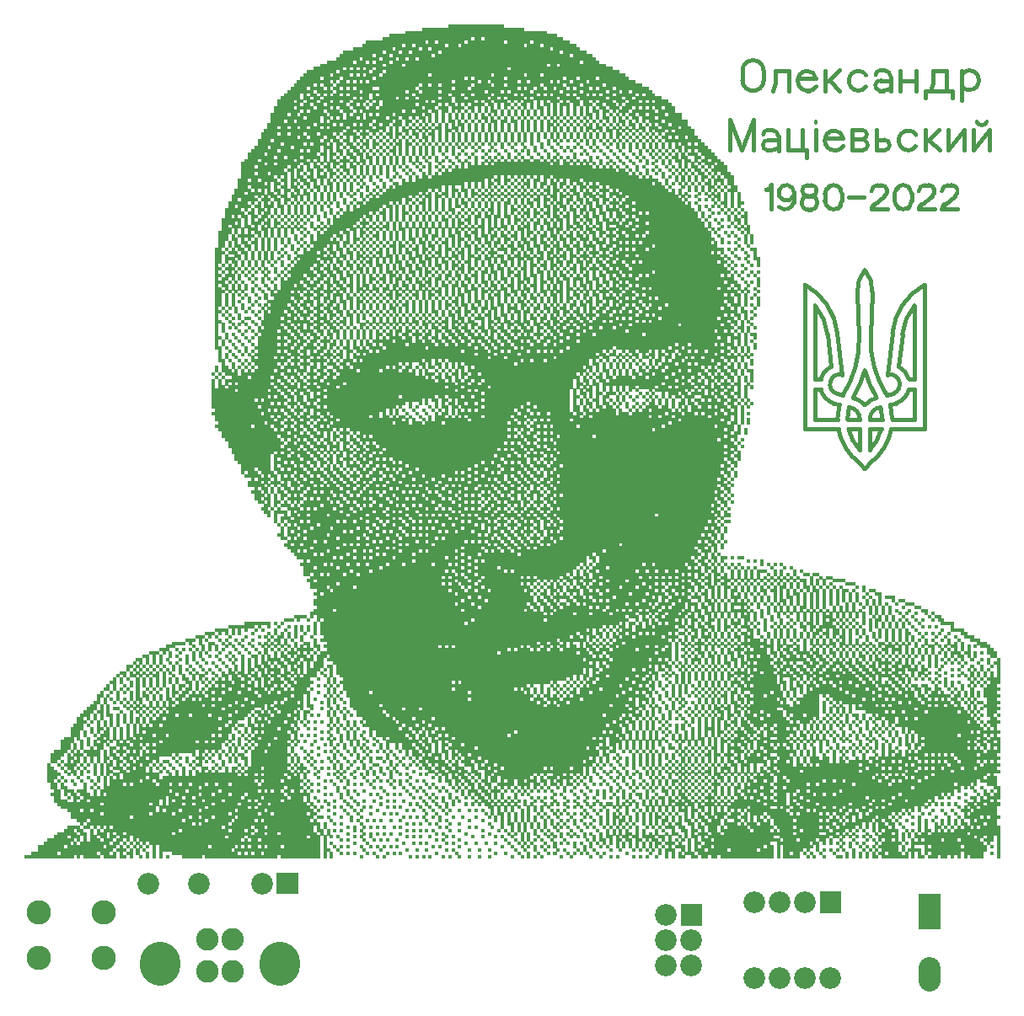
<source format=gts>
G04 start of page 2 for group 2 layer_idx 8 *
G04 Title: (unknown), top_mask *
G04 Creator: pcb-rnd 3.1.5-dev *
G04 CreationDate: 2024-03-25 20:38:14 UTC *
G04 For: STEM4ukraine *
G04 Format: Gerber/RS-274X *
G04 PCB-Dimensions: 393701 393701 *
G04 PCB-Coordinate-Origin: lower left *
%MOIN*%
%FSLAX25Y25*%
%LNTOP_MASK_NONE_2*%
%ADD51C,0.0180*%
%ADD50C,0.0157*%
%ADD49C,0.1595*%
%ADD48C,0.0887*%
%ADD47C,0.0960*%
%ADD46C,0.0001*%
%ADD45C,0.0860*%
G54D45*X75118Y51181D03*
X55118D03*
X315000Y43701D03*
X305000D03*
X295000D03*
G54D46*G36*
X105936Y46881D02*Y55481D01*
X114536D01*
Y46881D01*
X105936D01*
G37*
G54D45*X100236Y51181D03*
G54D47*X37402Y39654D03*
X11811D03*
G54D46*G36*
X329300Y48001D02*Y39401D01*
X320700D01*
Y48001D01*
X329300D01*
G37*
G54D45*X325000Y13701D03*
X315000D03*
G54D48*X78661Y28996D03*
Y16398D03*
X88504Y28996D03*
G54D49*X59882Y20138D02*Y18563D01*
G54D45*X305000Y13701D03*
G54D49*X107283Y20138D02*Y18563D01*
G54D48*X88504Y16398D03*
G54D47*X37402Y21654D03*
X11811D03*
G54D46*G36*
X274300Y34401D02*X265700D01*
Y43001D01*
X274300D01*
Y34401D01*
G37*
G54D45*X260000Y38701D03*
Y28701D03*
Y18701D03*
X295000Y13701D03*
X270000Y28701D03*
Y18701D03*
X364173Y17717D02*Y12559D01*
G54D46*G36*
X368473Y46859D02*Y33059D01*
X359873D01*
Y46859D01*
X368473D01*
G37*
G36*
X195906Y391102D02*Y389764D01*
X173780D01*
Y391102D01*
X195906D01*
G37*
G36*
X182914Y385906D02*Y384567D01*
X147796D01*
Y385906D01*
X182914D01*
G37*
G36*
X186811D02*Y384567D01*
X184174D01*
Y385906D01*
X186811D01*
G37*
G36*
X203701Y389803D02*Y388465D01*
X163386D01*
Y389803D01*
X203701D01*
G37*
G36*
X212796Y388504D02*Y387165D01*
X156890D01*
Y388504D01*
X212796D01*
G37*
G36*
X216693Y387205D02*Y385866D01*
X150394D01*
Y387205D01*
X216693D01*
G37*
G36*
X219292Y385906D02*Y384567D01*
X188071D01*
Y385906D01*
X219292D01*
G37*
G36*
X164725Y384606D02*Y383268D01*
X141300D01*
Y384606D01*
X164725D01*
G37*
G36*
X155630Y383307D02*Y381969D01*
X140000D01*
Y383307D01*
X155630D01*
G37*
G36*
X151733Y382008D02*Y380669D01*
X136103D01*
Y382008D01*
X151733D01*
G37*
G36*
X162126D02*Y380669D01*
X152992D01*
Y382008D01*
X162126D01*
G37*
G36*
X166024D02*Y380669D01*
X163386D01*
Y382008D01*
X166024D01*
G37*
G36*
X159528Y383307D02*Y381969D01*
X156890D01*
Y383307D01*
X159528D01*
G37*
G36*
X172520D02*Y381969D01*
X160788D01*
Y383307D01*
X172520D01*
G37*
G36*
X147835Y380709D02*Y379370D01*
X132205D01*
Y380709D01*
X147835D01*
G37*
G36*
X143937Y379409D02*Y378071D01*
X130906D01*
Y379409D01*
X143937D01*
G37*
G36*
X138740Y378110D02*Y376772D01*
X129607D01*
Y378110D01*
X138740D01*
G37*
G36*
X136142Y376811D02*Y375472D01*
X125709D01*
Y376811D01*
X136142D01*
G37*
G36*
X141339D02*Y375472D01*
X137402D01*
Y376811D01*
X141339D01*
G37*
G36*
X143937D02*Y375472D01*
X142599D01*
Y376811D01*
X143937D01*
G37*
G36*
X150433Y379409D02*Y378071D01*
X145197D01*
Y379409D01*
X150433D01*
G37*
G36*
X146536Y378110D02*Y376772D01*
X140000D01*
Y378110D01*
X146536D01*
G37*
G36*
X153032D02*Y376772D01*
X147796D01*
Y378110D01*
X153032D01*
G37*
G36*
X150433Y376811D02*Y375472D01*
X145197D01*
Y376811D01*
X150433D01*
G37*
G36*
X147835Y375512D02*Y374173D01*
X123111D01*
Y375512D01*
X147835D01*
G37*
G36*
X155630D02*Y374173D01*
X149095D01*
Y375512D01*
X155630D01*
G37*
G36*
X132244Y374213D02*Y372874D01*
X120512D01*
Y374213D01*
X132244D01*
G37*
G36*
X134843D02*Y372874D01*
X133504D01*
Y374213D01*
X134843D01*
G37*
G36*
X129646Y372913D02*Y371575D01*
X117914D01*
Y372913D01*
X129646D01*
G37*
G36*
X142638D02*Y371575D01*
X130906D01*
Y372913D01*
X142638D01*
G37*
G36*
X137441Y374213D02*Y372874D01*
X136103D01*
Y374213D01*
X137441D01*
G37*
G36*
X140040D02*Y372874D01*
X138701D01*
Y374213D01*
X140040D01*
G37*
G36*
X143937D02*Y372874D01*
X141300D01*
Y374213D01*
X143937D01*
G37*
G36*
X147835Y372913D02*Y371575D01*
X143898D01*
Y372913D01*
X147835D01*
G37*
G36*
X127048Y371614D02*Y370276D01*
X116614D01*
Y371614D01*
X127048D01*
G37*
G36*
X123150Y370315D02*Y368976D01*
X115315D01*
Y370315D01*
X123150D01*
G37*
G36*
X127048Y369016D02*Y367677D01*
X114016D01*
Y369016D01*
X127048D01*
G37*
G36*
X130945Y370315D02*Y368976D01*
X124410D01*
Y370315D01*
X130945D01*
G37*
G36*
X129646Y369016D02*Y367677D01*
X128307D01*
Y369016D01*
X129646D01*
G37*
G36*
X133544D02*Y367677D01*
X130906D01*
Y369016D01*
X133544D01*
G37*
G36*
X136142D02*Y367677D01*
X134803D01*
Y369016D01*
X136142D01*
G37*
G36*
X138740D02*Y367677D01*
X137402D01*
Y369016D01*
X138740D01*
G37*
G36*
Y362520D02*Y361181D01*
X137402D01*
Y362520D01*
X138740D01*
G37*
G36*
X141339Y361220D02*Y359882D01*
X136103D01*
Y361220D01*
X141339D01*
G37*
G36*
X143937D02*Y359882D01*
X142599D01*
Y361220D01*
X143937D01*
G37*
G36*
X146536D02*Y359882D01*
X145197D01*
Y361220D01*
X146536D01*
G37*
G36*
X140040Y359921D02*Y358583D01*
X138701D01*
Y359921D01*
X140040D01*
G37*
G36*
X142638D02*Y358583D01*
X141300D01*
Y359921D01*
X142638D01*
G37*
G36*
X146536D02*Y358583D01*
X143898D01*
Y359921D01*
X146536D01*
G37*
G36*
X160827D02*Y358583D01*
X147796D01*
Y359921D01*
X160827D01*
G37*
G36*
X163426Y358622D02*Y357283D01*
X146496D01*
Y358622D01*
X163426D01*
G37*
G36*
X169922Y359921D02*Y358583D01*
X162087D01*
Y359921D01*
X169922D01*
G37*
G36*
X168622Y358622D02*Y357283D01*
X164685D01*
Y358622D01*
X168622D01*
G37*
G36*
X172520Y359921D02*Y358583D01*
X171181D01*
Y359921D01*
X172520D01*
G37*
G36*
X173819Y358622D02*Y357283D01*
X169882D01*
Y358622D01*
X173819D01*
G37*
G36*
X180315D02*Y357283D01*
X175079D01*
Y358622D01*
X180315D01*
G37*
G36*
X184213D02*Y357283D01*
X181575D01*
Y358622D01*
X184213D01*
G37*
G36*
X186811D02*Y357283D01*
X185473D01*
Y358622D01*
X186811D01*
G37*
G36*
X189410D02*Y357283D01*
X188071D01*
Y358622D01*
X189410D01*
G37*
G36*
X192008D02*Y357283D01*
X190670D01*
Y358622D01*
X192008D01*
G37*
G36*
X194607D02*Y357283D01*
X193268D01*
Y358622D01*
X194607D01*
G37*
G36*
X197205D02*Y357283D01*
X195866D01*
Y358622D01*
X197205D01*
G37*
G36*
X199804D02*Y357283D01*
X198465D01*
Y358622D01*
X199804D01*
G37*
G36*
X202402D02*Y357283D01*
X201063D01*
Y358622D01*
X202402D01*
G37*
G36*
X205000D02*Y357283D01*
X203662D01*
Y358622D01*
X205000D01*
G37*
G36*
X207599D02*Y357283D01*
X206260D01*
Y358622D01*
X207599D01*
G37*
G36*
X211496D02*Y357283D01*
X208859D01*
Y358622D01*
X211496D01*
G37*
G36*
X214095D02*Y357283D01*
X212756D01*
Y358622D01*
X214095D01*
G37*
G36*
X216693D02*Y357283D01*
X215355D01*
Y358622D01*
X216693D01*
G37*
G36*
X219292D02*Y357283D01*
X217953D01*
Y358622D01*
X219292D01*
G37*
G36*
X221890D02*Y357283D01*
X220552D01*
Y358622D01*
X221890D01*
G37*
G36*
X224489D02*Y357283D01*
X223150D01*
Y358622D01*
X224489D01*
G37*
G36*
X227087D02*Y357283D01*
X225748D01*
Y358622D01*
X227087D01*
G37*
G36*
X229685D02*Y357283D01*
X228347D01*
Y358622D01*
X229685D01*
G37*
G36*
X232284D02*Y357283D01*
X230945D01*
Y358622D01*
X232284D01*
G37*
G36*
X236181D02*Y357283D01*
X233544D01*
Y358622D01*
X236181D01*
G37*
G36*
X241378D02*Y357283D01*
X237441D01*
Y358622D01*
X241378D01*
G37*
G36*
X246575D02*Y357283D01*
X242638D01*
Y358622D01*
X246575D01*
G37*
G36*
X249174D02*Y357283D01*
X247835D01*
Y358622D01*
X249174D01*
G37*
G36*
X251772D02*Y357283D01*
X250433D01*
Y358622D01*
X251772D01*
G37*
G36*
X254370D02*Y357283D01*
X253032D01*
Y358622D01*
X254370D01*
G37*
G36*
X258268D02*Y357283D01*
X255630D01*
Y358622D01*
X258268D01*
G37*
G36*
X263465D02*Y357283D01*
X259528D01*
Y358622D01*
X263465D01*
G37*
G36*
X176418Y359921D02*Y358583D01*
X173780D01*
Y359921D01*
X176418D01*
G37*
G36*
X179016D02*Y358583D01*
X177678D01*
Y359921D01*
X179016D01*
G37*
G36*
X181615D02*Y358583D01*
X180276D01*
Y359921D01*
X181615D01*
G37*
G36*
X188111D02*Y358583D01*
X182874D01*
Y359921D01*
X188111D01*
G37*
G36*
X192008D02*Y358583D01*
X189370D01*
Y359921D01*
X192008D01*
G37*
G36*
X194607D02*Y358583D01*
X193268D01*
Y359921D01*
X194607D01*
G37*
G36*
X198504D02*Y358583D01*
X195866D01*
Y359921D01*
X198504D01*
G37*
G36*
X201103D02*Y358583D01*
X199764D01*
Y359921D01*
X201103D01*
G37*
G36*
X205000D02*Y358583D01*
X202363D01*
Y359921D01*
X205000D01*
G37*
G36*
X207599D02*Y358583D01*
X206260D01*
Y359921D01*
X207599D01*
G37*
G36*
X210197D02*Y358583D01*
X208859D01*
Y359921D01*
X210197D01*
G37*
G36*
X214095D02*Y358583D01*
X211457D01*
Y359921D01*
X214095D01*
G37*
G36*
X216693D02*Y358583D01*
X215355D01*
Y359921D01*
X216693D01*
G37*
G36*
X221890D02*Y358583D01*
X217953D01*
Y359921D01*
X221890D01*
G37*
G36*
X225788D02*Y358583D01*
X223150D01*
Y359921D01*
X225788D01*
G37*
G36*
X230985D02*Y358583D01*
X227048D01*
Y359921D01*
X230985D01*
G37*
G36*
X234882D02*Y358583D01*
X232244D01*
Y359921D01*
X234882D01*
G37*
G36*
X240079D02*Y358583D01*
X236142D01*
Y359921D01*
X240079D01*
G37*
G36*
X242678D02*Y358583D01*
X241339D01*
Y359921D01*
X242678D01*
G37*
G36*
X141339Y369016D02*Y367677D01*
X140000D01*
Y369016D01*
X141339D01*
G37*
G36*
X142638Y362520D02*Y361181D01*
X140000D01*
Y362520D01*
X142638D01*
G37*
G36*
X153032D02*Y361181D01*
X143898D01*
Y362520D01*
X153032D01*
G37*
G36*
X156929D02*Y361181D01*
X154292D01*
Y362520D01*
X156929D01*
G37*
G36*
X160827D02*Y361181D01*
X158189D01*
Y362520D01*
X160827D01*
G37*
G36*
X164725Y361220D02*Y359882D01*
X147796D01*
Y361220D01*
X164725D01*
G37*
G36*
X169922Y362520D02*Y361181D01*
X162087D01*
Y362520D01*
X169922D01*
G37*
G36*
X175118D02*Y361181D01*
X171181D01*
Y362520D01*
X175118D01*
G37*
G36*
X167323Y361220D02*Y359882D01*
X165985D01*
Y361220D01*
X167323D01*
G37*
G36*
X175118D02*Y359882D01*
X168583D01*
Y361220D01*
X175118D01*
G37*
G36*
X180315Y362520D02*Y361181D01*
X176378D01*
Y362520D01*
X180315D01*
G37*
G36*
X184213Y361220D02*Y359882D01*
X176378D01*
Y361220D01*
X184213D01*
G37*
G36*
X186811D02*Y359882D01*
X185473D01*
Y361220D01*
X186811D01*
G37*
G36*
X189410Y362520D02*Y361181D01*
X181575D01*
Y362520D01*
X189410D01*
G37*
G36*
X193307D02*Y361181D01*
X190670D01*
Y362520D01*
X193307D01*
G37*
G36*
X190709Y361220D02*Y359882D01*
X188071D01*
Y361220D01*
X190709D01*
G37*
G36*
X197205D02*Y359882D01*
X191969D01*
Y361220D01*
X197205D01*
G37*
G36*
X199804D02*Y359882D01*
X198465D01*
Y361220D01*
X199804D01*
G37*
G36*
X202402D02*Y359882D01*
X201063D01*
Y361220D01*
X202402D01*
G37*
G36*
X207599D02*Y359882D01*
X203662D01*
Y361220D01*
X207599D01*
G37*
G36*
X210197D02*Y359882D01*
X208859D01*
Y361220D01*
X210197D01*
G37*
G36*
X212796D02*Y359882D01*
X211457D01*
Y361220D01*
X212796D01*
G37*
G36*
X217992D02*Y359882D01*
X214055D01*
Y361220D01*
X217992D01*
G37*
G36*
X220591D02*Y359882D01*
X219252D01*
Y361220D01*
X220591D01*
G37*
G36*
X225788D02*Y359882D01*
X221851D01*
Y361220D01*
X225788D01*
G37*
G36*
X229685D02*Y359882D01*
X227048D01*
Y361220D01*
X229685D01*
G37*
G36*
X232284D02*Y359882D01*
X230945D01*
Y361220D01*
X232284D01*
G37*
G36*
X238780D02*Y359882D01*
X233544D01*
Y361220D01*
X238780D01*
G37*
G36*
X243977D02*Y359882D01*
X240040D01*
Y361220D01*
X243977D01*
G37*
G36*
X249174D02*Y359882D01*
X245237D01*
Y361220D01*
X249174D01*
G37*
G36*
X251772D02*Y359882D01*
X250433D01*
Y361220D01*
X251772D01*
G37*
G36*
X254370D02*Y359882D01*
X253032D01*
Y361220D01*
X254370D01*
G37*
G36*
X260867D02*Y359882D01*
X255630D01*
Y361220D01*
X260867D01*
G37*
G36*
X262166Y359921D02*Y358583D01*
X243937D01*
Y359921D01*
X262166D01*
G37*
G36*
X195906Y362520D02*Y361181D01*
X194567D01*
Y362520D01*
X195906D01*
G37*
G36*
X203701D02*Y361181D01*
X197166D01*
Y362520D01*
X203701D01*
G37*
G36*
X206300D02*Y361181D01*
X204961D01*
Y362520D01*
X206300D01*
G37*
G36*
X216693D02*Y361181D01*
X207559D01*
Y362520D01*
X216693D01*
G37*
G36*
X224489D02*Y361181D01*
X217953D01*
Y362520D01*
X224489D01*
G37*
G36*
X236181D02*Y361181D01*
X225748D01*
Y362520D01*
X236181D01*
G37*
G36*
X242678D02*Y361181D01*
X237441D01*
Y362520D01*
X242678D01*
G37*
G36*
X246575D02*Y361181D01*
X243937D01*
Y362520D01*
X246575D01*
G37*
G36*
X258268D02*Y361181D01*
X247835D01*
Y362520D01*
X258268D01*
G37*
G36*
X120551Y367716D02*Y366378D01*
X112717D01*
Y367716D01*
X120551D01*
G37*
G36*
X117953Y366417D02*Y365079D01*
X111418D01*
Y366417D01*
X117953D01*
G37*
G36*
X124449D02*Y365079D01*
X119213D01*
Y366417D01*
X124449D01*
G37*
G36*
X127048D02*Y365079D01*
X125709D01*
Y366417D01*
X127048D01*
G37*
G36*
X130945D02*Y365079D01*
X128307D01*
Y366417D01*
X130945D01*
G37*
G36*
X133544D02*Y365079D01*
X132205D01*
Y366417D01*
X133544D01*
G37*
G36*
X136142D02*Y365079D01*
X134803D01*
Y366417D01*
X136142D01*
G37*
G36*
X143937D02*Y365079D01*
X137402D01*
Y366417D01*
X143937D01*
G37*
G36*
X120551Y365118D02*Y363779D01*
X110118D01*
Y365118D01*
X120551D01*
G37*
G36*
X115355Y363819D02*Y362480D01*
X108819D01*
Y363819D01*
X115355D01*
G37*
G36*
X117953D02*Y362480D01*
X116614D01*
Y363819D01*
X117953D01*
G37*
G36*
X121851D02*Y362480D01*
X119213D01*
Y363819D01*
X121851D01*
G37*
G36*
X124449D02*Y362480D01*
X123111D01*
Y363819D01*
X124449D01*
G37*
G36*
X127048D02*Y362480D01*
X125709D01*
Y363819D01*
X127048D01*
G37*
G36*
X130945D02*Y362480D01*
X128307D01*
Y363819D01*
X130945D01*
G37*
G36*
X133544D02*Y362480D01*
X132205D01*
Y363819D01*
X133544D01*
G37*
G36*
X142638D02*Y362480D01*
X134803D01*
Y363819D01*
X142638D01*
G37*
G36*
X145237D02*Y362480D01*
X143898D01*
Y363819D01*
X145237D01*
G37*
G36*
X159528D02*Y362480D01*
X146496D01*
Y363819D01*
X159528D01*
G37*
G36*
X173819D02*Y362480D01*
X160788D01*
Y363819D01*
X173819D01*
G37*
G36*
X179016D02*Y362480D01*
X175079D01*
Y363819D01*
X179016D01*
G37*
G36*
X182914D02*Y362480D01*
X180276D01*
Y363819D01*
X182914D01*
G37*
G36*
X190709D02*Y362480D01*
X184174D01*
Y363819D01*
X190709D01*
G37*
G36*
X199804D02*Y362480D01*
X191969D01*
Y363819D01*
X199804D01*
G37*
G36*
X202402D02*Y362480D01*
X201063D01*
Y363819D01*
X202402D01*
G37*
G36*
X208898D02*Y362480D01*
X203662D01*
Y363819D01*
X208898D01*
G37*
G36*
X211496D02*Y362480D01*
X210158D01*
Y363819D01*
X211496D01*
G37*
G36*
X214095D02*Y362480D01*
X212756D01*
Y363819D01*
X214095D01*
G37*
G36*
X220591D02*Y362480D01*
X215355D01*
Y363819D01*
X220591D01*
G37*
G36*
X223189D02*Y362480D01*
X221851D01*
Y363819D01*
X223189D01*
G37*
G36*
X228386D02*Y362480D01*
X224449D01*
Y363819D01*
X228386D01*
G37*
G36*
X230985D02*Y362480D01*
X229646D01*
Y363819D01*
X230985D01*
G37*
G36*
X233583D02*Y362480D01*
X232244D01*
Y363819D01*
X233583D01*
G37*
G36*
X238780D02*Y362480D01*
X234843D01*
Y363819D01*
X238780D01*
G37*
G36*
X247874D02*Y362480D01*
X240040D01*
Y363819D01*
X247874D01*
G37*
G36*
X250473D02*Y362480D01*
X249134D01*
Y363819D01*
X250473D01*
G37*
G36*
X255670D02*Y362480D01*
X251733D01*
Y363819D01*
X255670D01*
G37*
G36*
X128347Y365118D02*Y363779D01*
X121811D01*
Y365118D01*
X128347D01*
G37*
G36*
X138740D02*Y363779D01*
X129607D01*
Y365118D01*
X138740D01*
G37*
G36*
X156929D02*Y363779D01*
X140000D01*
Y365118D01*
X156929D01*
G37*
G36*
X162126D02*Y363779D01*
X158189D01*
Y365118D01*
X162126D01*
G37*
G36*
X169922D02*Y363779D01*
X163386D01*
Y365118D01*
X169922D01*
G37*
G36*
X115355Y362520D02*Y361181D01*
X107520D01*
Y362520D01*
X115355D01*
G37*
G36*
X112756Y361220D02*Y359882D01*
X106221D01*
Y361220D01*
X112756D01*
G37*
G36*
X110158Y356024D02*Y354685D01*
X103622D01*
Y356024D01*
X110158D01*
G37*
G36*
X106260Y350827D02*Y349488D01*
X102323D01*
Y350827D01*
X106260D01*
G37*
G36*
X110158D02*Y349488D01*
X107520D01*
Y350827D01*
X110158D01*
G37*
G36*
X106260Y341732D02*Y340394D01*
X95827D01*
Y341732D01*
X106260D01*
G37*
G36*
X102362Y343031D02*Y341693D01*
X97126D01*
Y343031D01*
X102362D01*
G37*
G36*
X101063Y340433D02*Y339094D01*
X94528D01*
Y340433D01*
X101063D01*
G37*
G36*
X104961Y339134D02*Y337795D01*
X94528D01*
Y339134D01*
X104961D01*
G37*
G36*
X108859D02*Y337795D01*
X106221D01*
Y339134D01*
X108859D01*
G37*
G36*
X98465Y337835D02*Y336496D01*
X93228D01*
Y337835D01*
X98465D01*
G37*
G36*
X112756D02*Y336496D01*
X99724D01*
Y337835D01*
X112756D01*
G37*
G36*
X117953D02*Y336496D01*
X114016D01*
Y337835D01*
X117953D01*
G37*
G36*
X120551D02*Y336496D01*
X119213D01*
Y337835D01*
X120551D01*
G37*
G36*
X123150D02*Y336496D01*
X121811D01*
Y337835D01*
X123150D01*
G37*
G36*
X125748D02*Y336496D01*
X124410D01*
Y337835D01*
X125748D01*
G37*
G36*
X129646D02*Y336496D01*
X127008D01*
Y337835D01*
X129646D01*
G37*
G36*
X134843D02*Y336496D01*
X130906D01*
Y337835D01*
X134843D01*
G37*
G36*
X137441D02*Y336496D01*
X136103D01*
Y337835D01*
X137441D01*
G37*
G36*
X141339D02*Y336496D01*
X138701D01*
Y337835D01*
X141339D01*
G37*
G36*
X143937D02*Y336496D01*
X142599D01*
Y337835D01*
X143937D01*
G37*
G36*
X146536D02*Y336496D01*
X145197D01*
Y337835D01*
X146536D01*
G37*
G36*
X149134D02*Y336496D01*
X147796D01*
Y337835D01*
X149134D01*
G37*
G36*
X151733D02*Y336496D01*
X150394D01*
Y337835D01*
X151733D01*
G37*
G36*
X154331D02*Y336496D01*
X152992D01*
Y337835D01*
X154331D01*
G37*
G36*
X156929D02*Y336496D01*
X155591D01*
Y337835D01*
X156929D01*
G37*
G36*
X159528D02*Y336496D01*
X158189D01*
Y337835D01*
X159528D01*
G37*
G36*
X162126D02*Y336496D01*
X160788D01*
Y337835D01*
X162126D01*
G37*
G36*
X166024D02*Y336496D01*
X164685D01*
Y337835D01*
X166024D01*
G37*
G36*
X169922D02*Y336496D01*
X168583D01*
Y337835D01*
X169922D01*
G37*
G36*
X172520D02*Y336496D01*
X171181D01*
Y337835D01*
X172520D01*
G37*
G36*
X175118D02*Y336496D01*
X173780D01*
Y337835D01*
X175118D01*
G37*
G36*
X179016D02*Y336496D01*
X177678D01*
Y337835D01*
X179016D01*
G37*
G36*
X181615D02*Y336496D01*
X180276D01*
Y337835D01*
X181615D01*
G37*
G36*
X185512D02*Y336496D01*
X184174D01*
Y337835D01*
X185512D01*
G37*
G36*
X189410D02*Y336496D01*
X188071D01*
Y337835D01*
X189410D01*
G37*
G36*
X192008D02*Y336496D01*
X190670D01*
Y337835D01*
X192008D01*
G37*
G36*
X194607D02*Y336496D01*
X193268D01*
Y337835D01*
X194607D01*
G37*
G36*
X197205D02*Y336496D01*
X195866D01*
Y337835D01*
X197205D01*
G37*
G36*
X199804D02*Y336496D01*
X198465D01*
Y337835D01*
X199804D01*
G37*
G36*
X202402D02*Y336496D01*
X201063D01*
Y337835D01*
X202402D01*
G37*
G36*
X206300D02*Y336496D01*
X203662D01*
Y337835D01*
X206300D01*
G37*
G36*
X210197D02*Y336496D01*
X207559D01*
Y337835D01*
X210197D01*
G37*
G36*
X212796D02*Y336496D01*
X211457D01*
Y337835D01*
X212796D01*
G37*
G36*
X215394D02*Y336496D01*
X214055D01*
Y337835D01*
X215394D01*
G37*
G36*
X217992D02*Y336496D01*
X216654D01*
Y337835D01*
X217992D01*
G37*
G36*
X220591D02*Y336496D01*
X219252D01*
Y337835D01*
X220591D01*
G37*
G36*
X223189D02*Y336496D01*
X221851D01*
Y337835D01*
X223189D01*
G37*
G36*
X225788D02*Y336496D01*
X224449D01*
Y337835D01*
X225788D01*
G37*
G36*
X228386D02*Y336496D01*
X227048D01*
Y337835D01*
X228386D01*
G37*
G36*
X230985D02*Y336496D01*
X229646D01*
Y337835D01*
X230985D01*
G37*
G36*
X234882D02*Y336496D01*
X233544D01*
Y337835D01*
X234882D01*
G37*
G36*
X238780D02*Y336496D01*
X237441D01*
Y337835D01*
X238780D01*
G37*
G36*
X242678D02*Y336496D01*
X241339D01*
Y337835D01*
X242678D01*
G37*
G36*
X246575D02*Y336496D01*
X245237D01*
Y337835D01*
X246575D01*
G37*
G36*
X250473D02*Y336496D01*
X249134D01*
Y337835D01*
X250473D01*
G37*
G36*
X253071D02*Y336496D01*
X251733D01*
Y337835D01*
X253071D01*
G37*
G36*
X256969D02*Y336496D01*
X255630D01*
Y337835D01*
X256969D01*
G37*
G36*
X259567D02*Y336496D01*
X258229D01*
Y337835D01*
X259567D01*
G37*
G36*
X262166D02*Y336496D01*
X260827D01*
Y337835D01*
X262166D01*
G37*
G36*
X266063D02*Y336496D01*
X263426D01*
Y337835D01*
X266063D01*
G37*
G36*
X269961D02*Y336496D01*
X267323D01*
Y337835D01*
X269961D01*
G37*
G36*
X272559D02*Y336496D01*
X271221D01*
Y337835D01*
X272559D01*
G37*
G36*
X276457D02*Y336496D01*
X273819D01*
Y337835D01*
X276457D01*
G37*
G36*
X281654D02*Y336496D01*
X277717D01*
Y337835D01*
X281654D01*
G37*
G36*
X101063Y336535D02*Y335197D01*
X91929D01*
Y336535D01*
X101063D01*
G37*
G36*
X97165Y335236D02*Y333898D01*
X91929D01*
Y335236D01*
X97165D01*
G37*
G36*
X110158D02*Y333898D01*
X98425D01*
Y335236D01*
X110158D01*
G37*
G36*
X111457Y343031D02*Y341693D01*
X103622D01*
Y343031D01*
X111457D01*
G37*
G36*
X104961Y336535D02*Y335197D01*
X102323D01*
Y336535D01*
X104961D01*
G37*
G36*
X108859Y333937D02*Y332598D01*
X91929D01*
Y333937D01*
X108859D01*
G37*
G36*
X112756D02*Y332598D01*
X110118D01*
Y333937D01*
X112756D01*
G37*
G36*
X97165Y332638D02*Y331299D01*
X91929D01*
Y332638D01*
X97165D01*
G37*
G36*
X104961Y331339D02*Y330000D01*
X91929D01*
Y331339D01*
X104961D01*
G37*
G36*
X94567Y330039D02*Y328701D01*
X90630D01*
Y330039D01*
X94567D01*
G37*
G36*
X98465D02*Y328701D01*
X95827D01*
Y330039D01*
X98465D01*
G37*
G36*
X106260D02*Y328701D01*
X99724D01*
Y330039D01*
X106260D01*
G37*
G36*
X107559Y331339D02*Y330000D01*
X106221D01*
Y331339D01*
X107559D01*
G37*
G36*
X110158D02*Y330000D01*
X108819D01*
Y331339D01*
X110158D01*
G37*
G36*
Y330039D02*Y328701D01*
X107520D01*
Y330039D01*
X110158D01*
G37*
G36*
Y328740D02*Y327402D01*
X108819D01*
Y328740D01*
X110158D01*
G37*
G36*
X112756D02*Y327402D01*
X111418D01*
Y328740D01*
X112756D01*
G37*
G36*
X115355D02*Y327402D01*
X114016D01*
Y328740D01*
X115355D01*
G37*
G36*
X119252D02*Y327402D01*
X116614D01*
Y328740D01*
X119252D01*
G37*
G36*
X121851D02*Y327402D01*
X120512D01*
Y328740D01*
X121851D01*
G37*
G36*
X124449D02*Y327402D01*
X123111D01*
Y328740D01*
X124449D01*
G37*
G36*
X128347D02*Y327402D01*
X125709D01*
Y328740D01*
X128347D01*
G37*
G36*
X130945D02*Y327402D01*
X129607D01*
Y328740D01*
X130945D01*
G37*
G36*
X133544D02*Y327402D01*
X132205D01*
Y328740D01*
X133544D01*
G37*
G36*
X136142D02*Y327402D01*
X134803D01*
Y328740D01*
X136142D01*
G37*
G36*
X138740D02*Y327402D01*
X137402D01*
Y328740D01*
X138740D01*
G37*
G36*
X141339D02*Y327402D01*
X140000D01*
Y328740D01*
X141339D01*
G37*
G36*
X145237D02*Y327402D01*
X143898D01*
Y328740D01*
X145237D01*
G37*
G36*
X149134D02*Y327402D01*
X147796D01*
Y328740D01*
X149134D01*
G37*
G36*
X154331D02*Y327402D01*
X151693D01*
Y328740D01*
X154331D01*
G37*
G36*
X101063D02*Y327402D01*
X90630D01*
Y328740D01*
X101063D01*
G37*
G36*
X103662D02*Y327402D01*
X102323D01*
Y328740D01*
X103662D01*
G37*
G36*
X107559D02*Y327402D01*
X104922D01*
Y328740D01*
X107559D01*
G37*
G36*
X102362Y332638D02*Y331299D01*
X98425D01*
Y332638D01*
X102362D01*
G37*
G36*
X94567Y327441D02*Y326102D01*
X90630D01*
Y327441D01*
X94567D01*
G37*
G36*
X103662D02*Y326102D01*
X95827D01*
Y327441D01*
X103662D01*
G37*
G36*
X106260D02*Y326102D01*
X104922D01*
Y327441D01*
X106260D01*
G37*
G36*
X110158D02*Y326102D01*
X107520D01*
Y327441D01*
X110158D01*
G37*
G36*
X114055D02*Y326102D01*
X111418D01*
Y327441D01*
X114055D01*
G37*
G36*
X116654D02*Y326102D01*
X115315D01*
Y327441D01*
X116654D01*
G37*
G36*
X119252D02*Y326102D01*
X117914D01*
Y327441D01*
X119252D01*
G37*
G36*
X123150D02*Y326102D01*
X120512D01*
Y327441D01*
X123150D01*
G37*
G36*
X125748D02*Y326102D01*
X124410D01*
Y327441D01*
X125748D01*
G37*
G36*
X128347D02*Y326102D01*
X127008D01*
Y327441D01*
X128347D01*
G37*
G36*
X130945D02*Y326102D01*
X129607D01*
Y327441D01*
X130945D01*
G37*
G36*
X133544D02*Y326102D01*
X132205D01*
Y327441D01*
X133544D01*
G37*
G36*
X136142D02*Y326102D01*
X134803D01*
Y327441D01*
X136142D01*
G37*
G36*
X140040D02*Y326102D01*
X138701D01*
Y327441D01*
X140040D01*
G37*
G36*
X142638D02*Y326102D01*
X141300D01*
Y327441D01*
X142638D01*
G37*
G36*
X146536D02*Y326102D01*
X145197D01*
Y327441D01*
X146536D01*
G37*
G36*
X149134D02*Y326102D01*
X147796D01*
Y327441D01*
X149134D01*
G37*
G36*
X151733D02*Y326102D01*
X150394D01*
Y327441D01*
X151733D01*
G37*
G36*
X171221D02*Y326102D01*
X152992D01*
Y327441D01*
X171221D01*
G37*
G36*
X173819D02*Y326102D01*
X172481D01*
Y327441D01*
X173819D01*
G37*
G36*
X176418D02*Y326102D01*
X175079D01*
Y327441D01*
X176418D01*
G37*
G36*
X180315D02*Y326102D01*
X178977D01*
Y327441D01*
X180315D01*
G37*
G36*
X182914D02*Y326102D01*
X181575D01*
Y327441D01*
X182914D01*
G37*
G36*
X185512D02*Y326102D01*
X184174D01*
Y327441D01*
X185512D01*
G37*
G36*
X188111D02*Y326102D01*
X186772D01*
Y327441D01*
X188111D01*
G37*
G36*
X190709D02*Y326102D01*
X189370D01*
Y327441D01*
X190709D01*
G37*
G36*
X193307D02*Y326102D01*
X191969D01*
Y327441D01*
X193307D01*
G37*
G36*
X195906D02*Y326102D01*
X194567D01*
Y327441D01*
X195906D01*
G37*
G36*
X198504D02*Y326102D01*
X197166D01*
Y327441D01*
X198504D01*
G37*
G36*
X201103D02*Y326102D01*
X199764D01*
Y327441D01*
X201103D01*
G37*
G36*
X203701D02*Y326102D01*
X202363D01*
Y327441D01*
X203701D01*
G37*
G36*
X206300D02*Y326102D01*
X204961D01*
Y327441D01*
X206300D01*
G37*
G36*
X208898D02*Y326102D01*
X207559D01*
Y327441D01*
X208898D01*
G37*
G36*
X211496D02*Y326102D01*
X210158D01*
Y327441D01*
X211496D01*
G37*
G36*
X214095D02*Y326102D01*
X212756D01*
Y327441D01*
X214095D01*
G37*
G36*
X216693D02*Y326102D01*
X215355D01*
Y327441D01*
X216693D01*
G37*
G36*
X219292D02*Y326102D01*
X217953D01*
Y327441D01*
X219292D01*
G37*
G36*
X221890D02*Y326102D01*
X220552D01*
Y327441D01*
X221890D01*
G37*
G36*
X224489D02*Y326102D01*
X223150D01*
Y327441D01*
X224489D01*
G37*
G36*
X228386D02*Y326102D01*
X225748D01*
Y327441D01*
X228386D01*
G37*
G36*
X233583D02*Y326102D01*
X229646D01*
Y327441D01*
X233583D01*
G37*
G36*
X236181D02*Y326102D01*
X234843D01*
Y327441D01*
X236181D01*
G37*
G36*
X95866Y326142D02*Y324803D01*
X89331D01*
Y326142D01*
X95866D01*
G37*
G36*
X98465D02*Y324803D01*
X97126D01*
Y326142D01*
X98465D01*
G37*
G36*
X93268Y324842D02*Y323504D01*
X89331D01*
Y324842D01*
X93268D01*
G37*
G36*
Y317047D02*Y315709D01*
X85433D01*
Y317047D01*
X93268D01*
G37*
G36*
X97165D02*Y315709D01*
X94528D01*
Y317047D01*
X97165D01*
G37*
G36*
X99764D02*Y315709D01*
X98425D01*
Y317047D01*
X99764D01*
G37*
G36*
X103662D02*Y315709D01*
X101024D01*
Y317047D01*
X103662D01*
G37*
G36*
X106260D02*Y315709D01*
X104922D01*
Y317047D01*
X106260D01*
G37*
G36*
X108859D02*Y315709D01*
X107520D01*
Y317047D01*
X108859D01*
G37*
G36*
X111457D02*Y315709D01*
X110118D01*
Y317047D01*
X111457D01*
G37*
G36*
X114055D02*Y315709D01*
X112717D01*
Y317047D01*
X114055D01*
G37*
G36*
X116654D02*Y315709D01*
X115315D01*
Y317047D01*
X116654D01*
G37*
G36*
X119252D02*Y315709D01*
X117914D01*
Y317047D01*
X119252D01*
G37*
G36*
X121851D02*Y315709D01*
X120512D01*
Y317047D01*
X121851D01*
G37*
G36*
X125748D02*Y315709D01*
X124410D01*
Y317047D01*
X125748D01*
G37*
G36*
X128347D02*Y315709D01*
X127008D01*
Y317047D01*
X128347D01*
G37*
G36*
X130945D02*Y315709D01*
X129607D01*
Y317047D01*
X130945D01*
G37*
G36*
X142638D02*Y315709D01*
X132205D01*
Y317047D01*
X142638D01*
G37*
G36*
X145237D02*Y315709D01*
X143898D01*
Y317047D01*
X145237D01*
G37*
G36*
X149134D02*Y315709D01*
X146496D01*
Y317047D01*
X149134D01*
G37*
G36*
X151733D02*Y315709D01*
X150394D01*
Y317047D01*
X151733D01*
G37*
G36*
X154331D02*Y315709D01*
X152992D01*
Y317047D01*
X154331D01*
G37*
G36*
X158229D02*Y315709D01*
X155591D01*
Y317047D01*
X158229D01*
G37*
G36*
X160827D02*Y315709D01*
X159489D01*
Y317047D01*
X160827D01*
G37*
G36*
X163426D02*Y315709D01*
X162087D01*
Y317047D01*
X163426D01*
G37*
G36*
X166024D02*Y315709D01*
X164685D01*
Y317047D01*
X166024D01*
G37*
G36*
X168622D02*Y315709D01*
X167284D01*
Y317047D01*
X168622D01*
G37*
G36*
X171221D02*Y315709D01*
X169882D01*
Y317047D01*
X171221D01*
G37*
G36*
X173819D02*Y315709D01*
X172481D01*
Y317047D01*
X173819D01*
G37*
G36*
X176418D02*Y315709D01*
X175079D01*
Y317047D01*
X176418D01*
G37*
G36*
X179016D02*Y315709D01*
X177678D01*
Y317047D01*
X179016D01*
G37*
G36*
X181615D02*Y315709D01*
X180276D01*
Y317047D01*
X181615D01*
G37*
G36*
X184213D02*Y315709D01*
X182874D01*
Y317047D01*
X184213D01*
G37*
G36*
X186811D02*Y315709D01*
X185473D01*
Y317047D01*
X186811D01*
G37*
G36*
X189410D02*Y315709D01*
X188071D01*
Y317047D01*
X189410D01*
G37*
G36*
X192008D02*Y315709D01*
X190670D01*
Y317047D01*
X192008D01*
G37*
G36*
X194607D02*Y315709D01*
X193268D01*
Y317047D01*
X194607D01*
G37*
G36*
X197205D02*Y315709D01*
X195866D01*
Y317047D01*
X197205D01*
G37*
G36*
X199804D02*Y315709D01*
X198465D01*
Y317047D01*
X199804D01*
G37*
G36*
X202402D02*Y315709D01*
X201063D01*
Y317047D01*
X202402D01*
G37*
G36*
X206300D02*Y315709D01*
X203662D01*
Y317047D01*
X206300D01*
G37*
G36*
X210197D02*Y315709D01*
X207559D01*
Y317047D01*
X210197D01*
G37*
G36*
X214095D02*Y315709D01*
X211457D01*
Y317047D01*
X214095D01*
G37*
G36*
X216693D02*Y315709D01*
X215355D01*
Y317047D01*
X216693D01*
G37*
G36*
X219292D02*Y315709D01*
X217953D01*
Y317047D01*
X219292D01*
G37*
G36*
X221890D02*Y315709D01*
X220552D01*
Y317047D01*
X221890D01*
G37*
G36*
X224489D02*Y315709D01*
X223150D01*
Y317047D01*
X224489D01*
G37*
G36*
X227087D02*Y315709D01*
X225748D01*
Y317047D01*
X227087D01*
G37*
G36*
X229685D02*Y315709D01*
X228347D01*
Y317047D01*
X229685D01*
G37*
G36*
X232284D02*Y315709D01*
X230945D01*
Y317047D01*
X232284D01*
G37*
G36*
X236181D02*Y315709D01*
X233544D01*
Y317047D01*
X236181D01*
G37*
G36*
X238780D02*Y315709D01*
X237441D01*
Y317047D01*
X238780D01*
G37*
G36*
X242678D02*Y315709D01*
X240040D01*
Y317047D01*
X242678D01*
G37*
G36*
X249174D02*Y315709D01*
X243937D01*
Y317047D01*
X249174D01*
G37*
G36*
X251772D02*Y315709D01*
X250433D01*
Y317047D01*
X251772D01*
G37*
G36*
X101063Y326142D02*Y324803D01*
X99724D01*
Y326142D01*
X101063D01*
G37*
G36*
Y324842D02*Y323504D01*
X94528D01*
Y324842D01*
X101063D01*
G37*
G36*
X104961D02*Y323504D01*
X102323D01*
Y324842D01*
X104961D01*
G37*
G36*
X107559D02*Y323504D01*
X106221D01*
Y324842D01*
X107559D01*
G37*
G36*
X110158D02*Y323504D01*
X108819D01*
Y324842D01*
X110158D01*
G37*
G36*
Y323543D02*Y322205D01*
X107520D01*
Y323543D01*
X110158D01*
G37*
G36*
X111457Y322244D02*Y320905D01*
X108819D01*
Y322244D01*
X111457D01*
G37*
G36*
X110158Y320945D02*Y319606D01*
X108819D01*
Y320945D01*
X110158D01*
G37*
G36*
X111457Y319646D02*Y318307D01*
X110118D01*
Y319646D01*
X111457D01*
G37*
G36*
X114055D02*Y318307D01*
X112717D01*
Y319646D01*
X114055D01*
G37*
G36*
X116654D02*Y318307D01*
X115315D01*
Y319646D01*
X116654D01*
G37*
G36*
X119252D02*Y318307D01*
X117914D01*
Y319646D01*
X119252D01*
G37*
G36*
X121851D02*Y318307D01*
X120512D01*
Y319646D01*
X121851D01*
G37*
G36*
X124449D02*Y318307D01*
X123111D01*
Y319646D01*
X124449D01*
G37*
G36*
X127048D02*Y318307D01*
X125709D01*
Y319646D01*
X127048D01*
G37*
G36*
X130945D02*Y318307D01*
X129607D01*
Y319646D01*
X130945D01*
G37*
G36*
X134843D02*Y318307D01*
X133504D01*
Y319646D01*
X134843D01*
G37*
G36*
X137441D02*Y318307D01*
X136103D01*
Y319646D01*
X137441D01*
G37*
G36*
X147835D02*Y318307D01*
X138701D01*
Y319646D01*
X147835D01*
G37*
G36*
X151733D02*Y318307D01*
X149095D01*
Y319646D01*
X151733D01*
G37*
G36*
X154331D02*Y318307D01*
X152992D01*
Y319646D01*
X154331D01*
G37*
G36*
X156929D02*Y318307D01*
X155591D01*
Y319646D01*
X156929D01*
G37*
G36*
X159528D02*Y318307D01*
X158189D01*
Y319646D01*
X159528D01*
G37*
G36*
X162126D02*Y318307D01*
X160788D01*
Y319646D01*
X162126D01*
G37*
G36*
X164725D02*Y318307D01*
X163386D01*
Y319646D01*
X164725D01*
G37*
G36*
X167323D02*Y318307D01*
X165985D01*
Y319646D01*
X167323D01*
G37*
G36*
X169922D02*Y318307D01*
X168583D01*
Y319646D01*
X169922D01*
G37*
G36*
X172520D02*Y318307D01*
X171181D01*
Y319646D01*
X172520D01*
G37*
G36*
X175118D02*Y318307D01*
X173780D01*
Y319646D01*
X175118D01*
G37*
G36*
X179016D02*Y318307D01*
X176378D01*
Y319646D01*
X179016D01*
G37*
G36*
X181615D02*Y318307D01*
X180276D01*
Y319646D01*
X181615D01*
G37*
G36*
X184213D02*Y318307D01*
X182874D01*
Y319646D01*
X184213D01*
G37*
G36*
X186811D02*Y318307D01*
X185473D01*
Y319646D01*
X186811D01*
G37*
G36*
X189410D02*Y318307D01*
X188071D01*
Y319646D01*
X189410D01*
G37*
G36*
X192008D02*Y318307D01*
X190670D01*
Y319646D01*
X192008D01*
G37*
G36*
X194607D02*Y318307D01*
X193268D01*
Y319646D01*
X194607D01*
G37*
G36*
X197205D02*Y318307D01*
X195866D01*
Y319646D01*
X197205D01*
G37*
G36*
X199804D02*Y318307D01*
X198465D01*
Y319646D01*
X199804D01*
G37*
G36*
X202402D02*Y318307D01*
X201063D01*
Y319646D01*
X202402D01*
G37*
G36*
X205000D02*Y318307D01*
X203662D01*
Y319646D01*
X205000D01*
G37*
G36*
X207599D02*Y318307D01*
X206260D01*
Y319646D01*
X207599D01*
G37*
G36*
X210197D02*Y318307D01*
X208859D01*
Y319646D01*
X210197D01*
G37*
G36*
X214095D02*Y318307D01*
X211457D01*
Y319646D01*
X214095D01*
G37*
G36*
X216693D02*Y318307D01*
X215355D01*
Y319646D01*
X216693D01*
G37*
G36*
X220591D02*Y318307D01*
X217953D01*
Y319646D01*
X220591D01*
G37*
G36*
X223189D02*Y318307D01*
X221851D01*
Y319646D01*
X223189D01*
G37*
G36*
X225788D02*Y318307D01*
X224449D01*
Y319646D01*
X225788D01*
G37*
G36*
X228386D02*Y318307D01*
X227048D01*
Y319646D01*
X228386D01*
G37*
G36*
X230985D02*Y318307D01*
X229646D01*
Y319646D01*
X230985D01*
G37*
G36*
X234882D02*Y318307D01*
X232244D01*
Y319646D01*
X234882D01*
G37*
G36*
X237481D02*Y318307D01*
X236142D01*
Y319646D01*
X237481D01*
G37*
G36*
X240079D02*Y318307D01*
X238741D01*
Y319646D01*
X240079D01*
G37*
G36*
X243977D02*Y318307D01*
X241339D01*
Y319646D01*
X243977D01*
G37*
G36*
X112756Y324842D02*Y323504D01*
X111418D01*
Y324842D01*
X112756D01*
G37*
G36*
X114055Y323543D02*Y322205D01*
X111418D01*
Y323543D01*
X114055D01*
G37*
G36*
Y322244D02*Y320905D01*
X112717D01*
Y322244D01*
X114055D01*
G37*
G36*
X112756Y320945D02*Y319606D01*
X111418D01*
Y320945D01*
X112756D01*
G37*
G36*
X115355D02*Y319606D01*
X114016D01*
Y320945D01*
X115355D01*
G37*
G36*
X117953D02*Y319606D01*
X116614D01*
Y320945D01*
X117953D01*
G37*
G36*
X120551D02*Y319606D01*
X119213D01*
Y320945D01*
X120551D01*
G37*
G36*
X123150D02*Y319606D01*
X121811D01*
Y320945D01*
X123150D01*
G37*
G36*
X125748D02*Y319606D01*
X124410D01*
Y320945D01*
X125748D01*
G37*
G36*
X128347D02*Y319606D01*
X127008D01*
Y320945D01*
X128347D01*
G37*
G36*
X130945D02*Y319606D01*
X129607D01*
Y320945D01*
X130945D01*
G37*
G36*
X133544D02*Y319606D01*
X132205D01*
Y320945D01*
X133544D01*
G37*
G36*
X136142D02*Y319606D01*
X134803D01*
Y320945D01*
X136142D01*
G37*
G36*
X140040D02*Y319606D01*
X137402D01*
Y320945D01*
X140040D01*
G37*
G36*
X150433D02*Y319606D01*
X141300D01*
Y320945D01*
X150433D01*
G37*
G36*
X153032D02*Y319606D01*
X151693D01*
Y320945D01*
X153032D01*
G37*
G36*
X155630D02*Y319606D01*
X154292D01*
Y320945D01*
X155630D01*
G37*
G36*
X158229D02*Y319606D01*
X156890D01*
Y320945D01*
X158229D01*
G37*
G36*
X160827D02*Y319606D01*
X159489D01*
Y320945D01*
X160827D01*
G37*
G36*
X164725D02*Y319606D01*
X162087D01*
Y320945D01*
X164725D01*
G37*
G36*
X167323D02*Y319606D01*
X165985D01*
Y320945D01*
X167323D01*
G37*
G36*
X169922D02*Y319606D01*
X168583D01*
Y320945D01*
X169922D01*
G37*
G36*
X172520D02*Y319606D01*
X171181D01*
Y320945D01*
X172520D01*
G37*
G36*
X175118D02*Y319606D01*
X173780D01*
Y320945D01*
X175118D01*
G37*
G36*
X177717D02*Y319606D01*
X176378D01*
Y320945D01*
X177717D01*
G37*
G36*
X181615D02*Y319606D01*
X178977D01*
Y320945D01*
X181615D01*
G37*
G36*
X184213D02*Y319606D01*
X182874D01*
Y320945D01*
X184213D01*
G37*
G36*
X186811D02*Y319606D01*
X185473D01*
Y320945D01*
X186811D01*
G37*
G36*
X189410D02*Y319606D01*
X188071D01*
Y320945D01*
X189410D01*
G37*
G36*
X192008D02*Y319606D01*
X190670D01*
Y320945D01*
X192008D01*
G37*
G36*
X194607D02*Y319606D01*
X193268D01*
Y320945D01*
X194607D01*
G37*
G36*
X198504D02*Y319606D01*
X195866D01*
Y320945D01*
X198504D01*
G37*
G36*
X201103D02*Y319606D01*
X199764D01*
Y320945D01*
X201103D01*
G37*
G36*
X203701D02*Y319606D01*
X202363D01*
Y320945D01*
X203701D01*
G37*
G36*
X207599D02*Y319606D01*
X204961D01*
Y320945D01*
X207599D01*
G37*
G36*
X210197D02*Y319606D01*
X208859D01*
Y320945D01*
X210197D01*
G37*
G36*
X212796D02*Y319606D01*
X211457D01*
Y320945D01*
X212796D01*
G37*
G36*
X215394D02*Y319606D01*
X214055D01*
Y320945D01*
X215394D01*
G37*
G36*
X219292D02*Y319606D01*
X216654D01*
Y320945D01*
X219292D01*
G37*
G36*
X221890D02*Y319606D01*
X220552D01*
Y320945D01*
X221890D01*
G37*
G36*
X224489D02*Y319606D01*
X223150D01*
Y320945D01*
X224489D01*
G37*
G36*
X227087D02*Y319606D01*
X225748D01*
Y320945D01*
X227087D01*
G37*
G36*
X230985D02*Y319606D01*
X228347D01*
Y320945D01*
X230985D01*
G37*
G36*
X233583D02*Y319606D01*
X232244D01*
Y320945D01*
X233583D01*
G37*
G36*
X236181D02*Y319606D01*
X234843D01*
Y320945D01*
X236181D01*
G37*
G36*
X241378D02*Y319606D01*
X237441D01*
Y320945D01*
X241378D01*
G37*
G36*
X246575D02*Y319606D01*
X242638D01*
Y320945D01*
X246575D01*
G37*
G36*
X97165Y323543D02*Y322205D01*
X88032D01*
Y323543D01*
X97165D01*
G37*
G36*
X90669Y322244D02*Y320905D01*
X88032D01*
Y322244D01*
X90669D01*
G37*
G36*
X94567Y320945D02*Y319606D01*
X86732D01*
Y320945D01*
X94567D01*
G37*
G36*
X98465Y322244D02*Y320905D01*
X91929D01*
Y322244D01*
X98465D01*
G37*
G36*
X97165Y320945D02*Y319606D01*
X95827D01*
Y320945D01*
X97165D01*
G37*
G36*
X99764D02*Y319606D01*
X98425D01*
Y320945D01*
X99764D01*
G37*
G36*
X102362D02*Y319606D01*
X101024D01*
Y320945D01*
X102362D01*
G37*
G36*
X104961D02*Y319606D01*
X103622D01*
Y320945D01*
X104961D01*
G37*
G36*
X107559D02*Y319606D01*
X106221D01*
Y320945D01*
X107559D01*
G37*
G36*
X108859Y319646D02*Y318307D01*
X106221D01*
Y319646D01*
X108859D01*
G37*
G36*
Y318346D02*Y317008D01*
X107520D01*
Y318346D01*
X108859D01*
G37*
G36*
X111457D02*Y317008D01*
X110118D01*
Y318346D01*
X111457D01*
G37*
G36*
X114055D02*Y317008D01*
X112717D01*
Y318346D01*
X114055D01*
G37*
G36*
X116654D02*Y317008D01*
X115315D01*
Y318346D01*
X116654D01*
G37*
G36*
X119252D02*Y317008D01*
X117914D01*
Y318346D01*
X119252D01*
G37*
G36*
X121851D02*Y317008D01*
X120512D01*
Y318346D01*
X121851D01*
G37*
G36*
X124449D02*Y317008D01*
X123111D01*
Y318346D01*
X124449D01*
G37*
G36*
X128347D02*Y317008D01*
X127008D01*
Y318346D01*
X128347D01*
G37*
G36*
X132244D02*Y317008D01*
X130906D01*
Y318346D01*
X132244D01*
G37*
G36*
X134843D02*Y317008D01*
X133504D01*
Y318346D01*
X134843D01*
G37*
G36*
X146536D02*Y317008D01*
X136103D01*
Y318346D01*
X146536D01*
G37*
G36*
X149134D02*Y317008D01*
X147796D01*
Y318346D01*
X149134D01*
G37*
G36*
X151733D02*Y317008D01*
X150394D01*
Y318346D01*
X151733D01*
G37*
G36*
X154331D02*Y317008D01*
X152992D01*
Y318346D01*
X154331D01*
G37*
G36*
X156929D02*Y317008D01*
X155591D01*
Y318346D01*
X156929D01*
G37*
G36*
X159528D02*Y317008D01*
X158189D01*
Y318346D01*
X159528D01*
G37*
G36*
X162126D02*Y317008D01*
X160788D01*
Y318346D01*
X162126D01*
G37*
G36*
X164725D02*Y317008D01*
X163386D01*
Y318346D01*
X164725D01*
G37*
G36*
X167323D02*Y317008D01*
X165985D01*
Y318346D01*
X167323D01*
G37*
G36*
X169922D02*Y317008D01*
X168583D01*
Y318346D01*
X169922D01*
G37*
G36*
X172520D02*Y317008D01*
X171181D01*
Y318346D01*
X172520D01*
G37*
G36*
X176418D02*Y317008D01*
X173780D01*
Y318346D01*
X176418D01*
G37*
G36*
X180315D02*Y317008D01*
X178977D01*
Y318346D01*
X180315D01*
G37*
G36*
X182914D02*Y317008D01*
X181575D01*
Y318346D01*
X182914D01*
G37*
G36*
X185512D02*Y317008D01*
X184174D01*
Y318346D01*
X185512D01*
G37*
G36*
X188111D02*Y317008D01*
X186772D01*
Y318346D01*
X188111D01*
G37*
G36*
X192008D02*Y317008D01*
X189370D01*
Y318346D01*
X192008D01*
G37*
G36*
X194607D02*Y317008D01*
X193268D01*
Y318346D01*
X194607D01*
G37*
G36*
X197205D02*Y317008D01*
X195866D01*
Y318346D01*
X197205D01*
G37*
G36*
X201103D02*Y317008D01*
X198465D01*
Y318346D01*
X201103D01*
G37*
G36*
X203701D02*Y317008D01*
X202363D01*
Y318346D01*
X203701D01*
G37*
G36*
X206300D02*Y317008D01*
X204961D01*
Y318346D01*
X206300D01*
G37*
G36*
X208898D02*Y317008D01*
X207559D01*
Y318346D01*
X208898D01*
G37*
G36*
X211496D02*Y317008D01*
X210158D01*
Y318346D01*
X211496D01*
G37*
G36*
X214095D02*Y317008D01*
X212756D01*
Y318346D01*
X214095D01*
G37*
G36*
X217992D02*Y317008D01*
X215355D01*
Y318346D01*
X217992D01*
G37*
G36*
X220591D02*Y317008D01*
X219252D01*
Y318346D01*
X220591D01*
G37*
G36*
X224489D02*Y317008D01*
X221851D01*
Y318346D01*
X224489D01*
G37*
G36*
X228386D02*Y317008D01*
X225748D01*
Y318346D01*
X228386D01*
G37*
G36*
X232284D02*Y317008D01*
X229646D01*
Y318346D01*
X232284D01*
G37*
G36*
X234882D02*Y317008D01*
X233544D01*
Y318346D01*
X234882D01*
G37*
G36*
X241378D02*Y317008D01*
X236142D01*
Y318346D01*
X241378D01*
G37*
G36*
X246575D02*Y317008D01*
X242638D01*
Y318346D01*
X246575D01*
G37*
G36*
X89370Y319646D02*Y318307D01*
X86732D01*
Y319646D01*
X89370D01*
G37*
G36*
X91969Y318346D02*Y317008D01*
X85433D01*
Y318346D01*
X91969D01*
G37*
G36*
X94567D02*Y317008D01*
X93228D01*
Y318346D01*
X94567D01*
G37*
G36*
X97165D02*Y317008D01*
X95827D01*
Y318346D01*
X97165D01*
G37*
G36*
X101063D02*Y317008D01*
X98425D01*
Y318346D01*
X101063D01*
G37*
G36*
X103662D02*Y317008D01*
X102323D01*
Y318346D01*
X103662D01*
G37*
G36*
X106260D02*Y317008D01*
X104922D01*
Y318346D01*
X106260D01*
G37*
G36*
X95866Y319646D02*Y318307D01*
X90630D01*
Y319646D01*
X95866D01*
G37*
G36*
X99764D02*Y318307D01*
X97126D01*
Y319646D01*
X99764D01*
G37*
G36*
X104961D02*Y318307D01*
X101024D01*
Y319646D01*
X104961D01*
G37*
G36*
X88071Y315748D02*Y314409D01*
X85433D01*
Y315748D01*
X88071D01*
G37*
G36*
X90669D02*Y314409D01*
X89331D01*
Y315748D01*
X90669D01*
G37*
G36*
X91969Y314449D02*Y313110D01*
X84134D01*
Y314449D01*
X91969D01*
G37*
G36*
X89370Y313150D02*Y311811D01*
X84134D01*
Y313150D01*
X89370D01*
G37*
G36*
X91969D02*Y311811D01*
X90630D01*
Y313150D01*
X91969D01*
G37*
G36*
X99764Y323543D02*Y322205D01*
X98425D01*
Y323543D01*
X99764D01*
G37*
G36*
X94567Y314449D02*Y313110D01*
X93228D01*
Y314449D01*
X94567D01*
G37*
G36*
X97165D02*Y313110D01*
X95827D01*
Y314449D01*
X97165D01*
G37*
G36*
X94567Y313150D02*Y311811D01*
X93228D01*
Y313150D01*
X94567D01*
G37*
G36*
X95866Y311850D02*Y310512D01*
X93228D01*
Y311850D01*
X95866D01*
G37*
G36*
X99764Y313150D02*Y311811D01*
X95827D01*
Y313150D01*
X99764D01*
G37*
G36*
X98465Y311850D02*Y310512D01*
X97126D01*
Y311850D01*
X98465D01*
G37*
G36*
Y310551D02*Y309213D01*
X94528D01*
Y310551D01*
X98465D01*
G37*
G36*
X101063Y311850D02*Y310512D01*
X99724D01*
Y311850D01*
X101063D01*
G37*
G36*
X102362Y310551D02*Y309213D01*
X99724D01*
Y310551D01*
X102362D01*
G37*
G36*
X104961D02*Y309213D01*
X103622D01*
Y310551D01*
X104961D01*
G37*
G36*
X107559D02*Y309213D01*
X106221D01*
Y310551D01*
X107559D01*
G37*
G36*
X110158D02*Y309213D01*
X108819D01*
Y310551D01*
X110158D01*
G37*
G36*
X112756D02*Y309213D01*
X111418D01*
Y310551D01*
X112756D01*
G37*
G36*
X115355D02*Y309213D01*
X114016D01*
Y310551D01*
X115355D01*
G37*
G36*
X117953D02*Y309213D01*
X116614D01*
Y310551D01*
X117953D01*
G37*
G36*
X121851D02*Y309213D01*
X120512D01*
Y310551D01*
X121851D01*
G37*
G36*
X124449D02*Y309213D01*
X123111D01*
Y310551D01*
X124449D01*
G37*
G36*
X133544D02*Y309213D01*
X125709D01*
Y310551D01*
X133544D01*
G37*
G36*
X137441D02*Y309213D01*
X134803D01*
Y310551D01*
X137441D01*
G37*
G36*
X140040D02*Y309213D01*
X138701D01*
Y310551D01*
X140040D01*
G37*
G36*
X142638D02*Y309213D01*
X141300D01*
Y310551D01*
X142638D01*
G37*
G36*
X145237D02*Y309213D01*
X143898D01*
Y310551D01*
X145237D01*
G37*
G36*
X147835D02*Y309213D01*
X146496D01*
Y310551D01*
X147835D01*
G37*
G36*
X150433D02*Y309213D01*
X149095D01*
Y310551D01*
X150433D01*
G37*
G36*
X153032D02*Y309213D01*
X151693D01*
Y310551D01*
X153032D01*
G37*
G36*
X156929D02*Y309213D01*
X154292D01*
Y310551D01*
X156929D01*
G37*
G36*
X159528D02*Y309213D01*
X158189D01*
Y310551D01*
X159528D01*
G37*
G36*
X162126D02*Y309213D01*
X160788D01*
Y310551D01*
X162126D01*
G37*
G36*
X164725D02*Y309213D01*
X163386D01*
Y310551D01*
X164725D01*
G37*
G36*
X167323D02*Y309213D01*
X165985D01*
Y310551D01*
X167323D01*
G37*
G36*
X169922D02*Y309213D01*
X168583D01*
Y310551D01*
X169922D01*
G37*
G36*
X172520D02*Y309213D01*
X171181D01*
Y310551D01*
X172520D01*
G37*
G36*
X175118D02*Y309213D01*
X173780D01*
Y310551D01*
X175118D01*
G37*
G36*
X177717D02*Y309213D01*
X176378D01*
Y310551D01*
X177717D01*
G37*
G36*
X180315D02*Y309213D01*
X178977D01*
Y310551D01*
X180315D01*
G37*
G36*
X182914D02*Y309213D01*
X181575D01*
Y310551D01*
X182914D01*
G37*
G36*
X185512D02*Y309213D01*
X184174D01*
Y310551D01*
X185512D01*
G37*
G36*
X188111D02*Y309213D01*
X186772D01*
Y310551D01*
X188111D01*
G37*
G36*
X192008D02*Y309213D01*
X189370D01*
Y310551D01*
X192008D01*
G37*
G36*
X194607D02*Y309213D01*
X193268D01*
Y310551D01*
X194607D01*
G37*
G36*
X197205D02*Y309213D01*
X195866D01*
Y310551D01*
X197205D01*
G37*
G36*
X199804D02*Y309213D01*
X198465D01*
Y310551D01*
X199804D01*
G37*
G36*
X203701D02*Y309213D01*
X201063D01*
Y310551D01*
X203701D01*
G37*
G36*
X206300D02*Y309213D01*
X204961D01*
Y310551D01*
X206300D01*
G37*
G36*
X208898D02*Y309213D01*
X207559D01*
Y310551D01*
X208898D01*
G37*
G36*
X211496D02*Y309213D01*
X210158D01*
Y310551D01*
X211496D01*
G37*
G36*
X215394D02*Y309213D01*
X212756D01*
Y310551D01*
X215394D01*
G37*
G36*
X219292D02*Y309213D01*
X216654D01*
Y310551D01*
X219292D01*
G37*
G36*
X221890D02*Y309213D01*
X220552D01*
Y310551D01*
X221890D01*
G37*
G36*
X224489D02*Y309213D01*
X223150D01*
Y310551D01*
X224489D01*
G37*
G36*
X227087D02*Y309213D01*
X225748D01*
Y310551D01*
X227087D01*
G37*
G36*
X230985D02*Y309213D01*
X228347D01*
Y310551D01*
X230985D01*
G37*
G36*
X234882D02*Y309213D01*
X232244D01*
Y310551D01*
X234882D01*
G37*
G36*
X240079D02*Y309213D01*
X236142D01*
Y310551D01*
X240079D01*
G37*
G36*
X246575D02*Y309213D01*
X241339D01*
Y310551D01*
X246575D01*
G37*
G36*
X86772Y311850D02*Y310512D01*
X84134D01*
Y311850D01*
X86772D01*
G37*
G36*
X88071Y310551D02*Y309213D01*
X84134D01*
Y310551D01*
X88071D01*
G37*
G36*
X91969Y311850D02*Y310512D01*
X88032D01*
Y311850D01*
X91969D01*
G37*
G36*
X90669Y310551D02*Y309213D01*
X89331D01*
Y310551D01*
X90669D01*
G37*
G36*
X93268D02*Y309213D01*
X91929D01*
Y310551D01*
X93268D01*
G37*
G36*
X94567Y315748D02*Y314409D01*
X91929D01*
Y315748D01*
X94567D01*
G37*
G36*
X88071Y309252D02*Y307913D01*
X82835D01*
Y309252D01*
X88071D01*
G37*
G36*
X90669D02*Y307913D01*
X89331D01*
Y309252D01*
X90669D01*
G37*
G36*
X86772Y307953D02*Y306614D01*
X82835D01*
Y307953D01*
X86772D01*
G37*
G36*
X89370D02*Y306614D01*
X88032D01*
Y307953D01*
X89370D01*
G37*
G36*
X84173Y300157D02*Y298819D01*
X81535D01*
Y300157D01*
X84173D01*
G37*
G36*
X86772D02*Y298819D01*
X85433D01*
Y300157D01*
X86772D01*
G37*
G36*
X84173Y298858D02*Y297520D01*
X81535D01*
Y298858D01*
X84173D01*
G37*
G36*
X89370D02*Y297520D01*
X85433D01*
Y298858D01*
X89370D01*
G37*
G36*
X91969Y300157D02*Y298819D01*
X89331D01*
Y300157D01*
X91969D01*
G37*
G36*
Y298858D02*Y297520D01*
X90630D01*
Y298858D01*
X91969D01*
G37*
G36*
X94567Y300157D02*Y298819D01*
X93228D01*
Y300157D01*
X94567D01*
G37*
G36*
Y298858D02*Y297520D01*
X93228D01*
Y298858D01*
X94567D01*
G37*
G36*
X97165Y300157D02*Y298819D01*
X95827D01*
Y300157D01*
X97165D01*
G37*
G36*
Y298858D02*Y297520D01*
X95827D01*
Y298858D01*
X97165D01*
G37*
G36*
X99764D02*Y297520D01*
X98425D01*
Y298858D01*
X99764D01*
G37*
G36*
X102362D02*Y297520D01*
X101024D01*
Y298858D01*
X102362D01*
G37*
G36*
X104961D02*Y297520D01*
X103622D01*
Y298858D01*
X104961D01*
G37*
G36*
X107559D02*Y297520D01*
X106221D01*
Y298858D01*
X107559D01*
G37*
G36*
X111457D02*Y297520D01*
X110118D01*
Y298858D01*
X111457D01*
G37*
G36*
X114055D02*Y297520D01*
X112717D01*
Y298858D01*
X114055D01*
G37*
G36*
X121851D02*Y297520D01*
X115315D01*
Y298858D01*
X121851D01*
G37*
G36*
X128347D02*Y297520D01*
X123111D01*
Y298858D01*
X128347D01*
G37*
G36*
X130945D02*Y297520D01*
X129607D01*
Y298858D01*
X130945D01*
G37*
G36*
X133544D02*Y297520D01*
X132205D01*
Y298858D01*
X133544D01*
G37*
G36*
X136142D02*Y297520D01*
X134803D01*
Y298858D01*
X136142D01*
G37*
G36*
X138740D02*Y297520D01*
X137402D01*
Y298858D01*
X138740D01*
G37*
G36*
X141339D02*Y297520D01*
X140000D01*
Y298858D01*
X141339D01*
G37*
G36*
X143937D02*Y297520D01*
X142599D01*
Y298858D01*
X143937D01*
G37*
G36*
X146536D02*Y297520D01*
X145197D01*
Y298858D01*
X146536D01*
G37*
G36*
X149134D02*Y297520D01*
X147796D01*
Y298858D01*
X149134D01*
G37*
G36*
X151733D02*Y297520D01*
X150394D01*
Y298858D01*
X151733D01*
G37*
G36*
X154331D02*Y297520D01*
X152992D01*
Y298858D01*
X154331D01*
G37*
G36*
X156929D02*Y297520D01*
X155591D01*
Y298858D01*
X156929D01*
G37*
G36*
X160827D02*Y297520D01*
X158189D01*
Y298858D01*
X160827D01*
G37*
G36*
X163426D02*Y297520D01*
X162087D01*
Y298858D01*
X163426D01*
G37*
G36*
X167323D02*Y297520D01*
X164685D01*
Y298858D01*
X167323D01*
G37*
G36*
X169922D02*Y297520D01*
X168583D01*
Y298858D01*
X169922D01*
G37*
G36*
X172520D02*Y297520D01*
X171181D01*
Y298858D01*
X172520D01*
G37*
G36*
X175118D02*Y297520D01*
X173780D01*
Y298858D01*
X175118D01*
G37*
G36*
X177717D02*Y297520D01*
X176378D01*
Y298858D01*
X177717D01*
G37*
G36*
X180315D02*Y297520D01*
X178977D01*
Y298858D01*
X180315D01*
G37*
G36*
X182914D02*Y297520D01*
X181575D01*
Y298858D01*
X182914D01*
G37*
G36*
X186811D02*Y297520D01*
X184174D01*
Y298858D01*
X186811D01*
G37*
G36*
X190709D02*Y297520D01*
X188071D01*
Y298858D01*
X190709D01*
G37*
G36*
X193307D02*Y297520D01*
X191969D01*
Y298858D01*
X193307D01*
G37*
G36*
X195906D02*Y297520D01*
X194567D01*
Y298858D01*
X195906D01*
G37*
G36*
X199804D02*Y297520D01*
X197166D01*
Y298858D01*
X199804D01*
G37*
G36*
X203701D02*Y297520D01*
X201063D01*
Y298858D01*
X203701D01*
G37*
G36*
X207599D02*Y297520D01*
X204961D01*
Y298858D01*
X207599D01*
G37*
G36*
X211496D02*Y297520D01*
X208859D01*
Y298858D01*
X211496D01*
G37*
G36*
X215394D02*Y297520D01*
X212756D01*
Y298858D01*
X215394D01*
G37*
G36*
X217992D02*Y297520D01*
X216654D01*
Y298858D01*
X217992D01*
G37*
G36*
X220591D02*Y297520D01*
X219252D01*
Y298858D01*
X220591D01*
G37*
G36*
X223189D02*Y297520D01*
X221851D01*
Y298858D01*
X223189D01*
G37*
G36*
X225788D02*Y297520D01*
X224449D01*
Y298858D01*
X225788D01*
G37*
G36*
X228386D02*Y297520D01*
X227048D01*
Y298858D01*
X228386D01*
G37*
G36*
X230985D02*Y297520D01*
X229646D01*
Y298858D01*
X230985D01*
G37*
G36*
X233583D02*Y297520D01*
X232244D01*
Y298858D01*
X233583D01*
G37*
G36*
X236181D02*Y297520D01*
X234843D01*
Y298858D01*
X236181D01*
G37*
G36*
X240079D02*Y297520D01*
X237441D01*
Y298858D01*
X240079D01*
G37*
G36*
X99764Y300157D02*Y298819D01*
X98425D01*
Y300157D01*
X99764D01*
G37*
G36*
X102362D02*Y298819D01*
X101024D01*
Y300157D01*
X102362D01*
G37*
G36*
X104961D02*Y298819D01*
X103622D01*
Y300157D01*
X104961D01*
G37*
G36*
X108859D02*Y298819D01*
X107520D01*
Y300157D01*
X108859D01*
G37*
G36*
X111457D02*Y298819D01*
X110118D01*
Y300157D01*
X111457D01*
G37*
G36*
X98465Y315748D02*Y314409D01*
X95827D01*
Y315748D01*
X98465D01*
G37*
G36*
X93268Y309252D02*Y307913D01*
X91929D01*
Y309252D01*
X93268D01*
G37*
G36*
X95866D02*Y307913D01*
X94528D01*
Y309252D01*
X95866D01*
G37*
G36*
X97165Y307953D02*Y306614D01*
X90630D01*
Y307953D01*
X97165D01*
G37*
G36*
X84173Y297559D02*Y296220D01*
X81535D01*
Y297559D01*
X84173D01*
G37*
G36*
X86772D02*Y296220D01*
X85433D01*
Y297559D01*
X86772D01*
G37*
G36*
X84173Y284567D02*Y283228D01*
X81535D01*
Y284567D01*
X84173D01*
G37*
G36*
X86772D02*Y283228D01*
X85433D01*
Y284567D01*
X86772D01*
G37*
G36*
X89370D02*Y283228D01*
X88032D01*
Y284567D01*
X89370D01*
G37*
G36*
X91969D02*Y283228D01*
X90630D01*
Y284567D01*
X91969D01*
G37*
G36*
X82874Y268976D02*Y267637D01*
X81535D01*
Y268976D01*
X82874D01*
G37*
G36*
X86772D02*Y267637D01*
X85433D01*
Y268976D01*
X86772D01*
G37*
G36*
X89370D02*Y267637D01*
X88032D01*
Y268976D01*
X89370D01*
G37*
G36*
X84173Y262480D02*Y261141D01*
X82835D01*
Y262480D01*
X84173D01*
G37*
G36*
Y261181D02*Y259842D01*
X82835D01*
Y261181D01*
X84173D01*
G37*
G36*
X86772D02*Y259842D01*
X85433D01*
Y261181D01*
X86772D01*
G37*
G36*
X89370D02*Y259842D01*
X88032D01*
Y261181D01*
X89370D01*
G37*
G36*
X84173Y259882D02*Y258543D01*
X82835D01*
Y259882D01*
X84173D01*
G37*
G36*
X86772D02*Y258543D01*
X85433D01*
Y259882D01*
X86772D01*
G37*
G36*
X85472Y258582D02*Y257244D01*
X82835D01*
Y258582D01*
X85472D01*
G37*
G36*
Y257283D02*Y255945D01*
X84134D01*
Y257283D01*
X85472D01*
G37*
G36*
X82874Y255984D02*Y254645D01*
X81535D01*
Y255984D01*
X82874D01*
G37*
G36*
X86772D02*Y254645D01*
X84134D01*
Y255984D01*
X86772D01*
G37*
G36*
X82874Y254685D02*Y253346D01*
X81535D01*
Y254685D01*
X82874D01*
G37*
G36*
X88071D02*Y253346D01*
X84134D01*
Y254685D01*
X88071D01*
G37*
G36*
X81575Y253385D02*Y252047D01*
X80236D01*
Y253385D01*
X81575D01*
G37*
G36*
X84173D02*Y252047D01*
X82835D01*
Y253385D01*
X84173D01*
G37*
G36*
X90669D02*Y252047D01*
X85433D01*
Y253385D01*
X90669D01*
G37*
G36*
X82874Y252086D02*Y250748D01*
X81535D01*
Y252086D01*
X82874D01*
G37*
G36*
X85472D02*Y250748D01*
X84134D01*
Y252086D01*
X85472D01*
G37*
G36*
X81575Y250787D02*Y249448D01*
X80236D01*
Y250787D01*
X81575D01*
G37*
G36*
X84173D02*Y249448D01*
X82835D01*
Y250787D01*
X84173D01*
G37*
G36*
X81575Y249488D02*Y248149D01*
X80236D01*
Y249488D01*
X81575D01*
G37*
G36*
Y248189D02*Y246850D01*
X80236D01*
Y248189D01*
X81575D01*
G37*
G36*
X84173Y249488D02*Y248149D01*
X82835D01*
Y249488D01*
X84173D01*
G37*
G36*
X86772D02*Y248149D01*
X85433D01*
Y249488D01*
X86772D01*
G37*
G36*
X89370D02*Y248149D01*
X88032D01*
Y249488D01*
X89370D01*
G37*
G36*
X85472Y248189D02*Y246850D01*
X82835D01*
Y248189D01*
X85472D01*
G37*
G36*
X89370Y246889D02*Y245551D01*
X80236D01*
Y246889D01*
X89370D01*
G37*
G36*
X88071Y258582D02*Y257244D01*
X86732D01*
Y258582D01*
X88071D01*
G37*
G36*
X89370Y257283D02*Y255945D01*
X88032D01*
Y257283D01*
X89370D01*
G37*
G36*
Y255984D02*Y254645D01*
X88032D01*
Y255984D01*
X89370D01*
G37*
G36*
X88071Y262480D02*Y261141D01*
X86732D01*
Y262480D01*
X88071D01*
G37*
G36*
X91969D02*Y261141D01*
X90630D01*
Y262480D01*
X91969D01*
G37*
G36*
X90669Y259882D02*Y258543D01*
X89331D01*
Y259882D01*
X90669D01*
G37*
G36*
X91969Y258582D02*Y257244D01*
X90630D01*
Y258582D01*
X91969D01*
G37*
G36*
X94567Y262480D02*Y261141D01*
X93228D01*
Y262480D01*
X94567D01*
G37*
G36*
X93268Y261181D02*Y259842D01*
X91929D01*
Y261181D01*
X93268D01*
G37*
G36*
X95866D02*Y259842D01*
X94528D01*
Y261181D01*
X95866D01*
G37*
G36*
X94567Y258582D02*Y257244D01*
X93228D01*
Y258582D01*
X94567D01*
G37*
G36*
Y255984D02*Y254645D01*
X93228D01*
Y255984D01*
X94567D01*
G37*
G36*
X93268Y257283D02*Y255945D01*
X91929D01*
Y257283D01*
X93268D01*
G37*
G36*
X94567Y252086D02*Y250748D01*
X88032D01*
Y252086D01*
X94567D01*
G37*
G36*
X95866Y257283D02*Y255945D01*
X94528D01*
Y257283D01*
X95866D01*
G37*
G36*
X97165Y255984D02*Y254645D01*
X95827D01*
Y255984D01*
X97165D01*
G37*
G36*
X95866Y254685D02*Y253346D01*
X94528D01*
Y254685D01*
X95866D01*
G37*
G36*
X103662Y252086D02*Y250748D01*
X95827D01*
Y252086D01*
X103662D01*
G37*
G36*
X108859D02*Y250748D01*
X104922D01*
Y252086D01*
X108859D01*
G37*
G36*
X106260Y250787D02*Y249448D01*
X85433D01*
Y250787D01*
X106260D01*
G37*
G36*
X111457Y252086D02*Y250748D01*
X110118D01*
Y252086D01*
X111457D01*
G37*
G36*
X115355D02*Y250748D01*
X112717D01*
Y252086D01*
X115355D01*
G37*
G36*
X110158Y250787D02*Y249448D01*
X107520D01*
Y250787D01*
X110158D01*
G37*
G36*
X112756D02*Y249448D01*
X111418D01*
Y250787D01*
X112756D01*
G37*
G36*
X116654D02*Y249448D01*
X114016D01*
Y250787D01*
X116654D01*
G37*
G36*
X102362Y246889D02*Y245551D01*
X90630D01*
Y246889D01*
X102362D01*
G37*
G36*
Y244291D02*Y242952D01*
X80236D01*
Y244291D01*
X102362D01*
G37*
G36*
X104961D02*Y242952D01*
X103622D01*
Y244291D01*
X104961D01*
G37*
G36*
X103662Y249488D02*Y248149D01*
X90630D01*
Y249488D01*
X103662D01*
G37*
G36*
X104961Y248189D02*Y246850D01*
X86732D01*
Y248189D01*
X104961D01*
G37*
G36*
X106260Y246889D02*Y245551D01*
X103622D01*
Y246889D01*
X106260D01*
G37*
G36*
X107559Y245590D02*Y244252D01*
X80236D01*
Y245590D01*
X107559D01*
G37*
G36*
X108859Y244291D02*Y242952D01*
X106221D01*
Y244291D01*
X108859D01*
G37*
G36*
Y241693D02*Y240354D01*
X107520D01*
Y241693D01*
X108859D01*
G37*
G36*
X97165Y242992D02*Y241653D01*
X80236D01*
Y242992D01*
X97165D01*
G37*
G36*
X103662Y241693D02*Y240354D01*
X80236D01*
Y241693D01*
X103662D01*
G37*
G36*
X98465Y240393D02*Y239055D01*
X80236D01*
Y240393D01*
X98465D01*
G37*
G36*
X102362Y239094D02*Y237756D01*
X81535D01*
Y239094D01*
X102362D01*
G37*
G36*
X104961D02*Y237756D01*
X103622D01*
Y239094D01*
X104961D01*
G37*
G36*
X106260Y241693D02*Y240354D01*
X104922D01*
Y241693D01*
X106260D01*
G37*
G36*
X110158Y240393D02*Y239055D01*
X99724D01*
Y240393D01*
X110158D01*
G37*
G36*
X107559Y239094D02*Y237756D01*
X106221D01*
Y239094D01*
X107559D01*
G37*
G36*
X111457D02*Y237756D01*
X108819D01*
Y239094D01*
X111457D01*
G37*
G36*
X99764Y237795D02*Y236456D01*
X80236D01*
Y237795D01*
X99764D01*
G37*
G36*
X103662Y236496D02*Y235157D01*
X81535D01*
Y236496D01*
X103662D01*
G37*
G36*
X104961Y235196D02*Y233858D01*
X81535D01*
Y235196D01*
X104961D01*
G37*
G36*
X106260Y236496D02*Y235157D01*
X104922D01*
Y236496D01*
X106260D01*
G37*
G36*
X110158D02*Y235157D01*
X107520D01*
Y236496D01*
X110158D01*
G37*
G36*
X108859Y235196D02*Y233858D01*
X106221D01*
Y235196D01*
X108859D01*
G37*
G36*
X111457D02*Y233858D01*
X110118D01*
Y235196D01*
X111457D01*
G37*
G36*
X101063Y233897D02*Y232559D01*
X82835D01*
Y233897D01*
X101063D01*
G37*
G36*
X107559D02*Y232559D01*
X102323D01*
Y233897D01*
X107559D01*
G37*
G36*
X112756D02*Y232559D01*
X108819D01*
Y233897D01*
X112756D01*
G37*
G36*
X95866Y232598D02*Y231259D01*
X81535D01*
Y232598D01*
X95866D01*
G37*
G36*
X103662D02*Y231259D01*
X97126D01*
Y232598D01*
X103662D01*
G37*
G36*
X104961Y231299D02*Y229960D01*
X82835D01*
Y231299D01*
X104961D01*
G37*
G36*
X108859Y232598D02*Y231259D01*
X104922D01*
Y232598D01*
X108859D01*
G37*
G36*
X111457D02*Y231259D01*
X110118D01*
Y232598D01*
X111457D01*
G37*
G36*
X107559Y231299D02*Y229960D01*
X106221D01*
Y231299D01*
X107559D01*
G37*
G36*
X112756D02*Y229960D01*
X108819D01*
Y231299D01*
X112756D01*
G37*
G36*
X110158Y230000D02*Y228661D01*
X84134D01*
Y230000D01*
X110158D01*
G37*
G36*
X106260Y228700D02*Y227362D01*
X84134D01*
Y228700D01*
X106260D01*
G37*
G36*
X112756D02*Y227362D01*
X107520D01*
Y228700D01*
X112756D01*
G37*
G36*
X107559Y227401D02*Y226063D01*
X85433D01*
Y227401D01*
X107559D01*
G37*
G36*
X108859Y226102D02*Y224763D01*
X86732D01*
Y226102D01*
X108859D01*
G37*
G36*
X107559Y224803D02*Y223464D01*
X86732D01*
Y224803D01*
X107559D01*
G37*
G36*
X110158Y227401D02*Y226063D01*
X108819D01*
Y227401D01*
X110158D01*
G37*
G36*
X112756Y226102D02*Y224763D01*
X110118D01*
Y226102D01*
X112756D01*
G37*
G36*
X110158Y223504D02*Y222165D01*
X88032D01*
Y223504D01*
X110158D01*
G37*
G36*
X104961Y222204D02*Y220866D01*
X88032D01*
Y222204D01*
X104961D01*
G37*
G36*
X107559D02*Y220866D01*
X106221D01*
Y222204D01*
X107559D01*
G37*
G36*
X111457D02*Y220866D01*
X108819D01*
Y222204D01*
X111457D01*
G37*
G36*
X103662Y220905D02*Y219567D01*
X89331D01*
Y220905D01*
X103662D01*
G37*
G36*
X110158D02*Y219567D01*
X104922D01*
Y220905D01*
X110158D01*
G37*
G36*
X103662Y219606D02*Y218267D01*
X89331D01*
Y219606D01*
X103662D01*
G37*
G36*
X97165Y215708D02*Y214370D01*
X91929D01*
Y215708D01*
X97165D01*
G37*
G36*
X93268Y214409D02*Y213070D01*
X91929D01*
Y214409D01*
X93268D01*
G37*
G36*
X98465D02*Y213070D01*
X94528D01*
Y214409D01*
X98465D01*
G37*
G36*
X103662Y218307D02*Y216968D01*
X90630D01*
Y218307D01*
X103662D01*
G37*
G36*
Y217007D02*Y215669D01*
X91929D01*
Y217007D01*
X103662D01*
G37*
G36*
Y215708D02*Y214370D01*
X98425D01*
Y215708D01*
X103662D01*
G37*
G36*
X104961Y214409D02*Y213070D01*
X99724D01*
Y214409D01*
X104961D01*
G37*
G36*
X99764Y213110D02*Y211771D01*
X93228D01*
Y213110D01*
X99764D01*
G37*
G36*
X97165Y211811D02*Y210472D01*
X95827D01*
Y211811D01*
X97165D01*
G37*
G36*
X99764Y210511D02*Y209173D01*
X94528D01*
Y210511D01*
X99764D01*
G37*
G36*
X103662Y211811D02*Y210472D01*
X98425D01*
Y211811D01*
X103662D01*
G37*
G36*
X102362Y210511D02*Y209173D01*
X101024D01*
Y210511D01*
X102362D01*
G37*
G36*
X101063Y209212D02*Y207874D01*
X94528D01*
Y209212D01*
X101063D01*
G37*
G36*
X103662D02*Y207874D01*
X102323D01*
Y209212D01*
X103662D01*
G37*
G36*
X98465Y207913D02*Y206574D01*
X97126D01*
Y207913D01*
X98465D01*
G37*
G36*
X102362D02*Y206574D01*
X99724D01*
Y207913D01*
X102362D01*
G37*
G36*
X99764Y206614D02*Y205275D01*
X95827D01*
Y206614D01*
X99764D01*
G37*
G36*
X101063Y205315D02*Y203976D01*
X97126D01*
Y205315D01*
X101063D01*
G37*
G36*
X99764Y204015D02*Y202677D01*
X97126D01*
Y204015D01*
X99764D01*
G37*
G36*
X101063Y202716D02*Y201378D01*
X98425D01*
Y202716D01*
X101063D01*
G37*
G36*
X102362Y206614D02*Y205275D01*
X101024D01*
Y206614D01*
X102362D01*
G37*
G36*
X103662Y205315D02*Y203976D01*
X102323D01*
Y205315D01*
X103662D01*
G37*
G36*
Y204015D02*Y202677D01*
X101024D01*
Y204015D01*
X103662D01*
G37*
G36*
Y202716D02*Y201378D01*
X102323D01*
Y202716D01*
X103662D01*
G37*
G36*
Y201417D02*Y200078D01*
X101024D01*
Y201417D01*
X103662D01*
G37*
G36*
X102362Y200118D02*Y198779D01*
X99724D01*
Y200118D01*
X102362D01*
G37*
G36*
X103662Y198819D02*Y197480D01*
X101024D01*
Y198819D01*
X103662D01*
G37*
G36*
Y197519D02*Y196181D01*
X102323D01*
Y197519D01*
X103662D01*
G37*
G36*
X102362Y213110D02*Y211771D01*
X101024D01*
Y213110D01*
X102362D01*
G37*
G36*
X106260D02*Y211771D01*
X103622D01*
Y213110D01*
X106260D01*
G37*
G36*
Y211811D02*Y210472D01*
X104922D01*
Y211811D01*
X106260D01*
G37*
G36*
X107559Y210511D02*Y209173D01*
X103622D01*
Y210511D01*
X107559D01*
G37*
G36*
X106260Y209212D02*Y207874D01*
X104922D01*
Y209212D01*
X106260D01*
G37*
G36*
X104961Y207913D02*Y206574D01*
X103622D01*
Y207913D01*
X104961D01*
G37*
G36*
X107559D02*Y206574D01*
X106221D01*
Y207913D01*
X107559D01*
G37*
G36*
X104961Y206614D02*Y205275D01*
X103622D01*
Y206614D01*
X104961D01*
G37*
G36*
X106260Y205315D02*Y203976D01*
X104922D01*
Y205315D01*
X106260D01*
G37*
G36*
Y204015D02*Y202677D01*
X104922D01*
Y204015D01*
X106260D01*
G37*
G36*
Y197519D02*Y196181D01*
X104922D01*
Y197519D01*
X106260D01*
G37*
G36*
X107559Y202716D02*Y201378D01*
X104922D01*
Y202716D01*
X107559D01*
G37*
G36*
X106260Y201417D02*Y200078D01*
X104922D01*
Y201417D01*
X106260D01*
G37*
G36*
X104961Y200118D02*Y198779D01*
X103622D01*
Y200118D01*
X104961D01*
G37*
G36*
X107559D02*Y198779D01*
X106221D01*
Y200118D01*
X107559D01*
G37*
G36*
X106260Y219606D02*Y218267D01*
X104922D01*
Y219606D01*
X106260D01*
G37*
G36*
X108859Y218307D02*Y216968D01*
X104922D01*
Y218307D01*
X108859D01*
G37*
G36*
X106260Y217007D02*Y215669D01*
X104922D01*
Y217007D01*
X106260D01*
G37*
G36*
X111457Y218307D02*Y216968D01*
X110118D01*
Y218307D01*
X111457D01*
G37*
G36*
X112756Y217007D02*Y215669D01*
X107520D01*
Y217007D01*
X112756D01*
G37*
G36*
X107559Y215708D02*Y214370D01*
X104922D01*
Y215708D01*
X107559D01*
G37*
G36*
X110158D02*Y214370D01*
X108819D01*
Y215708D01*
X110158D01*
G37*
G36*
X112756Y214409D02*Y213070D01*
X106221D01*
Y214409D01*
X112756D01*
G37*
G36*
X108859Y213110D02*Y211771D01*
X107520D01*
Y213110D01*
X108859D01*
G37*
G36*
X111457D02*Y211771D01*
X110118D01*
Y213110D01*
X111457D01*
G37*
G36*
X112756Y211811D02*Y210472D01*
X107520D01*
Y211811D01*
X112756D01*
G37*
G36*
X110158Y210511D02*Y209173D01*
X108819D01*
Y210511D01*
X110158D01*
G37*
G36*
Y209212D02*Y207874D01*
X107520D01*
Y209212D01*
X110158D01*
G37*
G36*
X111457Y207913D02*Y206574D01*
X108819D01*
Y207913D01*
X111457D01*
G37*
G36*
X108859Y206614D02*Y205275D01*
X106221D01*
Y206614D01*
X108859D01*
G37*
G36*
X110158Y205315D02*Y203976D01*
X107520D01*
Y205315D01*
X110158D01*
G37*
G36*
X112756D02*Y203976D01*
X111418D01*
Y205315D01*
X112756D01*
G37*
G36*
X108859Y204015D02*Y202677D01*
X107520D01*
Y204015D01*
X108859D01*
G37*
G36*
X110158Y202716D02*Y201378D01*
X108819D01*
Y202716D01*
X110158D01*
G37*
G36*
Y197519D02*Y196181D01*
X108819D01*
Y197519D01*
X110158D01*
G37*
G36*
X112756Y202716D02*Y201378D01*
X111418D01*
Y202716D01*
X112756D01*
G37*
G36*
X111457Y201417D02*Y200078D01*
X107520D01*
Y201417D01*
X111457D01*
G37*
G36*
X110158Y198819D02*Y197480D01*
X104922D01*
Y198819D01*
X110158D01*
G37*
G36*
X106260Y196220D02*Y194881D01*
X104922D01*
Y196220D01*
X106260D01*
G37*
G36*
X112756Y198819D02*Y197480D01*
X111418D01*
Y198819D01*
X112756D01*
G37*
G36*
X111457Y196220D02*Y194881D01*
X107520D01*
Y196220D01*
X111457D01*
G37*
G36*
X106260Y194921D02*Y193582D01*
X104922D01*
Y194921D01*
X106260D01*
G37*
G36*
X108859D02*Y193582D01*
X107520D01*
Y194921D01*
X108859D01*
G37*
G36*
X107559Y193622D02*Y192283D01*
X106221D01*
Y193622D01*
X107559D01*
G37*
G36*
X110158D02*Y192283D01*
X108819D01*
Y193622D01*
X110158D01*
G37*
G36*
X112756D02*Y192283D01*
X111418D01*
Y193622D01*
X112756D01*
G37*
G36*
X108859Y237795D02*Y236456D01*
X101024D01*
Y237795D01*
X108859D01*
G37*
G36*
X112756D02*Y236456D01*
X110118D01*
Y237795D01*
X112756D01*
G37*
G36*
X99764Y242992D02*Y241653D01*
X98425D01*
Y242992D01*
X99764D01*
G37*
G36*
X110158D02*Y241653D01*
X101024D01*
Y242992D01*
X110158D01*
G37*
G36*
X107559Y249488D02*Y248149D01*
X104922D01*
Y249488D01*
X107559D01*
G37*
G36*
X108859Y248189D02*Y246850D01*
X106221D01*
Y248189D01*
X108859D01*
G37*
G36*
X110158Y246889D02*Y245551D01*
X107520D01*
Y246889D01*
X110158D01*
G37*
G36*
X112756D02*Y245551D01*
X111418D01*
Y246889D01*
X112756D01*
G37*
G36*
X111457Y245590D02*Y244252D01*
X108819D01*
Y245590D01*
X111457D01*
G37*
G36*
X112756Y244291D02*Y242952D01*
X110118D01*
Y244291D01*
X112756D01*
G37*
G36*
Y242992D02*Y241653D01*
X111418D01*
Y242992D01*
X112756D01*
G37*
G36*
X111457Y249488D02*Y248149D01*
X108819D01*
Y249488D01*
X111457D01*
G37*
G36*
X114055D02*Y248149D01*
X112717D01*
Y249488D01*
X114055D01*
G37*
G36*
Y248189D02*Y246850D01*
X110118D01*
Y248189D01*
X114055D01*
G37*
G36*
X117953Y249488D02*Y248149D01*
X115315D01*
Y249488D01*
X117953D01*
G37*
G36*
X116654Y248189D02*Y246850D01*
X115315D01*
Y248189D01*
X116654D01*
G37*
G36*
X117953Y246889D02*Y245551D01*
X114016D01*
Y246889D01*
X117953D01*
G37*
G36*
X115355Y245590D02*Y244252D01*
X112717D01*
Y245590D01*
X115355D01*
G37*
G36*
X119252D02*Y244252D01*
X116614D01*
Y245590D01*
X119252D01*
G37*
G36*
X116654Y244291D02*Y242952D01*
X114016D01*
Y244291D01*
X116654D01*
G37*
G36*
X119252D02*Y242952D01*
X117914D01*
Y244291D01*
X119252D01*
G37*
G36*
X116654Y242992D02*Y241653D01*
X114016D01*
Y242992D01*
X116654D01*
G37*
G36*
X114055Y241693D02*Y240354D01*
X110118D01*
Y241693D01*
X114055D01*
G37*
G36*
X112756Y240393D02*Y239055D01*
X111418D01*
Y240393D01*
X112756D01*
G37*
G36*
X115355D02*Y239055D01*
X114016D01*
Y240393D01*
X115355D01*
G37*
G36*
X117953Y241693D02*Y240354D01*
X115315D01*
Y241693D01*
X117953D01*
G37*
G36*
X120551D02*Y240354D01*
X119213D01*
Y241693D01*
X120551D01*
G37*
G36*
X121851Y240393D02*Y239055D01*
X116614D01*
Y240393D01*
X121851D01*
G37*
G36*
X116654Y239094D02*Y237756D01*
X112717D01*
Y239094D01*
X116654D01*
G37*
G36*
X119252D02*Y237756D01*
X117914D01*
Y239094D01*
X119252D01*
G37*
G36*
X115355Y237795D02*Y236456D01*
X114016D01*
Y237795D01*
X115355D01*
G37*
G36*
X114055Y236496D02*Y235157D01*
X111418D01*
Y236496D01*
X114055D01*
G37*
G36*
X115355Y235196D02*Y233858D01*
X112717D01*
Y235196D01*
X115355D01*
G37*
G36*
X117953Y236496D02*Y235157D01*
X115315D01*
Y236496D01*
X117953D01*
G37*
G36*
X119252Y235196D02*Y233858D01*
X116614D01*
Y235196D01*
X119252D01*
G37*
G36*
X121851D02*Y233858D01*
X120512D01*
Y235196D01*
X121851D01*
G37*
G36*
X117953Y233897D02*Y232559D01*
X114016D01*
Y233897D01*
X117953D01*
G37*
G36*
X120551D02*Y232559D01*
X119213D01*
Y233897D01*
X120551D01*
G37*
G36*
X115355Y232598D02*Y231259D01*
X112717D01*
Y232598D01*
X115355D01*
G37*
G36*
X119252D02*Y231259D01*
X116614D01*
Y232598D01*
X119252D01*
G37*
G36*
X116654Y231299D02*Y229960D01*
X114016D01*
Y231299D01*
X116654D01*
G37*
G36*
X115355Y230000D02*Y228661D01*
X111418D01*
Y230000D01*
X115355D01*
G37*
G36*
X114055Y227401D02*Y226063D01*
X111418D01*
Y227401D01*
X114055D01*
G37*
G36*
X117953Y230000D02*Y228661D01*
X116614D01*
Y230000D01*
X117953D01*
G37*
G36*
X119252Y228700D02*Y227362D01*
X114016D01*
Y228700D01*
X119252D01*
G37*
G36*
X116654Y227401D02*Y226063D01*
X115315D01*
Y227401D01*
X116654D01*
G37*
G36*
X120551D02*Y226063D01*
X117914D01*
Y227401D01*
X120551D01*
G37*
G36*
X117953Y226102D02*Y224763D01*
X114016D01*
Y226102D01*
X117953D01*
G37*
G36*
X121851D02*Y224763D01*
X119213D01*
Y226102D01*
X121851D01*
G37*
G36*
X115355Y224803D02*Y223464D01*
X108819D01*
Y224803D01*
X115355D01*
G37*
G36*
X114055Y223504D02*Y222165D01*
X111418D01*
Y223504D01*
X114055D01*
G37*
G36*
Y220905D02*Y219567D01*
X111418D01*
Y220905D01*
X114055D01*
G37*
G36*
X115355Y219606D02*Y218267D01*
X107520D01*
Y219606D01*
X115355D01*
G37*
G36*
X116654Y223504D02*Y222165D01*
X115315D01*
Y223504D01*
X116654D01*
G37*
G36*
X117953Y222204D02*Y220866D01*
X112717D01*
Y222204D01*
X117953D01*
G37*
G36*
X119252Y220905D02*Y219567D01*
X115315D01*
Y220905D01*
X119252D01*
G37*
G36*
X120551Y219606D02*Y218267D01*
X116614D01*
Y219606D01*
X120551D01*
G37*
G36*
X117953Y218307D02*Y216968D01*
X112717D01*
Y218307D01*
X117953D01*
G37*
G36*
X121851D02*Y216968D01*
X119213D01*
Y218307D01*
X121851D01*
G37*
G36*
Y217007D02*Y215669D01*
X120512D01*
Y217007D01*
X121851D01*
G37*
G36*
X115355D02*Y215669D01*
X114016D01*
Y217007D01*
X115355D01*
G37*
G36*
X116654Y215708D02*Y214370D01*
X111418D01*
Y215708D01*
X116654D01*
G37*
G36*
X117953Y214409D02*Y213070D01*
X114016D01*
Y214409D01*
X117953D01*
G37*
G36*
X119252Y217007D02*Y215669D01*
X116614D01*
Y217007D01*
X119252D01*
G37*
G36*
X120551Y215708D02*Y214370D01*
X117914D01*
Y215708D01*
X120551D01*
G37*
G36*
X123150D02*Y214370D01*
X121811D01*
Y215708D01*
X123150D01*
G37*
G36*
X124449Y214409D02*Y213070D01*
X119213D01*
Y214409D01*
X124449D01*
G37*
G36*
X115355Y213110D02*Y211771D01*
X112717D01*
Y213110D01*
X115355D01*
G37*
G36*
X116654Y211811D02*Y210472D01*
X114016D01*
Y211811D01*
X116654D01*
G37*
G36*
X114055Y210511D02*Y209173D01*
X111418D01*
Y210511D01*
X114055D01*
G37*
G36*
X115355Y209212D02*Y207874D01*
X111418D01*
Y209212D01*
X115355D01*
G37*
G36*
X114055Y207913D02*Y206574D01*
X112717D01*
Y207913D01*
X114055D01*
G37*
G36*
X119252Y210511D02*Y209173D01*
X115315D01*
Y210511D01*
X119252D01*
G37*
G36*
X120551Y209212D02*Y207874D01*
X116614D01*
Y209212D01*
X120551D01*
G37*
G36*
X117953Y207913D02*Y206574D01*
X115315D01*
Y207913D01*
X117953D01*
G37*
G36*
X116654Y206614D02*Y205275D01*
X110118D01*
Y206614D01*
X116654D01*
G37*
G36*
X120551D02*Y205275D01*
X117914D01*
Y206614D01*
X120551D01*
G37*
G36*
X119252Y204015D02*Y202677D01*
X117914D01*
Y204015D01*
X119252D01*
G37*
G36*
X121851D02*Y202677D01*
X120512D01*
Y204015D01*
X121851D01*
G37*
G36*
X115355Y205315D02*Y203976D01*
X114016D01*
Y205315D01*
X115355D01*
G37*
G36*
X116654Y204015D02*Y202677D01*
X110118D01*
Y204015D01*
X116654D01*
G37*
G36*
X114055Y201417D02*Y200078D01*
X112717D01*
Y201417D01*
X114055D01*
G37*
G36*
X115355Y200118D02*Y198779D01*
X110118D01*
Y200118D01*
X115355D01*
G37*
G36*
X117953D02*Y198779D01*
X116614D01*
Y200118D01*
X117953D01*
G37*
G36*
X115355Y202716D02*Y201378D01*
X114016D01*
Y202716D01*
X115355D01*
G37*
G36*
X123150Y201417D02*Y200078D01*
X115315D01*
Y201417D01*
X123150D01*
G37*
G36*
X120551Y200118D02*Y198779D01*
X119213D01*
Y200118D01*
X120551D01*
G37*
G36*
X114055Y197519D02*Y196181D01*
X111418D01*
Y197519D01*
X114055D01*
G37*
G36*
X117953D02*Y196181D01*
X115315D01*
Y197519D01*
X117953D01*
G37*
G36*
X115355Y194921D02*Y193582D01*
X110118D01*
Y194921D01*
X115355D01*
G37*
G36*
X108859Y192322D02*Y190984D01*
X107520D01*
Y192322D01*
X108859D01*
G37*
G36*
X114055D02*Y190984D01*
X110118D01*
Y192322D01*
X114055D01*
G37*
G36*
X108859Y191023D02*Y189685D01*
X107520D01*
Y191023D01*
X108859D01*
G37*
G36*
X111457D02*Y189685D01*
X110118D01*
Y191023D01*
X111457D01*
G37*
G36*
X117953Y194921D02*Y193582D01*
X116614D01*
Y194921D01*
X117953D01*
G37*
G36*
X121851Y193622D02*Y192283D01*
X114016D01*
Y193622D01*
X121851D01*
G37*
G36*
X119252Y192322D02*Y190984D01*
X115315D01*
Y192322D01*
X119252D01*
G37*
G36*
X116654Y191023D02*Y189685D01*
X112717D01*
Y191023D01*
X116654D01*
G37*
G36*
X108859Y189724D02*Y188385D01*
X106221D01*
Y189724D01*
X108859D01*
G37*
G36*
X114055D02*Y188385D01*
X110118D01*
Y189724D01*
X114055D01*
G37*
G36*
X110158Y188425D02*Y187086D01*
X107520D01*
Y188425D01*
X110158D01*
G37*
G36*
X112756D02*Y187086D01*
X111418D01*
Y188425D01*
X112756D01*
G37*
G36*
X111457Y185826D02*Y184488D01*
X108819D01*
Y185826D01*
X111457D01*
G37*
G36*
X116654Y188425D02*Y187086D01*
X114016D01*
Y188425D01*
X116654D01*
G37*
G36*
X120551Y187126D02*Y185787D01*
X110118D01*
Y187126D01*
X120551D01*
G37*
G36*
X115355Y185826D02*Y184488D01*
X112717D01*
Y185826D01*
X115355D01*
G37*
G36*
X119252Y184527D02*Y183189D01*
X110118D01*
Y184527D01*
X119252D01*
G37*
G36*
X114055Y183228D02*Y181889D01*
X111418D01*
Y183228D01*
X114055D01*
G37*
G36*
X116654D02*Y181889D01*
X115315D01*
Y183228D01*
X116654D01*
G37*
G36*
X120551Y181929D02*Y180590D01*
X112717D01*
Y181929D01*
X120551D01*
G37*
G36*
X123150D02*Y180590D01*
X121811D01*
Y181929D01*
X123150D01*
G37*
G36*
X119252Y213110D02*Y211771D01*
X116614D01*
Y213110D01*
X119252D01*
G37*
G36*
X121851D02*Y211771D01*
X120512D01*
Y213110D01*
X121851D01*
G37*
G36*
X123150Y211811D02*Y210472D01*
X117914D01*
Y211811D01*
X123150D01*
G37*
G36*
Y209212D02*Y207874D01*
X121811D01*
Y209212D01*
X123150D01*
G37*
G36*
X124449Y210511D02*Y209173D01*
X120512D01*
Y210511D01*
X124449D01*
G37*
G36*
X125748Y209212D02*Y207874D01*
X124410D01*
Y209212D01*
X125748D01*
G37*
G36*
X123150Y206614D02*Y205275D01*
X121811D01*
Y206614D01*
X123150D01*
G37*
G36*
X128347Y205315D02*Y203976D01*
X116614D01*
Y205315D01*
X128347D01*
G37*
G36*
X125748Y204015D02*Y202677D01*
X123111D01*
Y204015D01*
X125748D01*
G37*
G36*
X127048Y202716D02*Y201378D01*
X116614D01*
Y202716D01*
X127048D01*
G37*
G36*
X129646D02*Y201378D01*
X128307D01*
Y202716D01*
X129646D01*
G37*
G36*
X128347Y200118D02*Y198779D01*
X121811D01*
Y200118D01*
X128347D01*
G37*
G36*
X130945Y198819D02*Y197480D01*
X114016D01*
Y198819D01*
X130945D01*
G37*
G36*
X125748Y197519D02*Y196181D01*
X119213D01*
Y197519D01*
X125748D01*
G37*
G36*
X130945Y201417D02*Y200078D01*
X124410D01*
Y201417D01*
X130945D01*
G37*
G36*
X129646Y194921D02*Y193582D01*
X119213D01*
Y194921D01*
X129646D01*
G37*
G36*
X132244D02*Y193582D01*
X130906D01*
Y194921D01*
X132244D01*
G37*
G36*
X127048Y192322D02*Y190984D01*
X120512D01*
Y192322D01*
X127048D01*
G37*
G36*
X132244Y191023D02*Y189685D01*
X117914D01*
Y191023D01*
X132244D01*
G37*
G36*
X125748Y189724D02*Y188385D01*
X115315D01*
Y189724D01*
X125748D01*
G37*
G36*
X129646Y188425D02*Y187086D01*
X117914D01*
Y188425D01*
X129646D01*
G37*
G36*
X124449Y187126D02*Y185787D01*
X121811D01*
Y187126D01*
X124449D01*
G37*
G36*
X132244Y185826D02*Y184488D01*
X116614D01*
Y185826D01*
X132244D01*
G37*
G36*
X125748Y183228D02*Y181889D01*
X117914D01*
Y183228D01*
X125748D01*
G37*
G36*
X128347Y180630D02*Y179291D01*
X114016D01*
Y180630D01*
X128347D01*
G37*
G36*
X117953Y179330D02*Y177992D01*
X116614D01*
Y179330D01*
X117953D01*
G37*
G36*
X129646Y184527D02*Y183189D01*
X120512D01*
Y184527D01*
X129646D01*
G37*
G36*
X130945Y180630D02*Y179291D01*
X129607D01*
Y180630D01*
X130945D01*
G37*
G36*
X124449Y178031D02*Y176693D01*
X115315D01*
Y178031D01*
X124449D01*
G37*
G36*
X127048D02*Y176693D01*
X125709D01*
Y178031D01*
X127048D01*
G37*
G36*
X120551Y176732D02*Y175393D01*
X116614D01*
Y176732D01*
X120551D01*
G37*
G36*
X129646D02*Y175393D01*
X121811D01*
Y176732D01*
X129646D01*
G37*
G36*
X125748Y213110D02*Y211771D01*
X123111D01*
Y213110D01*
X125748D01*
G37*
G36*
X119252Y224803D02*Y223464D01*
X116614D01*
Y224803D01*
X119252D01*
G37*
G36*
X120551Y223504D02*Y222165D01*
X117914D01*
Y223504D01*
X120551D01*
G37*
G36*
X121851Y222204D02*Y220866D01*
X119213D01*
Y222204D01*
X121851D01*
G37*
G36*
X120551Y231299D02*Y229960D01*
X117914D01*
Y231299D01*
X120551D01*
G37*
G36*
X121851Y230000D02*Y228661D01*
X119213D01*
Y230000D01*
X121851D01*
G37*
G36*
X119252Y237795D02*Y236456D01*
X116614D01*
Y237795D01*
X119252D01*
G37*
G36*
X121851D02*Y236456D01*
X120512D01*
Y237795D01*
X121851D01*
G37*
G36*
X117953Y252086D02*Y250748D01*
X116614D01*
Y252086D01*
X117953D01*
G37*
G36*
X120551D02*Y250748D01*
X119213D01*
Y252086D01*
X120551D01*
G37*
G36*
X123150Y250787D02*Y249448D01*
X117914D01*
Y250787D01*
X123150D01*
G37*
G36*
X120551Y249488D02*Y248149D01*
X119213D01*
Y249488D01*
X120551D01*
G37*
G36*
X125748D02*Y248149D01*
X121811D01*
Y249488D01*
X125748D01*
G37*
G36*
X121851Y248189D02*Y246850D01*
X117914D01*
Y248189D01*
X121851D01*
G37*
G36*
X129646D02*Y246850D01*
X123111D01*
Y248189D01*
X129646D01*
G37*
G36*
X124449Y246889D02*Y245551D01*
X119213D01*
Y246889D01*
X124449D01*
G37*
G36*
X121851Y245590D02*Y244252D01*
X120512D01*
Y245590D01*
X121851D01*
G37*
G36*
X124449Y244291D02*Y242952D01*
X120512D01*
Y244291D01*
X124449D01*
G37*
G36*
X121851Y242992D02*Y241653D01*
X117914D01*
Y242992D01*
X121851D01*
G37*
G36*
X124449Y240393D02*Y239055D01*
X123111D01*
Y240393D01*
X124449D01*
G37*
G36*
X125748Y237795D02*Y236456D01*
X123111D01*
Y237795D01*
X125748D01*
G37*
G36*
X123150Y236496D02*Y235157D01*
X119213D01*
Y236496D01*
X123150D01*
G37*
G36*
X124449Y235196D02*Y233858D01*
X123111D01*
Y235196D01*
X124449D01*
G37*
G36*
X127048Y236496D02*Y235157D01*
X124410D01*
Y236496D01*
X127048D01*
G37*
G36*
X129646Y235196D02*Y233858D01*
X125709D01*
Y235196D01*
X129646D01*
G37*
G36*
X127048Y233897D02*Y232559D01*
X121811D01*
Y233897D01*
X127048D01*
G37*
G36*
X123150Y232598D02*Y231259D01*
X120512D01*
Y232598D01*
X123150D01*
G37*
G36*
X125748D02*Y231259D01*
X124410D01*
Y232598D01*
X125748D01*
G37*
G36*
X128347Y231299D02*Y229960D01*
X121811D01*
Y231299D01*
X128347D01*
G37*
G36*
X124449Y230000D02*Y228661D01*
X123111D01*
Y230000D01*
X124449D01*
G37*
G36*
Y228700D02*Y227362D01*
X120512D01*
Y228700D01*
X124449D01*
G37*
G36*
X127048Y230000D02*Y228661D01*
X125709D01*
Y230000D01*
X127048D01*
G37*
G36*
X129646D02*Y228661D01*
X128307D01*
Y230000D01*
X129646D01*
G37*
G36*
X127048Y228700D02*Y227362D01*
X125709D01*
Y228700D01*
X127048D01*
G37*
G36*
X130945D02*Y227362D01*
X128307D01*
Y228700D01*
X130945D01*
G37*
G36*
X123150Y227401D02*Y226063D01*
X121811D01*
Y227401D01*
X123150D01*
G37*
G36*
X124449Y226102D02*Y224763D01*
X123111D01*
Y226102D01*
X124449D01*
G37*
G36*
X125748Y224803D02*Y223464D01*
X120512D01*
Y224803D01*
X125748D01*
G37*
G36*
X123150Y223504D02*Y222165D01*
X121811D01*
Y223504D01*
X123150D01*
G37*
G36*
X125748D02*Y222165D01*
X124410D01*
Y223504D01*
X125748D01*
G37*
G36*
X124449Y222204D02*Y220866D01*
X123111D01*
Y222204D01*
X124449D01*
G37*
G36*
X127048D02*Y220866D01*
X125709D01*
Y222204D01*
X127048D01*
G37*
G36*
X123150Y220905D02*Y219567D01*
X120512D01*
Y220905D01*
X123150D01*
G37*
G36*
X125748D02*Y219567D01*
X124410D01*
Y220905D01*
X125748D01*
G37*
G36*
X124449Y219606D02*Y218267D01*
X121811D01*
Y219606D01*
X124449D01*
G37*
G36*
X125748Y218307D02*Y216968D01*
X123111D01*
Y218307D01*
X125748D01*
G37*
G36*
X124449Y217007D02*Y215669D01*
X123111D01*
Y217007D01*
X124449D01*
G37*
G36*
X128347Y219606D02*Y218267D01*
X125709D01*
Y219606D01*
X128347D01*
G37*
G36*
Y218307D02*Y216968D01*
X127008D01*
Y218307D01*
X128347D01*
G37*
G36*
X127048Y217007D02*Y215669D01*
X125709D01*
Y217007D01*
X127048D01*
G37*
G36*
Y215708D02*Y214370D01*
X124410D01*
Y215708D01*
X127048D01*
G37*
G36*
X128347Y214409D02*Y213070D01*
X125709D01*
Y214409D01*
X128347D01*
G37*
G36*
X127048Y211811D02*Y210472D01*
X124410D01*
Y211811D01*
X127048D01*
G37*
G36*
X128347Y210511D02*Y209173D01*
X125709D01*
Y210511D01*
X128347D01*
G37*
G36*
X130945Y207913D02*Y206574D01*
X119213D01*
Y207913D01*
X130945D01*
G37*
G36*
X127048Y206614D02*Y205275D01*
X124410D01*
Y206614D01*
X127048D01*
G37*
G36*
X138740Y196220D02*Y194881D01*
X112717D01*
Y196220D01*
X138740D01*
G37*
G36*
X143937Y193622D02*Y192283D01*
X123111D01*
Y193622D01*
X143937D01*
G37*
G36*
X137441Y192322D02*Y190984D01*
X128307D01*
Y192322D01*
X137441D01*
G37*
G36*
X136142Y183228D02*Y181889D01*
X127008D01*
Y183228D01*
X136142D01*
G37*
G36*
X140040D02*Y181889D01*
X137402D01*
Y183228D01*
X140040D01*
G37*
G36*
X142638D02*Y181889D01*
X141300D01*
Y183228D01*
X142638D01*
G37*
G36*
X141339Y192322D02*Y190984D01*
X138701D01*
Y192322D01*
X141339D01*
G37*
G36*
X140040Y189724D02*Y188385D01*
X127008D01*
Y189724D01*
X140040D01*
G37*
G36*
X143937Y187126D02*Y185787D01*
X125709D01*
Y187126D01*
X143937D01*
G37*
G36*
X133544Y181929D02*Y180590D01*
X124410D01*
Y181929D01*
X133544D01*
G37*
G36*
X159528Y179330D02*Y177992D01*
X119213D01*
Y179330D01*
X159528D01*
G37*
G36*
X134843Y175433D02*Y174094D01*
X116614D01*
Y175433D01*
X134843D01*
G37*
G36*
X119252Y174133D02*Y172795D01*
X116614D01*
Y174133D01*
X119252D01*
G37*
G36*
X123150D02*Y172795D01*
X120512D01*
Y174133D01*
X123150D01*
G37*
G36*
X133544Y178031D02*Y176693D01*
X128307D01*
Y178031D01*
X133544D01*
G37*
G36*
X142638Y175433D02*Y174094D01*
X136103D01*
Y175433D01*
X142638D01*
G37*
G36*
X125748Y174133D02*Y172795D01*
X124410D01*
Y174133D01*
X125748D01*
G37*
G36*
X132244D02*Y172795D01*
X127008D01*
Y174133D01*
X132244D01*
G37*
G36*
X137441D02*Y172795D01*
X133504D01*
Y174133D01*
X137441D01*
G37*
G36*
X120551Y171535D02*Y170196D01*
X117914D01*
Y171535D01*
X120551D01*
G37*
G36*
X129646Y170236D02*Y168897D01*
X119213D01*
Y170236D01*
X129646D01*
G37*
G36*
X125748Y168937D02*Y167598D01*
X119213D01*
Y168937D01*
X125748D01*
G37*
G36*
X127048Y167637D02*Y166299D01*
X121811D01*
Y167637D01*
X127048D01*
G37*
G36*
X123150Y166338D02*Y165000D01*
X120512D01*
Y166338D01*
X123150D01*
G37*
G36*
X136142Y168937D02*Y167598D01*
X127008D01*
Y168937D01*
X136142D01*
G37*
G36*
X137441Y178031D02*Y176693D01*
X134803D01*
Y178031D01*
X137441D01*
G37*
G36*
X141339D02*Y176693D01*
X138701D01*
Y178031D01*
X141339D01*
G37*
G36*
X149134D02*Y176693D01*
X142599D01*
Y178031D01*
X149134D01*
G37*
G36*
X155630D02*Y176693D01*
X150394D01*
Y178031D01*
X155630D01*
G37*
G36*
X146536Y176732D02*Y175393D01*
X130906D01*
Y176732D01*
X146536D01*
G37*
G36*
X127048Y227401D02*Y226063D01*
X124410D01*
Y227401D01*
X127048D01*
G37*
G36*
X128347Y226102D02*Y224763D01*
X125709D01*
Y226102D01*
X128347D01*
G37*
G36*
X129646Y227401D02*Y226063D01*
X128307D01*
Y227401D01*
X129646D01*
G37*
G36*
X130945Y226102D02*Y224763D01*
X129607D01*
Y226102D01*
X130945D01*
G37*
G36*
Y224803D02*Y223464D01*
X127008D01*
Y224803D01*
X130945D01*
G37*
G36*
X128347Y223504D02*Y222165D01*
X127008D01*
Y223504D01*
X128347D01*
G37*
G36*
X130945D02*Y222165D01*
X129607D01*
Y223504D01*
X130945D01*
G37*
G36*
X129646Y222204D02*Y220866D01*
X128307D01*
Y222204D01*
X129646D01*
G37*
G36*
X132244D02*Y220866D01*
X130906D01*
Y222204D01*
X132244D01*
G37*
G36*
X128347Y220905D02*Y219567D01*
X127008D01*
Y220905D01*
X128347D01*
G37*
G36*
X132244D02*Y219567D01*
X129607D01*
Y220905D01*
X132244D01*
G37*
G36*
X130945Y219606D02*Y218267D01*
X129607D01*
Y219606D01*
X130945D01*
G37*
G36*
X132244Y218307D02*Y216968D01*
X129607D01*
Y218307D01*
X132244D01*
G37*
G36*
X129646Y217007D02*Y215669D01*
X128307D01*
Y217007D01*
X129646D01*
G37*
G36*
X130945Y215708D02*Y214370D01*
X128307D01*
Y215708D01*
X130945D01*
G37*
G36*
X132244Y217007D02*Y215669D01*
X130906D01*
Y217007D01*
X132244D01*
G37*
G36*
Y214409D02*Y213070D01*
X129607D01*
Y214409D01*
X132244D01*
G37*
G36*
X129646Y213110D02*Y211771D01*
X127008D01*
Y213110D01*
X129646D01*
G37*
G36*
X130945Y211811D02*Y210472D01*
X128307D01*
Y211811D01*
X130945D01*
G37*
G36*
X132244Y210511D02*Y209173D01*
X129607D01*
Y210511D01*
X132244D01*
G37*
G36*
X129646Y209212D02*Y207874D01*
X127008D01*
Y209212D01*
X129646D01*
G37*
G36*
X133544Y206614D02*Y205275D01*
X128307D01*
Y206614D01*
X133544D01*
G37*
G36*
X130945Y205315D02*Y203976D01*
X129607D01*
Y205315D01*
X130945D01*
G37*
G36*
X132244Y204015D02*Y202677D01*
X127008D01*
Y204015D01*
X132244D01*
G37*
G36*
X133544Y202716D02*Y201378D01*
X130906D01*
Y202716D01*
X133544D01*
G37*
G36*
X134843Y200118D02*Y198779D01*
X129607D01*
Y200118D01*
X134843D01*
G37*
G36*
X133544Y197519D02*Y196181D01*
X127008D01*
Y197519D01*
X133544D01*
G37*
G36*
Y227401D02*Y226063D01*
X130906D01*
Y227401D01*
X133544D01*
G37*
G36*
X134843Y226102D02*Y224763D01*
X132205D01*
Y226102D01*
X134843D01*
G37*
G36*
X133544Y224803D02*Y223464D01*
X132205D01*
Y224803D01*
X133544D01*
G37*
G36*
X136142D02*Y223464D01*
X134803D01*
Y224803D01*
X136142D01*
G37*
G36*
X134843Y223504D02*Y222165D01*
X132205D01*
Y223504D01*
X134843D01*
G37*
G36*
X137441D02*Y222165D01*
X136103D01*
Y223504D01*
X137441D01*
G37*
G36*
X136142Y222204D02*Y220866D01*
X133504D01*
Y222204D01*
X136142D01*
G37*
G36*
X134843Y220905D02*Y219567D01*
X133504D01*
Y220905D01*
X134843D01*
G37*
G36*
Y218307D02*Y216968D01*
X133504D01*
Y218307D01*
X134843D01*
G37*
G36*
X133544Y215708D02*Y214370D01*
X132205D01*
Y215708D01*
X133544D01*
G37*
G36*
X136142D02*Y214370D01*
X134803D01*
Y215708D01*
X136142D01*
G37*
G36*
X134843Y214409D02*Y213070D01*
X133504D01*
Y214409D01*
X134843D01*
G37*
G36*
X137441D02*Y213070D01*
X136103D01*
Y214409D01*
X137441D01*
G37*
G36*
X133544Y213110D02*Y211771D01*
X130906D01*
Y213110D01*
X133544D01*
G37*
G36*
X138740D02*Y211771D01*
X134803D01*
Y213110D01*
X138740D01*
G37*
G36*
X134843Y211811D02*Y210472D01*
X132205D01*
Y211811D01*
X134843D01*
G37*
G36*
X137441D02*Y210472D01*
X136103D01*
Y211811D01*
X137441D01*
G37*
G36*
X136142Y210511D02*Y209173D01*
X133504D01*
Y210511D01*
X136142D01*
G37*
G36*
X133544Y209212D02*Y207874D01*
X130906D01*
Y209212D01*
X133544D01*
G37*
G36*
X136142Y207913D02*Y206574D01*
X132205D01*
Y207913D01*
X136142D01*
G37*
G36*
X137441Y209212D02*Y207874D01*
X134803D01*
Y209212D01*
X137441D01*
G37*
G36*
X138740Y206614D02*Y205275D01*
X134803D01*
Y206614D01*
X138740D01*
G37*
G36*
X134843Y205315D02*Y203976D01*
X132205D01*
Y205315D01*
X134843D01*
G37*
G36*
X137441D02*Y203976D01*
X136103D01*
Y205315D01*
X137441D01*
G37*
G36*
Y201417D02*Y200078D01*
X132205D01*
Y201417D01*
X137441D01*
G37*
G36*
X138740Y200118D02*Y198779D01*
X136103D01*
Y200118D01*
X138740D01*
G37*
G36*
X136142Y198819D02*Y197480D01*
X132205D01*
Y198819D01*
X136142D01*
G37*
G36*
X137441Y188425D02*Y187086D01*
X130906D01*
Y188425D01*
X137441D01*
G37*
G36*
X134843Y185826D02*Y184488D01*
X133504D01*
Y185826D01*
X134843D01*
G37*
G36*
X137441D02*Y184488D01*
X136103D01*
Y185826D01*
X137441D01*
G37*
G36*
X138740Y220905D02*Y219567D01*
X136103D01*
Y220905D01*
X138740D01*
G37*
G36*
X136142Y219606D02*Y218267D01*
X132205D01*
Y219606D01*
X136142D01*
G37*
G36*
X140040D02*Y218267D01*
X137402D01*
Y219606D01*
X140040D01*
G37*
G36*
X137441Y218307D02*Y216968D01*
X136103D01*
Y218307D01*
X137441D01*
G37*
G36*
X138740Y217007D02*Y215669D01*
X133504D01*
Y217007D01*
X138740D01*
G37*
G36*
X141339D02*Y215669D01*
X140000D01*
Y217007D01*
X141339D01*
G37*
G36*
X140040Y215708D02*Y214370D01*
X137402D01*
Y215708D01*
X140040D01*
G37*
G36*
X142638Y214409D02*Y213070D01*
X138701D01*
Y214409D01*
X142638D01*
G37*
G36*
X141339Y213110D02*Y211771D01*
X140000D01*
Y213110D01*
X141339D01*
G37*
G36*
X143937Y211811D02*Y210472D01*
X138701D01*
Y211811D01*
X143937D01*
G37*
G36*
X140040Y210511D02*Y209173D01*
X137402D01*
Y210511D01*
X140040D01*
G37*
G36*
Y207913D02*Y206574D01*
X137402D01*
Y207913D01*
X140040D01*
G37*
G36*
Y204015D02*Y202677D01*
X133504D01*
Y204015D01*
X140040D01*
G37*
G36*
X136142Y202716D02*Y201378D01*
X134803D01*
Y202716D01*
X136142D01*
G37*
G36*
X140040Y201417D02*Y200078D01*
X138701D01*
Y201417D01*
X140040D01*
G37*
G36*
X141339Y197519D02*Y196181D01*
X134803D01*
Y197519D01*
X141339D01*
G37*
G36*
X136142Y194921D02*Y193582D01*
X133504D01*
Y194921D01*
X136142D01*
G37*
G36*
X141339D02*Y193582D01*
X137402D01*
Y194921D01*
X141339D01*
G37*
G36*
X134843Y191023D02*Y189685D01*
X133504D01*
Y191023D01*
X134843D01*
G37*
G36*
X142638D02*Y189685D01*
X136103D01*
Y191023D01*
X142638D01*
G37*
G36*
Y210511D02*Y209173D01*
X141300D01*
Y210511D01*
X142638D01*
G37*
G36*
Y206614D02*Y205275D01*
X140000D01*
Y206614D01*
X142638D01*
G37*
G36*
Y204015D02*Y202677D01*
X141300D01*
Y204015D01*
X142638D01*
G37*
G36*
Y201417D02*Y200078D01*
X141300D01*
Y201417D01*
X142638D01*
G37*
G36*
X145237Y206614D02*Y205275D01*
X143898D01*
Y206614D01*
X145237D01*
G37*
G36*
X146536Y205315D02*Y203976D01*
X138701D01*
Y205315D01*
X146536D01*
G37*
G36*
X143937Y202716D02*Y201378D01*
X137402D01*
Y202716D01*
X143937D01*
G37*
G36*
X146536Y201417D02*Y200078D01*
X143898D01*
Y201417D01*
X146536D01*
G37*
G36*
X143937Y198819D02*Y197480D01*
X137402D01*
Y198819D01*
X143937D01*
G37*
G36*
X147835D02*Y197480D01*
X145197D01*
Y198819D01*
X147835D01*
G37*
G36*
X145237Y196220D02*Y194881D01*
X140000D01*
Y196220D01*
X145237D01*
G37*
G36*
X146536Y194921D02*Y193582D01*
X142599D01*
Y194921D01*
X146536D01*
G37*
G36*
X145237Y192322D02*Y190984D01*
X142599D01*
Y192322D01*
X145237D01*
G37*
G36*
X149134Y197519D02*Y196181D01*
X142599D01*
Y197519D01*
X149134D01*
G37*
G36*
Y194921D02*Y193582D01*
X147796D01*
Y194921D01*
X149134D01*
G37*
G36*
X147835Y193622D02*Y192283D01*
X145197D01*
Y193622D01*
X147835D01*
G37*
G36*
Y191023D02*Y189685D01*
X143898D01*
Y191023D01*
X147835D01*
G37*
G36*
X150433D02*Y189685D01*
X149095D01*
Y191023D01*
X150433D01*
G37*
G36*
X145237Y189724D02*Y188385D01*
X141300D01*
Y189724D01*
X145237D01*
G37*
G36*
X141339Y188425D02*Y187086D01*
X138701D01*
Y188425D01*
X141339D01*
G37*
G36*
Y185826D02*Y184488D01*
X138701D01*
Y185826D01*
X141339D01*
G37*
G36*
X145237Y184527D02*Y183189D01*
X130906D01*
Y184527D01*
X145237D01*
G37*
G36*
Y181929D02*Y180590D01*
X134803D01*
Y181929D01*
X145237D01*
G37*
G36*
X149134Y184527D02*Y183189D01*
X146496D01*
Y184527D01*
X149134D01*
G37*
G36*
X151733D02*Y183189D01*
X150394D01*
Y184527D01*
X151733D01*
G37*
G36*
X147835Y181929D02*Y180590D01*
X146496D01*
Y181929D01*
X147835D01*
G37*
G36*
X136142Y180630D02*Y179291D01*
X132205D01*
Y180630D01*
X136142D01*
G37*
G36*
X140040D02*Y179291D01*
X137402D01*
Y180630D01*
X140040D01*
G37*
G36*
X142638D02*Y179291D01*
X141300D01*
Y180630D01*
X142638D01*
G37*
G36*
X151733D02*Y179291D01*
X143898D01*
Y180630D01*
X151733D01*
G37*
G36*
X149134Y188425D02*Y187086D01*
X142599D01*
Y188425D01*
X149134D01*
G37*
G36*
X146536Y187126D02*Y185787D01*
X145197D01*
Y187126D01*
X146536D01*
G37*
G36*
X151733D02*Y185787D01*
X147796D01*
Y187126D01*
X151733D01*
G37*
G36*
X141339Y209212D02*Y207874D01*
X138701D01*
Y209212D01*
X141339D01*
G37*
G36*
X145237D02*Y207874D01*
X142599D01*
Y209212D01*
X145237D01*
G37*
G36*
X130945Y231299D02*Y229960D01*
X129607D01*
Y231299D01*
X130945D01*
G37*
G36*
X133544D02*Y229960D01*
X132205D01*
Y231299D01*
X133544D01*
G37*
G36*
X134843Y230000D02*Y228661D01*
X130906D01*
Y230000D01*
X134843D01*
G37*
G36*
X133544Y228700D02*Y227362D01*
X132205D01*
Y228700D01*
X133544D01*
G37*
G36*
X137441Y230000D02*Y228661D01*
X136103D01*
Y230000D01*
X137441D01*
G37*
G36*
X136142Y228700D02*Y227362D01*
X134803D01*
Y228700D01*
X136142D01*
G37*
G36*
X140040D02*Y227362D01*
X137402D01*
Y228700D01*
X140040D01*
G37*
G36*
X142638D02*Y227362D01*
X141300D01*
Y228700D01*
X142638D01*
G37*
G36*
X137441Y227401D02*Y226063D01*
X134803D01*
Y227401D01*
X137441D01*
G37*
G36*
X138740Y226102D02*Y224763D01*
X136103D01*
Y226102D01*
X138740D01*
G37*
G36*
X140040Y224803D02*Y223464D01*
X137402D01*
Y224803D01*
X140040D01*
G37*
G36*
X141339Y223504D02*Y222165D01*
X138701D01*
Y223504D01*
X141339D01*
G37*
G36*
X140040Y222204D02*Y220866D01*
X137402D01*
Y222204D01*
X140040D01*
G37*
G36*
X141339Y226102D02*Y224763D01*
X140000D01*
Y226102D01*
X141339D01*
G37*
G36*
X143937D02*Y224763D01*
X142599D01*
Y226102D01*
X143937D01*
G37*
G36*
X145237Y224803D02*Y223464D01*
X141300D01*
Y224803D01*
X145237D01*
G37*
G36*
X147835Y223504D02*Y222165D01*
X142599D01*
Y223504D01*
X147835D01*
G37*
G36*
X143937Y222204D02*Y220866D01*
X141300D01*
Y222204D01*
X143937D01*
G37*
G36*
X146536D02*Y220866D01*
X145197D01*
Y222204D01*
X146536D01*
G37*
G36*
X142638Y220905D02*Y219567D01*
X140000D01*
Y220905D01*
X142638D01*
G37*
G36*
X145237Y219606D02*Y218267D01*
X141300D01*
Y219606D01*
X145237D01*
G37*
G36*
Y217007D02*Y215669D01*
X142599D01*
Y217007D01*
X145237D01*
G37*
G36*
X143937Y215708D02*Y214370D01*
X141300D01*
Y215708D01*
X143937D01*
G37*
G36*
X146536Y214409D02*Y213070D01*
X143898D01*
Y214409D01*
X146536D01*
G37*
G36*
X147835Y213110D02*Y211771D01*
X142599D01*
Y213110D01*
X147835D01*
G37*
G36*
X146536Y211811D02*Y210472D01*
X145197D01*
Y211811D01*
X146536D01*
G37*
G36*
X149134Y210511D02*Y209173D01*
X143898D01*
Y210511D01*
X149134D01*
G37*
G36*
X147835Y209212D02*Y207874D01*
X146496D01*
Y209212D01*
X147835D01*
G37*
G36*
X150433Y207913D02*Y206574D01*
X141300D01*
Y207913D01*
X150433D01*
G37*
G36*
X147835Y206614D02*Y205275D01*
X146496D01*
Y206614D01*
X147835D01*
G37*
G36*
X149134Y204015D02*Y202677D01*
X143898D01*
Y204015D01*
X149134D01*
G37*
G36*
X150433Y202716D02*Y201378D01*
X145197D01*
Y202716D01*
X150433D01*
G37*
G36*
X149134Y200118D02*Y198779D01*
X140000D01*
Y200118D01*
X149134D01*
G37*
G36*
X147835Y219606D02*Y218267D01*
X146496D01*
Y219606D01*
X147835D01*
G37*
G36*
Y217007D02*Y215669D01*
X146496D01*
Y217007D01*
X147835D01*
G37*
G36*
X149134Y215708D02*Y214370D01*
X145197D01*
Y215708D01*
X149134D01*
G37*
G36*
X150433Y219606D02*Y218267D01*
X149095D01*
Y219606D01*
X150433D01*
G37*
G36*
X151733Y215708D02*Y214370D01*
X150394D01*
Y215708D01*
X151733D01*
G37*
G36*
X153032Y214409D02*Y213070D01*
X147796D01*
Y214409D01*
X153032D01*
G37*
G36*
X154331Y215708D02*Y214370D01*
X152992D01*
Y215708D01*
X154331D01*
G37*
G36*
X158229Y214409D02*Y213070D01*
X154292D01*
Y214409D01*
X158229D01*
G37*
G36*
X150433Y213110D02*Y211771D01*
X149095D01*
Y213110D01*
X150433D01*
G37*
G36*
X155630D02*Y211771D01*
X151693D01*
Y213110D01*
X155630D01*
G37*
G36*
X151733Y211811D02*Y210472D01*
X147796D01*
Y211811D01*
X151733D01*
G37*
G36*
X159528D02*Y210472D01*
X152992D01*
Y211811D01*
X159528D01*
G37*
G36*
X154331Y210511D02*Y209173D01*
X150394D01*
Y210511D01*
X154331D01*
G37*
G36*
X153032Y207913D02*Y206574D01*
X151693D01*
Y207913D01*
X153032D01*
G37*
G36*
X151733Y205315D02*Y203976D01*
X147796D01*
Y205315D01*
X151733D01*
G37*
G36*
X155630Y206614D02*Y205275D01*
X149095D01*
Y206614D01*
X155630D01*
G37*
G36*
X158229D02*Y205275D01*
X156890D01*
Y206614D01*
X158229D01*
G37*
G36*
X160827D02*Y205275D01*
X159489D01*
Y206614D01*
X160827D01*
G37*
G36*
X163426Y205315D02*Y203976D01*
X152992D01*
Y205315D01*
X163426D01*
G37*
G36*
X153032Y204015D02*Y202677D01*
X150394D01*
Y204015D01*
X153032D01*
G37*
G36*
Y201417D02*Y200078D01*
X147796D01*
Y201417D01*
X153032D01*
G37*
G36*
X151733Y198819D02*Y197480D01*
X149095D01*
Y198819D01*
X151733D01*
G37*
G36*
X154331D02*Y197480D01*
X152992D01*
Y198819D01*
X154331D01*
G37*
G36*
X151733Y196220D02*Y194881D01*
X146496D01*
Y196220D01*
X151733D01*
G37*
G36*
X154331D02*Y194881D01*
X152992D01*
Y196220D01*
X154331D01*
G37*
G36*
X151733Y193622D02*Y192283D01*
X149095D01*
Y193622D01*
X151733D01*
G37*
G36*
X154331Y192322D02*Y190984D01*
X146496D01*
Y192322D01*
X154331D01*
G37*
G36*
X153032Y189724D02*Y188385D01*
X146496D01*
Y189724D01*
X153032D01*
G37*
G36*
X154331Y185826D02*Y184488D01*
X142599D01*
Y185826D01*
X154331D01*
G37*
G36*
Y183228D02*Y181889D01*
X143898D01*
Y183228D01*
X154331D01*
G37*
G36*
X156929Y204015D02*Y202677D01*
X154292D01*
Y204015D01*
X156929D01*
G37*
G36*
X155630Y201417D02*Y200078D01*
X154292D01*
Y201417D01*
X155630D01*
G37*
G36*
X156929Y200118D02*Y198779D01*
X150394D01*
Y200118D01*
X156929D01*
G37*
G36*
Y197519D02*Y196181D01*
X150394D01*
Y197519D01*
X156929D01*
G37*
G36*
X155630Y194921D02*Y193582D01*
X150394D01*
Y194921D01*
X155630D01*
G37*
G36*
X156929Y193622D02*Y192283D01*
X152992D01*
Y193622D01*
X156929D01*
G37*
G36*
X155630Y191023D02*Y189685D01*
X151693D01*
Y191023D01*
X155630D01*
G37*
G36*
X156929Y189724D02*Y188385D01*
X154292D01*
Y189724D01*
X156929D01*
G37*
G36*
X154331Y188425D02*Y187086D01*
X150394D01*
Y188425D01*
X154331D01*
G37*
G36*
X156929Y185826D02*Y184488D01*
X155591D01*
Y185826D01*
X156929D01*
G37*
G36*
X159528Y181929D02*Y180590D01*
X149095D01*
Y181929D01*
X159528D01*
G37*
G36*
Y204015D02*Y202677D01*
X158189D01*
Y204015D01*
X159528D01*
G37*
G36*
Y201417D02*Y200078D01*
X156890D01*
Y201417D01*
X159528D01*
G37*
G36*
X160827Y198819D02*Y197480D01*
X155591D01*
Y198819D01*
X160827D01*
G37*
G36*
X162126Y201417D02*Y200078D01*
X160788D01*
Y201417D01*
X162126D01*
G37*
G36*
X164725Y200118D02*Y198779D01*
X158189D01*
Y200118D01*
X164725D01*
G37*
G36*
X162126Y197519D02*Y196181D01*
X158189D01*
Y197519D01*
X162126D01*
G37*
G36*
X164725D02*Y196181D01*
X163386D01*
Y197519D01*
X164725D01*
G37*
G36*
X158229Y196220D02*Y194881D01*
X155591D01*
Y196220D01*
X158229D01*
G37*
G36*
X159528Y194921D02*Y193582D01*
X156890D01*
Y194921D01*
X159528D01*
G37*
G36*
Y192322D02*Y190984D01*
X155591D01*
Y192322D01*
X159528D01*
G37*
G36*
Y189724D02*Y188385D01*
X158189D01*
Y189724D01*
X159528D01*
G37*
G36*
X162126Y194921D02*Y193582D01*
X160788D01*
Y194921D01*
X162126D01*
G37*
G36*
Y192322D02*Y190984D01*
X160788D01*
Y192322D01*
X162126D01*
G37*
G36*
Y189724D02*Y188385D01*
X160788D01*
Y189724D01*
X162126D01*
G37*
G36*
X164725D02*Y188385D01*
X163386D01*
Y189724D01*
X164725D01*
G37*
G36*
X166024Y194921D02*Y193582D01*
X163386D01*
Y194921D01*
X166024D01*
G37*
G36*
X164725Y192322D02*Y190984D01*
X163386D01*
Y192322D01*
X164725D01*
G37*
G36*
X169922Y191023D02*Y189685D01*
X156890D01*
Y191023D01*
X169922D01*
G37*
G36*
X168622Y188425D02*Y187086D01*
X155591D01*
Y188425D01*
X168622D01*
G37*
G36*
X171221D02*Y187086D01*
X169882D01*
Y188425D01*
X171221D01*
G37*
G36*
X167323Y192322D02*Y190984D01*
X165985D01*
Y192322D01*
X167323D01*
G37*
G36*
X172520Y191023D02*Y189685D01*
X171181D01*
Y191023D01*
X172520D01*
G37*
G36*
X160827Y187126D02*Y185787D01*
X152992D01*
Y187126D01*
X160827D01*
G37*
G36*
X164725D02*Y185787D01*
X162087D01*
Y187126D01*
X164725D01*
G37*
G36*
X167323Y185826D02*Y184488D01*
X158189D01*
Y185826D01*
X167323D01*
G37*
G36*
X162126Y183228D02*Y181889D01*
X155591D01*
Y183228D01*
X162126D01*
G37*
G36*
X164725D02*Y181889D01*
X163386D01*
Y183228D01*
X164725D01*
G37*
G36*
X172520Y180630D02*Y179291D01*
X152992D01*
Y180630D01*
X172520D01*
G37*
G36*
X167323Y178031D02*Y176693D01*
X156890D01*
Y178031D01*
X167323D01*
G37*
G36*
X173819D02*Y176693D01*
X168583D01*
Y178031D01*
X173819D01*
G37*
G36*
X176418Y183228D02*Y181889D01*
X165985D01*
Y183228D01*
X176418D01*
G37*
G36*
Y180630D02*Y179291D01*
X173780D01*
Y180630D01*
X176418D01*
G37*
G36*
Y178031D02*Y176693D01*
X175079D01*
Y178031D01*
X176418D01*
G37*
G36*
X172520Y175433D02*Y174094D01*
X143898D01*
Y175433D01*
X172520D01*
G37*
G36*
X175118D02*Y174094D01*
X173780D01*
Y175433D01*
X175118D01*
G37*
G36*
X171221Y172834D02*Y171496D01*
X119213D01*
Y172834D01*
X171221D01*
G37*
G36*
X173819D02*Y171496D01*
X172481D01*
Y172834D01*
X173819D01*
G37*
G36*
X171221Y170236D02*Y168897D01*
X130906D01*
Y170236D01*
X171221D01*
G37*
G36*
X176418Y174133D02*Y172795D01*
X138701D01*
Y174133D01*
X176418D01*
G37*
G36*
Y171535D02*Y170196D01*
X121811D01*
Y171535D01*
X176418D01*
G37*
G36*
X173819Y170236D02*Y168897D01*
X172481D01*
Y170236D01*
X173819D01*
G37*
G36*
X177717D02*Y168897D01*
X175079D01*
Y170236D01*
X177717D01*
G37*
G36*
X179016Y168937D02*Y167598D01*
X137402D01*
Y168937D01*
X179016D01*
G37*
G36*
X173819Y167637D02*Y166299D01*
X128307D01*
Y167637D01*
X173819D01*
G37*
G36*
X180315D02*Y166299D01*
X175079D01*
Y167637D01*
X180315D01*
G37*
G36*
X176418Y166338D02*Y165000D01*
X124410D01*
Y166338D01*
X176418D01*
G37*
G36*
X164725Y204015D02*Y202677D01*
X160788D01*
Y204015D01*
X164725D01*
G37*
G36*
X156929Y209212D02*Y207874D01*
X149095D01*
Y209212D01*
X156929D01*
G37*
G36*
X159528D02*Y207874D01*
X158189D01*
Y209212D01*
X159528D01*
G37*
G36*
X162126D02*Y207874D01*
X160788D01*
Y209212D01*
X162126D01*
G37*
G36*
X164725Y207913D02*Y206574D01*
X154292D01*
Y207913D01*
X164725D01*
G37*
G36*
X166024Y206614D02*Y205275D01*
X162087D01*
Y206614D01*
X166024D01*
G37*
G36*
X168622D02*Y205275D01*
X167284D01*
Y206614D01*
X168622D01*
G37*
G36*
X169922Y205315D02*Y203976D01*
X164685D01*
Y205315D01*
X169922D01*
G37*
G36*
X171221Y204015D02*Y202677D01*
X165985D01*
Y204015D01*
X171221D01*
G37*
G36*
X173819D02*Y202677D01*
X172481D01*
Y204015D01*
X173819D01*
G37*
G36*
X167323Y202716D02*Y201378D01*
X151693D01*
Y202716D01*
X167323D01*
G37*
G36*
X169922Y201417D02*Y200078D01*
X163386D01*
Y201417D01*
X169922D01*
G37*
G36*
X168622Y200118D02*Y198779D01*
X165985D01*
Y200118D01*
X168622D01*
G37*
G36*
X171221D02*Y198779D01*
X169882D01*
Y200118D01*
X171221D01*
G37*
G36*
X175118Y202716D02*Y201378D01*
X168583D01*
Y202716D01*
X175118D01*
G37*
G36*
X173819Y200118D02*Y198779D01*
X172481D01*
Y200118D01*
X173819D01*
G37*
G36*
X175118Y198819D02*Y197480D01*
X162087D01*
Y198819D01*
X175118D01*
G37*
G36*
X167323Y197519D02*Y196181D01*
X165985D01*
Y197519D01*
X167323D01*
G37*
G36*
X169922D02*Y196181D01*
X168583D01*
Y197519D01*
X169922D01*
G37*
G36*
X172520D02*Y196181D01*
X171181D01*
Y197519D01*
X172520D01*
G37*
G36*
X173819Y196220D02*Y194881D01*
X159489D01*
Y196220D01*
X173819D01*
G37*
G36*
X176418D02*Y194881D01*
X175079D01*
Y196220D01*
X176418D01*
G37*
G36*
Y191023D02*Y189685D01*
X173780D01*
Y191023D01*
X176418D01*
G37*
G36*
X168622Y194921D02*Y193582D01*
X167284D01*
Y194921D01*
X168622D01*
G37*
G36*
X171221Y193622D02*Y192283D01*
X158189D01*
Y193622D01*
X171221D01*
G37*
G36*
X175118D02*Y192283D01*
X172481D01*
Y193622D01*
X175118D01*
G37*
G36*
X142638Y218307D02*Y216968D01*
X138701D01*
Y218307D01*
X142638D01*
G37*
G36*
X151733D02*Y216968D01*
X143898D01*
Y218307D01*
X151733D01*
G37*
G36*
X154331D02*Y216968D01*
X152992D01*
Y218307D01*
X154331D01*
G37*
G36*
X156929Y217007D02*Y215669D01*
X149095D01*
Y217007D01*
X156929D01*
G37*
G36*
X124449Y252086D02*Y250748D01*
X121811D01*
Y252086D01*
X124449D01*
G37*
G36*
X128347D02*Y250748D01*
X125709D01*
Y252086D01*
X128347D01*
G37*
G36*
X132244Y249488D02*Y248149D01*
X127008D01*
Y249488D01*
X132244D01*
G37*
G36*
X91969Y255984D02*Y254645D01*
X90630D01*
Y255984D01*
X91969D01*
G37*
G36*
X90669Y254685D02*Y253346D01*
X89331D01*
Y254685D01*
X90669D01*
G37*
G36*
X93268D02*Y253346D01*
X91929D01*
Y254685D01*
X93268D01*
G37*
G36*
X107559Y253385D02*Y252047D01*
X91929D01*
Y253385D01*
X107559D01*
G37*
G36*
X114055D02*Y252047D01*
X108819D01*
Y253385D01*
X114055D01*
G37*
G36*
X116654D02*Y252047D01*
X115315D01*
Y253385D01*
X116654D01*
G37*
G36*
X121851D02*Y252047D01*
X117914D01*
Y253385D01*
X121851D01*
G37*
G36*
X125748D02*Y252047D01*
X123111D01*
Y253385D01*
X125748D01*
G37*
G36*
X129646D02*Y252047D01*
X127008D01*
Y253385D01*
X129646D01*
G37*
G36*
X97165Y262480D02*Y261141D01*
X95827D01*
Y262480D01*
X97165D01*
G37*
G36*
Y259882D02*Y258543D01*
X95827D01*
Y259882D01*
X97165D01*
G37*
G36*
X104961D02*Y258543D01*
X98425D01*
Y259882D01*
X104961D01*
G37*
G36*
X106260Y257283D02*Y255945D01*
X97126D01*
Y257283D01*
X106260D01*
G37*
G36*
X110158Y258582D02*Y257244D01*
X95827D01*
Y258582D01*
X110158D01*
G37*
G36*
X108859Y257283D02*Y255945D01*
X107520D01*
Y257283D01*
X108859D01*
G37*
G36*
X107559Y255984D02*Y254645D01*
X98425D01*
Y255984D01*
X107559D01*
G37*
G36*
X104961Y254685D02*Y253346D01*
X97126D01*
Y254685D01*
X104961D01*
G37*
G36*
X110158D02*Y253346D01*
X106221D01*
Y254685D01*
X110158D01*
G37*
G36*
X115355Y258582D02*Y257244D01*
X111418D01*
Y258582D01*
X115355D01*
G37*
G36*
X117953D02*Y257244D01*
X116614D01*
Y258582D01*
X117953D01*
G37*
G36*
X111457Y257283D02*Y255945D01*
X110118D01*
Y257283D01*
X111457D01*
G37*
G36*
X115355Y255984D02*Y254645D01*
X108819D01*
Y255984D01*
X115355D01*
G37*
G36*
X112756Y254685D02*Y253346D01*
X111418D01*
Y254685D01*
X112756D01*
G37*
G36*
X117953D02*Y253346D01*
X114016D01*
Y254685D01*
X117953D01*
G37*
G36*
X120551D02*Y253346D01*
X119213D01*
Y254685D01*
X120551D01*
G37*
G36*
X124449D02*Y253346D01*
X121811D01*
Y254685D01*
X124449D01*
G37*
G36*
X128347D02*Y253346D01*
X125709D01*
Y254685D01*
X128347D01*
G37*
G36*
X114055Y257283D02*Y255945D01*
X112717D01*
Y257283D01*
X114055D01*
G37*
G36*
X112756Y155944D02*Y154606D01*
X108819D01*
Y155944D01*
X112756D01*
G37*
G36*
X108859Y154645D02*Y153307D01*
X107520D01*
Y154645D01*
X108859D01*
G37*
G36*
X103662D02*Y153307D01*
X93228D01*
Y154645D01*
X103662D01*
G37*
G36*
X97165Y153346D02*Y152007D01*
X86732D01*
Y153346D01*
X97165D01*
G37*
G36*
X99764D02*Y152007D01*
X98425D01*
Y153346D01*
X99764D01*
G37*
G36*
X115355Y155944D02*Y154606D01*
X114016D01*
Y155944D01*
X115355D01*
G37*
G36*
X106260Y154645D02*Y153307D01*
X104922D01*
Y154645D01*
X106260D01*
G37*
G36*
X103662Y153346D02*Y152007D01*
X102323D01*
Y153346D01*
X103662D01*
G37*
G36*
X107559D02*Y152007D01*
X106221D01*
Y153346D01*
X107559D01*
G37*
G36*
X111457D02*Y152007D01*
X110118D01*
Y153346D01*
X111457D01*
G37*
G36*
X114055D02*Y152007D01*
X112717D01*
Y153346D01*
X114055D01*
G37*
G36*
X116654D02*Y152007D01*
X115315D01*
Y153346D01*
X116654D01*
G37*
G36*
Y152047D02*Y150708D01*
X115315D01*
Y152047D01*
X116654D01*
G37*
G36*
X117953Y150748D02*Y149409D01*
X116614D01*
Y150748D01*
X117953D01*
G37*
G36*
X116654Y149448D02*Y148110D01*
X115315D01*
Y149448D01*
X116654D01*
G37*
G36*
Y148149D02*Y146811D01*
X115315D01*
Y148149D01*
X116654D01*
G37*
G36*
X119252Y146850D02*Y145511D01*
X116614D01*
Y146850D01*
X119252D01*
G37*
G36*
X116654Y145551D02*Y144212D01*
X115315D01*
Y145551D01*
X116654D01*
G37*
G36*
X119252D02*Y144212D01*
X117914D01*
Y145551D01*
X119252D01*
G37*
G36*
X120551Y144252D02*Y142913D01*
X114016D01*
Y144252D01*
X120551D01*
G37*
G36*
X116654Y142952D02*Y141614D01*
X115315D01*
Y142952D01*
X116654D01*
G37*
G36*
X117953Y141653D02*Y140315D01*
X114016D01*
Y141653D01*
X117953D01*
G37*
G36*
X116654Y139055D02*Y137716D01*
X115315D01*
Y139055D01*
X116654D01*
G37*
G36*
Y137755D02*Y136417D01*
X114016D01*
Y137755D01*
X116654D01*
G37*
G36*
Y136456D02*Y135118D01*
X115315D01*
Y136456D01*
X116654D01*
G37*
G36*
Y135157D02*Y133818D01*
X115315D01*
Y135157D01*
X116654D01*
G37*
G36*
X119252Y132559D02*Y131220D01*
X112717D01*
Y132559D01*
X119252D01*
G37*
G36*
X120551Y131259D02*Y129921D01*
X114016D01*
Y131259D01*
X120551D01*
G37*
G36*
X119252Y129960D02*Y128622D01*
X111418D01*
Y129960D01*
X119252D01*
G37*
G36*
X117953Y128661D02*Y127322D01*
X112717D01*
Y128661D01*
X117953D01*
G37*
G36*
X120551D02*Y127322D01*
X119213D01*
Y128661D01*
X120551D01*
G37*
G36*
X119252Y142952D02*Y141614D01*
X117914D01*
Y142952D01*
X119252D01*
G37*
G36*
X120551Y141653D02*Y140315D01*
X119213D01*
Y141653D01*
X120551D01*
G37*
G36*
Y140354D02*Y139015D01*
X116614D01*
Y140354D01*
X120551D01*
G37*
G36*
X119252Y139055D02*Y137716D01*
X117914D01*
Y139055D01*
X119252D01*
G37*
G36*
Y137755D02*Y136417D01*
X117914D01*
Y137755D01*
X119252D01*
G37*
G36*
X123150Y136456D02*Y135118D01*
X117914D01*
Y136456D01*
X123150D01*
G37*
G36*
X121851Y135157D02*Y133818D01*
X117914D01*
Y135157D01*
X121851D01*
G37*
G36*
X124449D02*Y133818D01*
X123111D01*
Y135157D01*
X124449D01*
G37*
G36*
Y123464D02*Y122126D01*
X123111D01*
Y123464D01*
X124449D01*
G37*
G36*
Y120866D02*Y119527D01*
X123111D01*
Y120866D01*
X124449D01*
G37*
G36*
Y115669D02*Y114330D01*
X123111D01*
Y115669D01*
X124449D01*
G37*
G36*
Y111771D02*Y110433D01*
X123111D01*
Y111771D01*
X124449D01*
G37*
G36*
Y109173D02*Y107834D01*
X123111D01*
Y109173D01*
X124449D01*
G37*
G36*
Y100078D02*Y98740D01*
X123111D01*
Y100078D01*
X124449D01*
G37*
G36*
Y97480D02*Y96141D01*
X123111D01*
Y97480D01*
X124449D01*
G37*
G36*
Y81889D02*Y80551D01*
X123111D01*
Y81889D01*
X124449D01*
G37*
G36*
X121851Y133858D02*Y132519D01*
X116614D01*
Y133858D01*
X121851D01*
G37*
G36*
X125748D02*Y132519D01*
X124410D01*
Y133858D01*
X125748D01*
G37*
G36*
X127048Y132559D02*Y131220D01*
X125709D01*
Y132559D01*
X127048D01*
G37*
G36*
Y131259D02*Y129921D01*
X125709D01*
Y131259D01*
X127048D01*
G37*
G36*
X125748Y129960D02*Y128622D01*
X124410D01*
Y129960D01*
X125748D01*
G37*
G36*
X128347D02*Y128622D01*
X127008D01*
Y129960D01*
X128347D01*
G37*
G36*
X127048Y128661D02*Y127322D01*
X125709D01*
Y128661D01*
X127048D01*
G37*
G36*
X129646D02*Y127322D01*
X128307D01*
Y128661D01*
X129646D01*
G37*
G36*
X127048Y127362D02*Y126023D01*
X125709D01*
Y127362D01*
X127048D01*
G37*
G36*
Y124763D02*Y123425D01*
X125709D01*
Y124763D01*
X127048D01*
G37*
G36*
Y123464D02*Y122126D01*
X125709D01*
Y123464D01*
X127048D01*
G37*
G36*
Y122165D02*Y120826D01*
X125709D01*
Y122165D01*
X127048D01*
G37*
G36*
Y119566D02*Y118228D01*
X125709D01*
Y119566D01*
X127048D01*
G37*
G36*
Y118267D02*Y116929D01*
X125709D01*
Y118267D01*
X127048D01*
G37*
G36*
Y114370D02*Y113031D01*
X125709D01*
Y114370D01*
X127048D01*
G37*
G36*
Y111771D02*Y110433D01*
X125709D01*
Y111771D01*
X127048D01*
G37*
G36*
Y109173D02*Y107834D01*
X125709D01*
Y109173D01*
X127048D01*
G37*
G36*
Y101378D02*Y100039D01*
X125709D01*
Y101378D01*
X127048D01*
G37*
G36*
Y97480D02*Y96141D01*
X125709D01*
Y97480D01*
X127048D01*
G37*
G36*
Y94881D02*Y93543D01*
X125709D01*
Y94881D01*
X127048D01*
G37*
G36*
Y83189D02*Y81850D01*
X125709D01*
Y83189D01*
X127048D01*
G37*
G36*
Y80590D02*Y79252D01*
X125709D01*
Y80590D01*
X127048D01*
G37*
G36*
Y77992D02*Y76653D01*
X125709D01*
Y77992D01*
X127048D01*
G37*
G36*
Y72795D02*Y71456D01*
X125709D01*
Y72795D01*
X127048D01*
G37*
G36*
Y71496D02*Y70157D01*
X125709D01*
Y71496D01*
X127048D01*
G37*
G36*
X129646Y127362D02*Y126023D01*
X128307D01*
Y127362D01*
X129646D01*
G37*
G36*
Y124763D02*Y123425D01*
X128307D01*
Y124763D01*
X129646D01*
G37*
G36*
Y123464D02*Y122126D01*
X128307D01*
Y123464D01*
X129646D01*
G37*
G36*
Y119566D02*Y118228D01*
X128307D01*
Y119566D01*
X129646D01*
G37*
G36*
Y118267D02*Y116929D01*
X128307D01*
Y118267D01*
X129646D01*
G37*
G36*
Y114370D02*Y113031D01*
X128307D01*
Y114370D01*
X129646D01*
G37*
G36*
Y109173D02*Y107834D01*
X128307D01*
Y109173D01*
X129646D01*
G37*
G36*
Y105275D02*Y103937D01*
X128307D01*
Y105275D01*
X129646D01*
G37*
G36*
Y102677D02*Y101338D01*
X128307D01*
Y102677D01*
X129646D01*
G37*
G36*
Y101378D02*Y100039D01*
X128307D01*
Y101378D01*
X129646D01*
G37*
G36*
Y98779D02*Y97441D01*
X128307D01*
Y98779D01*
X129646D01*
G37*
G36*
Y97480D02*Y96141D01*
X128307D01*
Y97480D01*
X129646D01*
G37*
G36*
Y94881D02*Y93543D01*
X128307D01*
Y94881D01*
X129646D01*
G37*
G36*
Y90984D02*Y89645D01*
X128307D01*
Y90984D01*
X129646D01*
G37*
G36*
Y84488D02*Y83149D01*
X128307D01*
Y84488D01*
X129646D01*
G37*
G36*
Y81889D02*Y80551D01*
X128307D01*
Y81889D01*
X129646D01*
G37*
G36*
Y79291D02*Y77952D01*
X128307D01*
Y79291D01*
X129646D01*
G37*
G36*
Y75393D02*Y74055D01*
X128307D01*
Y75393D01*
X129646D01*
G37*
G36*
Y72795D02*Y71456D01*
X128307D01*
Y72795D01*
X129646D01*
G37*
G36*
Y66299D02*Y64960D01*
X128307D01*
Y66299D01*
X129646D01*
G37*
G36*
X125748Y126063D02*Y124724D01*
X124410D01*
Y126063D01*
X125748D01*
G37*
G36*
Y106574D02*Y105236D01*
X124410D01*
Y106574D01*
X125748D01*
G37*
G36*
Y103976D02*Y102637D01*
X124410D01*
Y103976D01*
X125748D01*
G37*
G36*
Y92283D02*Y90944D01*
X124410D01*
Y92283D01*
X125748D01*
G37*
G36*
Y89685D02*Y88346D01*
X124410D01*
Y89685D01*
X125748D01*
G37*
G36*
Y87086D02*Y85748D01*
X124410D01*
Y87086D01*
X125748D01*
G37*
G36*
Y84488D02*Y83149D01*
X124410D01*
Y84488D01*
X125748D01*
G37*
G36*
Y75393D02*Y74055D01*
X124410D01*
Y75393D01*
X125748D01*
G37*
G36*
Y74094D02*Y72755D01*
X124410D01*
Y74094D01*
X125748D01*
G37*
G36*
Y70196D02*Y68858D01*
X124410D01*
Y70196D01*
X125748D01*
G37*
G36*
Y68897D02*Y67559D01*
X124410D01*
Y68897D01*
X125748D01*
G37*
G36*
Y67598D02*Y66259D01*
X124410D01*
Y67598D01*
X125748D01*
G37*
G36*
Y66299D02*Y64960D01*
X124410D01*
Y66299D01*
X125748D01*
G37*
G36*
X127048Y65000D02*Y63661D01*
X124410D01*
Y65000D01*
X127048D01*
G37*
G36*
X125748Y63700D02*Y62362D01*
X124410D01*
Y63700D01*
X125748D01*
G37*
G36*
Y62401D02*Y61063D01*
X124410D01*
Y62401D01*
X125748D01*
G37*
G36*
X128347Y126063D02*Y124724D01*
X127008D01*
Y126063D01*
X128347D01*
G37*
G36*
X130945D02*Y124724D01*
X129607D01*
Y126063D01*
X130945D01*
G37*
G36*
Y122165D02*Y120826D01*
X129607D01*
Y122165D01*
X130945D01*
G37*
G36*
X132244Y124763D02*Y123425D01*
X130906D01*
Y124763D01*
X132244D01*
G37*
G36*
X133544Y123464D02*Y122126D01*
X132205D01*
Y123464D01*
X133544D01*
G37*
G36*
X128347Y120866D02*Y119527D01*
X127008D01*
Y120866D01*
X128347D01*
G37*
G36*
X130945D02*Y119527D01*
X129607D01*
Y120866D01*
X130945D01*
G37*
G36*
X133544D02*Y119527D01*
X132205D01*
Y120866D01*
X133544D01*
G37*
G36*
X132244Y119566D02*Y118228D01*
X130906D01*
Y119566D01*
X132244D01*
G37*
G36*
Y114370D02*Y113031D01*
X130906D01*
Y114370D01*
X132244D01*
G37*
G36*
Y109173D02*Y107834D01*
X130906D01*
Y109173D01*
X132244D01*
G37*
G36*
Y102677D02*Y101338D01*
X130906D01*
Y102677D01*
X132244D01*
G37*
G36*
Y98779D02*Y97441D01*
X130906D01*
Y98779D01*
X132244D01*
G37*
G36*
Y97480D02*Y96141D01*
X130906D01*
Y97480D01*
X132244D01*
G37*
G36*
Y94881D02*Y93543D01*
X130906D01*
Y94881D01*
X132244D01*
G37*
G36*
X134843Y119566D02*Y118228D01*
X133504D01*
Y119566D01*
X134843D01*
G37*
G36*
Y114370D02*Y113031D01*
X133504D01*
Y114370D01*
X134843D01*
G37*
G36*
Y109173D02*Y107834D01*
X133504D01*
Y109173D01*
X134843D01*
G37*
G36*
Y97480D02*Y96141D01*
X133504D01*
Y97480D01*
X134843D01*
G37*
G36*
Y90984D02*Y89645D01*
X133504D01*
Y90984D01*
X134843D01*
G37*
G36*
X128347Y116968D02*Y115629D01*
X127008D01*
Y116968D01*
X128347D01*
G37*
G36*
X130945D02*Y115629D01*
X129607D01*
Y116968D01*
X130945D01*
G37*
G36*
X128347Y115669D02*Y114330D01*
X127008D01*
Y115669D01*
X128347D01*
G37*
G36*
X133544Y118267D02*Y116929D01*
X132205D01*
Y118267D01*
X133544D01*
G37*
G36*
Y116968D02*Y115629D01*
X132205D01*
Y116968D01*
X133544D01*
G37*
G36*
X130945Y115669D02*Y114330D01*
X129607D01*
Y115669D01*
X130945D01*
G37*
G36*
X134843D02*Y114330D01*
X133504D01*
Y115669D01*
X134843D01*
G37*
G36*
X128347Y113070D02*Y111732D01*
X127008D01*
Y113070D01*
X128347D01*
G37*
G36*
Y110472D02*Y109133D01*
X127008D01*
Y110472D01*
X128347D01*
G37*
G36*
Y107874D02*Y106535D01*
X127008D01*
Y107874D01*
X128347D01*
G37*
G36*
Y106574D02*Y105236D01*
X127008D01*
Y106574D01*
X128347D01*
G37*
G36*
Y103976D02*Y102637D01*
X127008D01*
Y103976D01*
X128347D01*
G37*
G36*
Y100078D02*Y98740D01*
X127008D01*
Y100078D01*
X128347D01*
G37*
G36*
Y92283D02*Y90944D01*
X127008D01*
Y92283D01*
X128347D01*
G37*
G36*
Y87086D02*Y85748D01*
X127008D01*
Y87086D01*
X128347D01*
G37*
G36*
Y76692D02*Y75354D01*
X127008D01*
Y76692D01*
X128347D01*
G37*
G36*
Y70196D02*Y68858D01*
X127008D01*
Y70196D01*
X128347D01*
G37*
G36*
Y67598D02*Y66259D01*
X127008D01*
Y67598D01*
X128347D01*
G37*
G36*
Y63700D02*Y62362D01*
X127008D01*
Y63700D01*
X128347D01*
G37*
G36*
Y62401D02*Y61063D01*
X127008D01*
Y62401D01*
X128347D01*
G37*
G36*
X130945Y113070D02*Y111732D01*
X129607D01*
Y113070D01*
X130945D01*
G37*
G36*
X133544D02*Y111732D01*
X132205D01*
Y113070D01*
X133544D01*
G37*
G36*
X134843Y111771D02*Y110433D01*
X133504D01*
Y111771D01*
X134843D01*
G37*
G36*
Y110472D02*Y109133D01*
X133504D01*
Y110472D01*
X134843D01*
G37*
G36*
X130945Y111771D02*Y110433D01*
X129607D01*
Y111771D01*
X130945D01*
G37*
G36*
X132244Y110472D02*Y109133D01*
X130906D01*
Y110472D01*
X132244D01*
G37*
G36*
Y107874D02*Y106535D01*
X130906D01*
Y107874D01*
X132244D01*
G37*
G36*
X130945Y106574D02*Y105236D01*
X129607D01*
Y106574D01*
X130945D01*
G37*
G36*
X133544D02*Y105236D01*
X132205D01*
Y106574D01*
X133544D01*
G37*
G36*
Y105275D02*Y103937D01*
X132205D01*
Y105275D01*
X133544D01*
G37*
G36*
X130945Y103976D02*Y102637D01*
X129607D01*
Y103976D01*
X130945D01*
G37*
G36*
X134843D02*Y102637D01*
X133504D01*
Y103976D01*
X134843D01*
G37*
G36*
X133544Y101378D02*Y100039D01*
X132205D01*
Y101378D01*
X133544D01*
G37*
G36*
Y96181D02*Y94842D01*
X132205D01*
Y96181D01*
X133544D01*
G37*
G36*
Y93582D02*Y92244D01*
X132205D01*
Y93582D01*
X133544D01*
G37*
G36*
Y89685D02*Y88346D01*
X132205D01*
Y89685D01*
X133544D01*
G37*
G36*
Y84488D02*Y83149D01*
X132205D01*
Y84488D01*
X133544D01*
G37*
G36*
Y80590D02*Y79252D01*
X132205D01*
Y80590D01*
X133544D01*
G37*
G36*
X130945Y100078D02*Y98740D01*
X129607D01*
Y100078D01*
X130945D01*
G37*
G36*
Y96181D02*Y94842D01*
X129607D01*
Y96181D01*
X130945D01*
G37*
G36*
Y93582D02*Y92244D01*
X129607D01*
Y93582D01*
X130945D01*
G37*
G36*
X132244Y92283D02*Y90944D01*
X130906D01*
Y92283D01*
X132244D01*
G37*
G36*
X130945Y89685D02*Y88346D01*
X129607D01*
Y89685D01*
X130945D01*
G37*
G36*
Y88385D02*Y87047D01*
X129607D01*
Y88385D01*
X130945D01*
G37*
G36*
X132244Y87086D02*Y85748D01*
X130906D01*
Y87086D01*
X132244D01*
G37*
G36*
Y85787D02*Y84448D01*
X130906D01*
Y85787D01*
X132244D01*
G37*
G36*
Y81889D02*Y80551D01*
X130906D01*
Y81889D01*
X132244D01*
G37*
G36*
Y77992D02*Y76653D01*
X130906D01*
Y77992D01*
X132244D01*
G37*
G36*
Y75393D02*Y74055D01*
X130906D01*
Y75393D01*
X132244D01*
G37*
G36*
Y72795D02*Y71456D01*
X130906D01*
Y72795D01*
X132244D01*
G37*
G36*
X130945Y70196D02*Y68858D01*
X129607D01*
Y70196D01*
X130945D01*
G37*
G36*
X132244Y68897D02*Y67559D01*
X130906D01*
Y68897D01*
X132244D01*
G37*
G36*
Y66299D02*Y64960D01*
X130906D01*
Y66299D01*
X132244D01*
G37*
G36*
X130945Y65000D02*Y63661D01*
X129607D01*
Y65000D01*
X130945D01*
G37*
G36*
X132244Y63700D02*Y62362D01*
X130906D01*
Y63700D01*
X132244D01*
G37*
G36*
X134843Y100078D02*Y98740D01*
X133504D01*
Y100078D01*
X134843D01*
G37*
G36*
Y92283D02*Y90944D01*
X133504D01*
Y92283D01*
X134843D01*
G37*
G36*
Y88385D02*Y87047D01*
X133504D01*
Y88385D01*
X134843D01*
G37*
G36*
Y87086D02*Y85748D01*
X133504D01*
Y87086D01*
X134843D01*
G37*
G36*
Y83189D02*Y81850D01*
X133504D01*
Y83189D01*
X134843D01*
G37*
G36*
Y79291D02*Y77952D01*
X133504D01*
Y79291D01*
X134843D01*
G37*
G36*
Y74094D02*Y72755D01*
X133504D01*
Y74094D01*
X134843D01*
G37*
G36*
Y71496D02*Y70157D01*
X133504D01*
Y71496D01*
X134843D01*
G37*
G36*
Y68897D02*Y67559D01*
X133504D01*
Y68897D01*
X134843D01*
G37*
G36*
Y66299D02*Y64960D01*
X133504D01*
Y66299D01*
X134843D01*
G37*
G36*
Y63700D02*Y62362D01*
X133504D01*
Y63700D01*
X134843D01*
G37*
G36*
X136142Y118267D02*Y116929D01*
X134803D01*
Y118267D01*
X136142D01*
G37*
G36*
X137441Y115669D02*Y114330D01*
X136103D01*
Y115669D01*
X137441D01*
G37*
G36*
Y114370D02*Y113031D01*
X136103D01*
Y114370D01*
X137441D01*
G37*
G36*
X136142Y113070D02*Y111732D01*
X134803D01*
Y113070D01*
X136142D01*
G37*
G36*
X138740D02*Y111732D01*
X137402D01*
Y113070D01*
X138740D01*
G37*
G36*
X137441Y111771D02*Y110433D01*
X136103D01*
Y111771D01*
X137441D01*
G37*
G36*
Y110472D02*Y109133D01*
X136103D01*
Y110472D01*
X137441D01*
G37*
G36*
X140040D02*Y109133D01*
X138701D01*
Y110472D01*
X140040D01*
G37*
G36*
X137441Y109173D02*Y107834D01*
X136103D01*
Y109173D01*
X137441D01*
G37*
G36*
X141339D02*Y107834D01*
X140000D01*
Y109173D01*
X141339D01*
G37*
G36*
X142638Y107874D02*Y106535D01*
X141300D01*
Y107874D01*
X142638D01*
G37*
G36*
X141339Y106574D02*Y105236D01*
X140000D01*
Y106574D01*
X141339D01*
G37*
G36*
X142638Y105275D02*Y103937D01*
X141300D01*
Y105275D01*
X142638D01*
G37*
G36*
X141339Y103976D02*Y102637D01*
X140000D01*
Y103976D01*
X141339D01*
G37*
G36*
X143937D02*Y102637D01*
X142599D01*
Y103976D01*
X143937D01*
G37*
G36*
X142638Y102677D02*Y101338D01*
X141300D01*
Y102677D01*
X142638D01*
G37*
G36*
X141339Y101378D02*Y100039D01*
X140000D01*
Y101378D01*
X141339D01*
G37*
G36*
X143937D02*Y100039D01*
X142599D01*
Y101378D01*
X143937D01*
G37*
G36*
Y100078D02*Y98740D01*
X142599D01*
Y100078D01*
X143937D01*
G37*
G36*
Y97480D02*Y96141D01*
X142599D01*
Y97480D01*
X143937D01*
G37*
G36*
X145237Y96181D02*Y94842D01*
X143898D01*
Y96181D01*
X145237D01*
G37*
G36*
Y94881D02*Y93543D01*
X143898D01*
Y94881D01*
X145237D01*
G37*
G36*
X146536Y93582D02*Y92244D01*
X145197D01*
Y93582D01*
X146536D01*
G37*
G36*
X145237Y92283D02*Y90944D01*
X143898D01*
Y92283D01*
X145237D01*
G37*
G36*
X147835D02*Y90944D01*
X146496D01*
Y92283D01*
X147835D01*
G37*
G36*
X143937Y90984D02*Y89645D01*
X142599D01*
Y90984D01*
X143937D01*
G37*
G36*
Y87086D02*Y85748D01*
X142599D01*
Y87086D01*
X143937D01*
G37*
G36*
Y81889D02*Y80551D01*
X142599D01*
Y81889D01*
X143937D01*
G37*
G36*
Y79291D02*Y77952D01*
X142599D01*
Y79291D01*
X143937D01*
G37*
G36*
Y74094D02*Y72755D01*
X142599D01*
Y74094D01*
X143937D01*
G37*
G36*
Y71496D02*Y70157D01*
X142599D01*
Y71496D01*
X143937D01*
G37*
G36*
Y70196D02*Y68858D01*
X142599D01*
Y70196D01*
X143937D01*
G37*
G36*
Y66299D02*Y64960D01*
X142599D01*
Y66299D01*
X143937D01*
G37*
G36*
X145237Y89685D02*Y88346D01*
X143898D01*
Y89685D01*
X145237D01*
G37*
G36*
Y84488D02*Y83149D01*
X143898D01*
Y84488D01*
X145237D01*
G37*
G36*
Y76692D02*Y75354D01*
X143898D01*
Y76692D01*
X145237D01*
G37*
G36*
Y68897D02*Y67559D01*
X143898D01*
Y68897D01*
X145237D01*
G37*
G36*
Y63700D02*Y62362D01*
X143898D01*
Y63700D01*
X145237D01*
G37*
G36*
X147835Y89685D02*Y88346D01*
X146496D01*
Y89685D01*
X147835D01*
G37*
G36*
Y85787D02*Y84448D01*
X146496D01*
Y85787D01*
X147835D01*
G37*
G36*
Y83189D02*Y81850D01*
X146496D01*
Y83189D01*
X147835D01*
G37*
G36*
Y76692D02*Y75354D01*
X146496D01*
Y76692D01*
X147835D01*
G37*
G36*
Y68897D02*Y67559D01*
X146496D01*
Y68897D01*
X147835D01*
G37*
G36*
Y65000D02*Y63661D01*
X146496D01*
Y65000D01*
X147835D01*
G37*
G36*
X149134Y88385D02*Y87047D01*
X147796D01*
Y88385D01*
X149134D01*
G37*
G36*
X146536Y87086D02*Y85748D01*
X145197D01*
Y87086D01*
X146536D01*
G37*
G36*
X150433D02*Y85748D01*
X149095D01*
Y87086D01*
X150433D01*
G37*
G36*
Y84488D02*Y83149D01*
X149095D01*
Y84488D01*
X150433D01*
G37*
G36*
Y81889D02*Y80551D01*
X149095D01*
Y81889D01*
X150433D01*
G37*
G36*
X146536Y80590D02*Y79252D01*
X145197D01*
Y80590D01*
X146536D01*
G37*
G36*
X149134Y79291D02*Y77952D01*
X147796D01*
Y79291D01*
X149134D01*
G37*
G36*
X151733D02*Y77952D01*
X150394D01*
Y79291D01*
X151733D01*
G37*
G36*
Y76692D02*Y75354D01*
X150394D01*
Y76692D01*
X151733D01*
G37*
G36*
Y71496D02*Y70157D01*
X150394D01*
Y71496D01*
X151733D01*
G37*
G36*
X150433Y68897D02*Y67559D01*
X149095D01*
Y68897D01*
X150433D01*
G37*
G36*
Y63700D02*Y62362D01*
X149095D01*
Y63700D01*
X150433D01*
G37*
G36*
X154331Y68897D02*Y67559D01*
X152992D01*
Y68897D01*
X154331D01*
G37*
G36*
X151733Y66299D02*Y64960D01*
X150394D01*
Y66299D01*
X151733D01*
G37*
G36*
X154331D02*Y64960D01*
X152992D01*
Y66299D01*
X154331D01*
G37*
G36*
X153032Y63700D02*Y62362D01*
X151693D01*
Y63700D01*
X153032D01*
G37*
G36*
X146536Y74094D02*Y72755D01*
X145197D01*
Y74094D01*
X146536D01*
G37*
G36*
Y71496D02*Y70157D01*
X145197D01*
Y71496D01*
X146536D01*
G37*
G36*
X149134D02*Y70157D01*
X147796D01*
Y71496D01*
X149134D01*
G37*
G36*
X146536Y66299D02*Y64960D01*
X145197D01*
Y66299D01*
X146536D01*
G37*
G36*
X149134D02*Y64960D01*
X147796D01*
Y66299D01*
X149134D01*
G37*
G36*
X146536Y62401D02*Y61063D01*
X145197D01*
Y62401D01*
X146536D01*
G37*
G36*
X149134D02*Y61063D01*
X147796D01*
Y62401D01*
X149134D01*
G37*
G36*
Y74094D02*Y72755D01*
X147796D01*
Y74094D01*
X149134D01*
G37*
G36*
X153032D02*Y72755D01*
X151693D01*
Y74094D01*
X153032D01*
G37*
G36*
X141339Y98779D02*Y97441D01*
X140000D01*
Y98779D01*
X141339D01*
G37*
G36*
Y97480D02*Y96141D01*
X140000D01*
Y97480D01*
X141339D01*
G37*
G36*
X142638Y96181D02*Y94842D01*
X141300D01*
Y96181D01*
X142638D01*
G37*
G36*
Y94881D02*Y93543D01*
X141300D01*
Y94881D01*
X142638D01*
G37*
G36*
X141339Y93582D02*Y92244D01*
X140000D01*
Y93582D01*
X141339D01*
G37*
G36*
X142638Y92283D02*Y90944D01*
X141300D01*
Y92283D01*
X142638D01*
G37*
G36*
X141339Y88385D02*Y87047D01*
X140000D01*
Y88385D01*
X141339D01*
G37*
G36*
Y84488D02*Y83149D01*
X140000D01*
Y84488D01*
X141339D01*
G37*
G36*
Y81889D02*Y80551D01*
X140000D01*
Y81889D01*
X141339D01*
G37*
G36*
X142638Y76692D02*Y75354D01*
X141300D01*
Y76692D01*
X142638D01*
G37*
G36*
X141339Y74094D02*Y72755D01*
X140000D01*
Y74094D01*
X141339D01*
G37*
G36*
Y71496D02*Y70157D01*
X140000D01*
Y71496D01*
X141339D01*
G37*
G36*
Y68897D02*Y67559D01*
X140000D01*
Y68897D01*
X141339D01*
G37*
G36*
X142638Y67598D02*Y66259D01*
X141300D01*
Y67598D01*
X142638D01*
G37*
G36*
X141339Y65000D02*Y63661D01*
X140000D01*
Y65000D01*
X141339D01*
G37*
G36*
X142638Y63700D02*Y62362D01*
X141300D01*
Y63700D01*
X142638D01*
G37*
G36*
X136142Y107874D02*Y106535D01*
X134803D01*
Y107874D01*
X136142D01*
G37*
G36*
X138740D02*Y106535D01*
X137402D01*
Y107874D01*
X138740D01*
G37*
G36*
X136142Y106574D02*Y105236D01*
X134803D01*
Y106574D01*
X136142D01*
G37*
G36*
X138740D02*Y105236D01*
X137402D01*
Y106574D01*
X138740D01*
G37*
G36*
X137441Y105275D02*Y103937D01*
X136103D01*
Y105275D01*
X137441D01*
G37*
G36*
X140040D02*Y103937D01*
X138701D01*
Y105275D01*
X140040D01*
G37*
G36*
X137441Y103976D02*Y102637D01*
X136103D01*
Y103976D01*
X137441D01*
G37*
G36*
X136142Y102677D02*Y101338D01*
X134803D01*
Y102677D01*
X136142D01*
G37*
G36*
Y98779D02*Y97441D01*
X134803D01*
Y98779D01*
X136142D01*
G37*
G36*
Y94881D02*Y93543D01*
X134803D01*
Y94881D01*
X136142D01*
G37*
G36*
Y85787D02*Y84448D01*
X134803D01*
Y85787D01*
X136142D01*
G37*
G36*
Y81889D02*Y80551D01*
X134803D01*
Y81889D01*
X136142D01*
G37*
G36*
Y77992D02*Y76653D01*
X134803D01*
Y77992D01*
X136142D01*
G37*
G36*
Y76692D02*Y75354D01*
X134803D01*
Y76692D01*
X136142D01*
G37*
G36*
X138740Y102677D02*Y101338D01*
X137402D01*
Y102677D01*
X138740D01*
G37*
G36*
Y101378D02*Y100039D01*
X137402D01*
Y101378D01*
X138740D01*
G37*
G36*
Y97480D02*Y96141D01*
X137402D01*
Y97480D01*
X138740D01*
G37*
G36*
X137441Y96181D02*Y94842D01*
X136103D01*
Y96181D01*
X137441D01*
G37*
G36*
X140040Y94881D02*Y93543D01*
X138701D01*
Y94881D01*
X140040D01*
G37*
G36*
X137441Y93582D02*Y92244D01*
X136103D01*
Y93582D01*
X137441D01*
G37*
G36*
Y90984D02*Y89645D01*
X136103D01*
Y90984D01*
X137441D01*
G37*
G36*
X140040D02*Y89645D01*
X138701D01*
Y90984D01*
X140040D01*
G37*
G36*
X137441Y88385D02*Y87047D01*
X136103D01*
Y88385D01*
X137441D01*
G37*
G36*
X138740Y87086D02*Y85748D01*
X137402D01*
Y87086D01*
X138740D01*
G37*
G36*
X137441Y84488D02*Y83149D01*
X136103D01*
Y84488D01*
X137441D01*
G37*
G36*
Y80590D02*Y79252D01*
X136103D01*
Y80590D01*
X137441D01*
G37*
G36*
Y74094D02*Y72755D01*
X136103D01*
Y74094D01*
X137441D01*
G37*
G36*
Y72795D02*Y71456D01*
X136103D01*
Y72795D01*
X137441D01*
G37*
G36*
Y70196D02*Y68858D01*
X136103D01*
Y70196D01*
X137441D01*
G37*
G36*
Y67598D02*Y66259D01*
X136103D01*
Y67598D01*
X137441D01*
G37*
G36*
Y63700D02*Y62362D01*
X136103D01*
Y63700D01*
X137441D01*
G37*
G36*
X138740Y83189D02*Y81850D01*
X137402D01*
Y83189D01*
X138740D01*
G37*
G36*
X140040Y80590D02*Y79252D01*
X138701D01*
Y80590D01*
X140040D01*
G37*
G36*
X138740Y79291D02*Y77952D01*
X137402D01*
Y79291D01*
X138740D01*
G37*
G36*
X140040Y77992D02*Y76653D01*
X138701D01*
Y77992D01*
X140040D01*
G37*
G36*
X138740Y76692D02*Y75354D01*
X137402D01*
Y76692D01*
X138740D01*
G37*
G36*
X140040Y75393D02*Y74055D01*
X138701D01*
Y75393D01*
X140040D01*
G37*
G36*
Y72795D02*Y71456D01*
X138701D01*
Y72795D01*
X140040D01*
G37*
G36*
Y70196D02*Y68858D01*
X138701D01*
Y70196D01*
X140040D01*
G37*
G36*
Y66299D02*Y64960D01*
X138701D01*
Y66299D01*
X140040D01*
G37*
G36*
Y62401D02*Y61063D01*
X138701D01*
Y62401D01*
X140040D01*
G37*
G36*
X137441Y100078D02*Y98740D01*
X136103D01*
Y100078D01*
X137441D01*
G37*
G36*
X140040D02*Y98740D01*
X138701D01*
Y100078D01*
X140040D01*
G37*
G36*
X123150Y132559D02*Y131220D01*
X121811D01*
Y132559D01*
X123150D01*
G37*
G36*
Y129960D02*Y128622D01*
X121811D01*
Y129960D01*
X123150D01*
G37*
G36*
Y127362D02*Y126023D01*
X121811D01*
Y127362D01*
X123150D01*
G37*
G36*
X121851Y124763D02*Y123425D01*
X120512D01*
Y124763D01*
X121851D01*
G37*
G36*
X120551Y122165D02*Y120826D01*
X117914D01*
Y122165D01*
X120551D01*
G37*
G36*
Y120866D02*Y119527D01*
X119213D01*
Y120866D01*
X120551D01*
G37*
G36*
Y118267D02*Y116929D01*
X119213D01*
Y118267D01*
X120551D01*
G37*
G36*
X123150D02*Y116929D01*
X121811D01*
Y118267D01*
X123150D01*
G37*
G36*
X121851Y115669D02*Y114330D01*
X120512D01*
Y115669D01*
X121851D01*
G37*
G36*
Y113070D02*Y111732D01*
X120512D01*
Y113070D01*
X121851D01*
G37*
G36*
Y110472D02*Y109133D01*
X120512D01*
Y110472D01*
X121851D01*
G37*
G36*
Y107874D02*Y106535D01*
X120512D01*
Y107874D01*
X121851D01*
G37*
G36*
X120551Y106574D02*Y105236D01*
X119213D01*
Y106574D01*
X120551D01*
G37*
G36*
X123150Y105275D02*Y103937D01*
X121811D01*
Y105275D01*
X123150D01*
G37*
G36*
X120551Y103976D02*Y102637D01*
X119213D01*
Y103976D01*
X120551D01*
G37*
G36*
X123150Y102677D02*Y101338D01*
X121811D01*
Y102677D01*
X123150D01*
G37*
G36*
X120551Y101378D02*Y100039D01*
X119213D01*
Y101378D01*
X120551D01*
G37*
G36*
X121851Y100078D02*Y98740D01*
X120512D01*
Y100078D01*
X121851D01*
G37*
G36*
X120551Y98779D02*Y97441D01*
X119213D01*
Y98779D01*
X120551D01*
G37*
G36*
Y90984D02*Y89645D01*
X119213D01*
Y90984D01*
X120551D01*
G37*
G36*
Y88385D02*Y87047D01*
X119213D01*
Y88385D01*
X120551D01*
G37*
G36*
Y83189D02*Y81850D01*
X119213D01*
Y83189D01*
X120551D01*
G37*
G36*
X121851Y97480D02*Y96141D01*
X120512D01*
Y97480D01*
X121851D01*
G37*
G36*
Y94881D02*Y93543D01*
X120512D01*
Y94881D01*
X121851D01*
G37*
G36*
Y85787D02*Y84448D01*
X120512D01*
Y85787D01*
X121851D01*
G37*
G36*
Y81889D02*Y80551D01*
X120512D01*
Y81889D01*
X121851D01*
G37*
G36*
Y79291D02*Y77952D01*
X119213D01*
Y79291D01*
X121851D01*
G37*
G36*
Y76692D02*Y75354D01*
X120512D01*
Y76692D01*
X121851D01*
G37*
G36*
X123150Y96181D02*Y94842D01*
X121811D01*
Y96181D01*
X123150D01*
G37*
G36*
Y93582D02*Y92244D01*
X121811D01*
Y93582D01*
X123150D01*
G37*
G36*
Y90984D02*Y89645D01*
X121811D01*
Y90984D01*
X123150D01*
G37*
G36*
Y88385D02*Y87047D01*
X121811D01*
Y88385D01*
X123150D01*
G37*
G36*
Y84488D02*Y83149D01*
X121811D01*
Y84488D01*
X123150D01*
G37*
G36*
Y80590D02*Y79252D01*
X121811D01*
Y80590D01*
X123150D01*
G37*
G36*
X124449Y77992D02*Y76653D01*
X121811D01*
Y77992D01*
X124449D01*
G37*
G36*
Y72795D02*Y71456D01*
X121811D01*
Y72795D01*
X124449D01*
G37*
G36*
Y71496D02*Y70157D01*
X123111D01*
Y71496D01*
X124449D01*
G37*
G36*
X121851Y142952D02*Y141614D01*
X120512D01*
Y142952D01*
X121851D01*
G37*
G36*
X77677Y149448D02*Y148110D01*
X73740D01*
Y149448D01*
X77677D01*
G37*
G36*
X73780Y148149D02*Y146811D01*
X69843D01*
Y148149D01*
X73780D01*
G37*
G36*
X76378D02*Y146811D01*
X75039D01*
Y148149D01*
X76378D01*
G37*
G36*
X78976D02*Y146811D01*
X77638D01*
Y148149D01*
X78976D01*
G37*
G36*
X81575Y150748D02*Y149409D01*
X77638D01*
Y150748D01*
X81575D01*
G37*
G36*
X80276Y149448D02*Y148110D01*
X78937D01*
Y149448D01*
X80276D01*
G37*
G36*
X82874D02*Y148110D01*
X81535D01*
Y149448D01*
X82874D01*
G37*
G36*
X84173Y148149D02*Y146811D01*
X82835D01*
Y148149D01*
X84173D01*
G37*
G36*
X85472Y146850D02*Y145511D01*
X84134D01*
Y146850D01*
X85472D01*
G37*
G36*
Y144252D02*Y142913D01*
X84134D01*
Y144252D01*
X85472D01*
G37*
G36*
X84173Y142952D02*Y141614D01*
X82835D01*
Y142952D01*
X84173D01*
G37*
G36*
X88071D02*Y141614D01*
X86732D01*
Y142952D01*
X88071D01*
G37*
G36*
X91969D02*Y141614D01*
X90630D01*
Y142952D01*
X91969D01*
G37*
G36*
X95866D02*Y141614D01*
X94528D01*
Y142952D01*
X95866D01*
G37*
G36*
X99764D02*Y141614D01*
X98425D01*
Y142952D01*
X99764D01*
G37*
G36*
X98465Y141653D02*Y140315D01*
X95827D01*
Y141653D01*
X98465D01*
G37*
G36*
X101063D02*Y140315D01*
X99724D01*
Y141653D01*
X101063D01*
G37*
G36*
X102362Y142952D02*Y141614D01*
X101024D01*
Y142952D01*
X102362D01*
G37*
G36*
X103662Y141653D02*Y140315D01*
X102323D01*
Y141653D01*
X103662D01*
G37*
G36*
X106260Y142952D02*Y141614D01*
X104922D01*
Y142952D01*
X106260D01*
G37*
G36*
Y141653D02*Y140315D01*
X104922D01*
Y141653D01*
X106260D01*
G37*
G36*
X107559Y140354D02*Y139015D01*
X102323D01*
Y140354D01*
X107559D01*
G37*
G36*
X108859Y142952D02*Y141614D01*
X107520D01*
Y142952D01*
X108859D01*
G37*
G36*
X110158Y141653D02*Y140315D01*
X107520D01*
Y141653D01*
X110158D01*
G37*
G36*
X112756D02*Y140315D01*
X111418D01*
Y141653D01*
X112756D01*
G37*
G36*
X111457Y140354D02*Y139015D01*
X108819D01*
Y140354D01*
X111457D01*
G37*
G36*
X115355D02*Y139015D01*
X112717D01*
Y140354D01*
X115355D01*
G37*
G36*
X114055Y139055D02*Y137716D01*
X110118D01*
Y139055D01*
X114055D01*
G37*
G36*
X65984Y145551D02*Y144212D01*
X62047D01*
Y145551D01*
X65984D01*
G37*
G36*
X63386Y144252D02*Y142913D01*
X59449D01*
Y144252D01*
X63386D01*
G37*
G36*
X59488Y142952D02*Y141614D01*
X55551D01*
Y142952D01*
X59488D01*
G37*
G36*
X62087D02*Y141614D01*
X60748D01*
Y142952D01*
X62087D01*
G37*
G36*
X64685D02*Y141614D01*
X63346D01*
Y142952D01*
X64685D01*
G37*
G36*
X69882Y146850D02*Y145511D01*
X64646D01*
Y146850D01*
X69882D01*
G37*
G36*
X67283Y144252D02*Y142913D01*
X65945D01*
Y144252D01*
X67283D01*
G37*
G36*
X69882D02*Y142913D01*
X68543D01*
Y144252D01*
X69882D01*
G37*
G36*
X68583Y142952D02*Y141614D01*
X67244D01*
Y142952D01*
X68583D01*
G37*
G36*
Y140354D02*Y139015D01*
X67244D01*
Y140354D01*
X68583D01*
G37*
G36*
Y137755D02*Y136417D01*
X67244D01*
Y137755D01*
X68583D01*
G37*
G36*
X71181Y140354D02*Y139015D01*
X69843D01*
Y140354D01*
X71181D01*
G37*
G36*
Y139055D02*Y137716D01*
X69843D01*
Y139055D01*
X71181D01*
G37*
G36*
X68583Y136456D02*Y135118D01*
X67244D01*
Y136456D01*
X68583D01*
G37*
G36*
X71181D02*Y135118D01*
X69843D01*
Y136456D01*
X71181D01*
G37*
G36*
X73780D02*Y135118D01*
X72441D01*
Y136456D01*
X73780D01*
G37*
G36*
X77677D02*Y135118D01*
X76339D01*
Y136456D01*
X77677D01*
G37*
G36*
X80276D02*Y135118D01*
X78937D01*
Y136456D01*
X80276D01*
G37*
G36*
X84173D02*Y135118D01*
X82835D01*
Y136456D01*
X84173D01*
G37*
G36*
X88071D02*Y135118D01*
X86732D01*
Y136456D01*
X88071D01*
G37*
G36*
X90669D02*Y135118D01*
X89331D01*
Y136456D01*
X90669D01*
G37*
G36*
X93268D02*Y135118D01*
X91929D01*
Y136456D01*
X93268D01*
G37*
G36*
X97165D02*Y135118D01*
X94528D01*
Y136456D01*
X97165D01*
G37*
G36*
X101063D02*Y135118D01*
X98425D01*
Y136456D01*
X101063D01*
G37*
G36*
X52992Y140354D02*Y139015D01*
X50354D01*
Y140354D01*
X52992D01*
G37*
G36*
X50394Y139055D02*Y137716D01*
X49055D01*
Y139055D01*
X50394D01*
G37*
G36*
X52992D02*Y137716D01*
X51654D01*
Y139055D01*
X52992D01*
G37*
G36*
X49095Y137755D02*Y136417D01*
X46457D01*
Y137755D01*
X49095D01*
G37*
G36*
X51693D02*Y136417D01*
X50354D01*
Y137755D01*
X51693D01*
G37*
G36*
X55591Y141653D02*Y140315D01*
X52953D01*
Y141653D01*
X55591D01*
G37*
G36*
Y140354D02*Y139015D01*
X54252D01*
Y140354D01*
X55591D01*
G37*
G36*
Y139055D02*Y137716D01*
X54252D01*
Y139055D01*
X55591D01*
G37*
G36*
X54291Y137755D02*Y136417D01*
X52953D01*
Y137755D01*
X54291D01*
G37*
G36*
Y135157D02*Y133818D01*
X52953D01*
Y135157D01*
X54291D01*
G37*
G36*
X55591Y133858D02*Y132519D01*
X54252D01*
Y133858D01*
X55591D01*
G37*
G36*
X54291Y132559D02*Y131220D01*
X52953D01*
Y132559D01*
X54291D01*
G37*
G36*
X56890D02*Y131220D01*
X55551D01*
Y132559D01*
X56890D01*
G37*
G36*
X59488D02*Y131220D01*
X58150D01*
Y132559D01*
X59488D01*
G37*
G36*
X62087D02*Y131220D01*
X60748D01*
Y132559D01*
X62087D01*
G37*
G36*
X64685D02*Y131220D01*
X63346D01*
Y132559D01*
X64685D01*
G37*
G36*
X67283D02*Y131220D01*
X65945D01*
Y132559D01*
X67283D01*
G37*
G36*
X71181D02*Y131220D01*
X68543D01*
Y132559D01*
X71181D01*
G37*
G36*
X73780D02*Y131220D01*
X72441D01*
Y132559D01*
X73780D01*
G37*
G36*
X76378D02*Y131220D01*
X75039D01*
Y132559D01*
X76378D01*
G37*
G36*
X78976D02*Y131220D01*
X77638D01*
Y132559D01*
X78976D01*
G37*
G36*
X81575D02*Y131220D01*
X80236D01*
Y132559D01*
X81575D01*
G37*
G36*
X84173D02*Y131220D01*
X82835D01*
Y132559D01*
X84173D01*
G37*
G36*
X86772D02*Y131220D01*
X85433D01*
Y132559D01*
X86772D01*
G37*
G36*
X91969D02*Y131220D01*
X88032D01*
Y132559D01*
X91969D01*
G37*
G36*
X95866D02*Y131220D01*
X93228D01*
Y132559D01*
X95866D01*
G37*
G36*
X99764D02*Y131220D01*
X97126D01*
Y132559D01*
X99764D01*
G37*
G36*
X103662D02*Y131220D01*
X101024D01*
Y132559D01*
X103662D01*
G37*
G36*
X107559D02*Y131220D01*
X104922D01*
Y132559D01*
X107559D01*
G37*
G36*
X111457D02*Y131220D01*
X108819D01*
Y132559D01*
X111457D01*
G37*
G36*
X56890Y137755D02*Y136417D01*
X55551D01*
Y137755D01*
X56890D01*
G37*
G36*
Y135157D02*Y133818D01*
X55551D01*
Y135157D01*
X56890D01*
G37*
G36*
X59488D02*Y133818D01*
X58150D01*
Y135157D01*
X59488D01*
G37*
G36*
Y133858D02*Y132519D01*
X56850D01*
Y133858D01*
X59488D01*
G37*
G36*
X62087D02*Y132519D01*
X60748D01*
Y133858D01*
X62087D01*
G37*
G36*
X65984D02*Y132519D01*
X64646D01*
Y133858D01*
X65984D01*
G37*
G36*
X69882D02*Y132519D01*
X68543D01*
Y133858D01*
X69882D01*
G37*
G36*
X73780D02*Y132519D01*
X72441D01*
Y133858D01*
X73780D01*
G37*
G36*
X77677D02*Y132519D01*
X75039D01*
Y133858D01*
X77677D01*
G37*
G36*
X82874D02*Y132519D01*
X81535D01*
Y133858D01*
X82874D01*
G37*
G36*
X86772D02*Y132519D01*
X84134D01*
Y133858D01*
X86772D01*
G37*
G36*
X90669D02*Y132519D01*
X88032D01*
Y133858D01*
X90669D01*
G37*
G36*
X94567D02*Y132519D01*
X91929D01*
Y133858D01*
X94567D01*
G37*
G36*
X98465D02*Y132519D01*
X95827D01*
Y133858D01*
X98465D01*
G37*
G36*
X102362D02*Y132519D01*
X99724D01*
Y133858D01*
X102362D01*
G37*
G36*
X106260D02*Y132519D01*
X103622D01*
Y133858D01*
X106260D01*
G37*
G36*
X110158D02*Y132519D01*
X107520D01*
Y133858D01*
X110158D01*
G37*
G36*
X112756D02*Y132519D01*
X111418D01*
Y133858D01*
X112756D01*
G37*
G36*
X115355D02*Y132519D01*
X114016D01*
Y133858D01*
X115355D01*
G37*
G36*
X37402Y126063D02*Y124724D01*
X34764D01*
Y126063D01*
X37402D01*
G37*
G36*
X36102Y124763D02*Y123425D01*
X34764D01*
Y124763D01*
X36102D01*
G37*
G36*
X38701D02*Y123425D01*
X37362D01*
Y124763D01*
X38701D01*
G37*
G36*
X43898Y133858D02*Y132519D01*
X42559D01*
Y133858D01*
X43898D01*
G37*
G36*
X40000Y126063D02*Y124724D01*
X38661D01*
Y126063D01*
X40000D01*
G37*
G36*
X41299Y124763D02*Y123425D01*
X39961D01*
Y124763D01*
X41299D01*
G37*
G36*
X43898D02*Y123425D01*
X42559D01*
Y124763D01*
X43898D01*
G37*
G36*
X36102Y123464D02*Y122126D01*
X33465D01*
Y123464D01*
X36102D01*
G37*
G36*
X38701D02*Y122126D01*
X37362D01*
Y123464D01*
X38701D01*
G37*
G36*
X42598D02*Y122126D01*
X41260D01*
Y123464D01*
X42598D01*
G37*
G36*
X43898Y120866D02*Y119527D01*
X41260D01*
Y120866D01*
X43898D01*
G37*
G36*
Y118267D02*Y116929D01*
X42559D01*
Y118267D01*
X43898D01*
G37*
G36*
Y116968D02*Y115629D01*
X42559D01*
Y116968D01*
X43898D01*
G37*
G36*
Y115669D02*Y114330D01*
X42559D01*
Y115669D01*
X43898D01*
G37*
G36*
Y114370D02*Y113031D01*
X42559D01*
Y114370D01*
X43898D01*
G37*
G36*
X42598Y113070D02*Y111732D01*
X41260D01*
Y113070D01*
X42598D01*
G37*
G36*
Y111771D02*Y110433D01*
X41260D01*
Y111771D01*
X42598D01*
G37*
G36*
Y110472D02*Y109133D01*
X41260D01*
Y110472D01*
X42598D01*
G37*
G36*
Y109173D02*Y107834D01*
X41260D01*
Y109173D01*
X42598D01*
G37*
G36*
X43898Y107874D02*Y106535D01*
X42559D01*
Y107874D01*
X43898D01*
G37*
G36*
Y101378D02*Y100039D01*
X41260D01*
Y101378D01*
X43898D01*
G37*
G36*
Y98779D02*Y97441D01*
X42559D01*
Y98779D01*
X43898D01*
G37*
G36*
X45197Y97480D02*Y96141D01*
X41260D01*
Y97480D01*
X45197D01*
G37*
G36*
X43898Y94881D02*Y93543D01*
X41260D01*
Y94881D01*
X43898D01*
G37*
G36*
Y93582D02*Y92244D01*
X42559D01*
Y93582D01*
X43898D01*
G37*
G36*
X45197Y90984D02*Y89645D01*
X39961D01*
Y90984D01*
X45197D01*
G37*
G36*
Y71496D02*Y70157D01*
X42559D01*
Y71496D01*
X45197D01*
G37*
G36*
Y68897D02*Y67559D01*
X42559D01*
Y68897D01*
X45197D01*
G37*
G36*
X43898Y67598D02*Y66259D01*
X41260D01*
Y67598D01*
X43898D01*
G37*
G36*
X46496D02*Y66259D01*
X45157D01*
Y67598D01*
X46496D01*
G37*
G36*
X45197Y66299D02*Y64960D01*
X43858D01*
Y66299D01*
X45197D01*
G37*
G36*
X46496Y65000D02*Y63661D01*
X42559D01*
Y65000D01*
X46496D01*
G37*
G36*
X45197Y63700D02*Y62362D01*
X43858D01*
Y63700D01*
X45197D01*
G37*
G36*
X47795Y66299D02*Y64960D01*
X46457D01*
Y66299D01*
X47795D01*
G37*
G36*
X49095Y65000D02*Y63661D01*
X47756D01*
Y65000D01*
X49095D01*
G37*
G36*
Y63700D02*Y62362D01*
X46457D01*
Y63700D01*
X49095D01*
G37*
G36*
X46496Y62401D02*Y61063D01*
X43858D01*
Y62401D01*
X46496D01*
G37*
G36*
X49095D02*Y61063D01*
X47756D01*
Y62401D01*
X49095D01*
G37*
G36*
X34803Y122165D02*Y120826D01*
X32165D01*
Y122165D01*
X34803D01*
G37*
G36*
X37402D02*Y120826D01*
X36063D01*
Y122165D01*
X37402D01*
G37*
G36*
X34803Y120866D02*Y119527D01*
X30866D01*
Y120866D01*
X34803D01*
G37*
G36*
X33504Y119566D02*Y118228D01*
X29567D01*
Y119566D01*
X33504D01*
G37*
G36*
X37402D02*Y118228D01*
X34764D01*
Y119566D01*
X37402D01*
G37*
G36*
X40000Y122165D02*Y120826D01*
X38661D01*
Y122165D01*
X40000D01*
G37*
G36*
X37402Y120866D02*Y119527D01*
X36063D01*
Y120866D01*
X37402D01*
G37*
G36*
X40000D02*Y119527D01*
X38661D01*
Y120866D01*
X40000D01*
G37*
G36*
Y119566D02*Y118228D01*
X38661D01*
Y119566D01*
X40000D01*
G37*
G36*
X41299Y118267D02*Y116929D01*
X38661D01*
Y118267D01*
X41299D01*
G37*
G36*
Y116968D02*Y115629D01*
X39961D01*
Y116968D01*
X41299D01*
G37*
G36*
Y115669D02*Y114330D01*
X39961D01*
Y115669D01*
X41299D01*
G37*
G36*
Y114370D02*Y113031D01*
X39961D01*
Y114370D01*
X41299D01*
G37*
G36*
X40000Y113070D02*Y111732D01*
X38661D01*
Y113070D01*
X40000D01*
G37*
G36*
Y111771D02*Y110433D01*
X37362D01*
Y111771D01*
X40000D01*
G37*
G36*
Y110472D02*Y109133D01*
X36063D01*
Y110472D01*
X40000D01*
G37*
G36*
Y109173D02*Y107834D01*
X38661D01*
Y109173D01*
X40000D01*
G37*
G36*
Y106574D02*Y105236D01*
X38661D01*
Y106574D01*
X40000D01*
G37*
G36*
Y74094D02*Y72755D01*
X38661D01*
Y74094D01*
X40000D01*
G37*
G36*
X41299Y71496D02*Y70157D01*
X39961D01*
Y71496D01*
X41299D01*
G37*
G36*
X42598Y70196D02*Y68858D01*
X39961D01*
Y70196D01*
X42598D01*
G37*
G36*
X41299Y68897D02*Y67559D01*
X37362D01*
Y68897D01*
X41299D01*
G37*
G36*
X42598Y66299D02*Y64960D01*
X38661D01*
Y66299D01*
X42598D01*
G37*
G36*
Y63700D02*Y62362D01*
X41260D01*
Y63700D01*
X42598D01*
G37*
G36*
Y62401D02*Y61063D01*
X37362D01*
Y62401D01*
X42598D01*
G37*
G36*
X38701Y107874D02*Y106535D01*
X36063D01*
Y107874D01*
X38701D01*
G37*
G36*
Y103976D02*Y102637D01*
X37362D01*
Y103976D01*
X38701D01*
G37*
G36*
Y102677D02*Y101338D01*
X37362D01*
Y102677D01*
X38701D01*
G37*
G36*
X40000Y101378D02*Y100039D01*
X37362D01*
Y101378D01*
X40000D01*
G37*
G36*
X38701Y100078D02*Y98740D01*
X37362D01*
Y100078D01*
X38701D01*
G37*
G36*
X37402Y98779D02*Y97441D01*
X36063D01*
Y98779D01*
X37402D01*
G37*
G36*
X41299D02*Y97441D01*
X38661D01*
Y98779D01*
X41299D01*
G37*
G36*
X37402Y97480D02*Y96141D01*
X36063D01*
Y97480D01*
X37402D01*
G37*
G36*
X40000D02*Y96141D01*
X38661D01*
Y97480D01*
X40000D01*
G37*
G36*
X37402Y96181D02*Y94842D01*
X36063D01*
Y96181D01*
X37402D01*
G37*
G36*
Y94881D02*Y93543D01*
X36063D01*
Y94881D01*
X37402D01*
G37*
G36*
X38701Y93582D02*Y92244D01*
X37362D01*
Y93582D01*
X38701D01*
G37*
G36*
Y92283D02*Y90944D01*
X37362D01*
Y92283D01*
X38701D01*
G37*
G36*
Y90984D02*Y89645D01*
X37362D01*
Y90984D01*
X38701D01*
G37*
G36*
X37402Y87086D02*Y85748D01*
X36063D01*
Y87086D01*
X37402D01*
G37*
G36*
X41299Y96181D02*Y94842D01*
X38661D01*
Y96181D01*
X41299D01*
G37*
G36*
X40000Y94881D02*Y93543D01*
X38661D01*
Y94881D01*
X40000D01*
G37*
G36*
X41299Y93582D02*Y92244D01*
X39961D01*
Y93582D01*
X41299D01*
G37*
G36*
Y107874D02*Y106535D01*
X39961D01*
Y107874D01*
X41299D01*
G37*
G36*
X42598Y105275D02*Y103937D01*
X39961D01*
Y105275D01*
X42598D01*
G37*
G36*
X41299Y103976D02*Y102637D01*
X39961D01*
Y103976D01*
X41299D01*
G37*
G36*
X42598Y102677D02*Y101338D01*
X39961D01*
Y102677D01*
X42598D01*
G37*
G36*
X41299Y100078D02*Y98740D01*
X39961D01*
Y100078D01*
X41299D01*
G37*
G36*
X29606Y116968D02*Y115629D01*
X26969D01*
Y116968D01*
X29606D01*
G37*
G36*
X30906Y115669D02*Y114330D01*
X26969D01*
Y115669D01*
X30906D01*
G37*
G36*
X29606Y114370D02*Y113031D01*
X25669D01*
Y114370D01*
X29606D01*
G37*
G36*
X32205D02*Y113031D01*
X30866D01*
Y114370D01*
X32205D01*
G37*
G36*
Y118267D02*Y116929D01*
X28268D01*
Y118267D01*
X32205D01*
G37*
G36*
Y116968D02*Y115629D01*
X30866D01*
Y116968D01*
X32205D01*
G37*
G36*
X33504Y115669D02*Y114330D01*
X32165D01*
Y115669D01*
X33504D01*
G37*
G36*
X29606Y113070D02*Y111732D01*
X24370D01*
Y113070D01*
X29606D01*
G37*
G36*
X33504D02*Y111732D01*
X32165D01*
Y113070D01*
X33504D01*
G37*
G36*
Y111771D02*Y110433D01*
X32165D01*
Y111771D01*
X33504D01*
G37*
G36*
Y105275D02*Y103937D01*
X32165D01*
Y105275D01*
X33504D01*
G37*
G36*
X28307Y110472D02*Y109133D01*
X24370D01*
Y110472D01*
X28307D01*
G37*
G36*
X25709Y109173D02*Y107834D01*
X21772D01*
Y109173D01*
X25709D01*
G37*
G36*
Y107874D02*Y106535D01*
X20472D01*
Y107874D01*
X25709D01*
G37*
G36*
X24409Y106574D02*Y105236D01*
X20472D01*
Y106574D01*
X24409D01*
G37*
G36*
X27008D02*Y105236D01*
X25669D01*
Y106574D01*
X27008D01*
G37*
G36*
X28307Y111771D02*Y110433D01*
X24370D01*
Y111771D01*
X28307D01*
G37*
G36*
Y109173D02*Y107834D01*
X26969D01*
Y109173D01*
X28307D01*
G37*
G36*
X29606Y107874D02*Y106535D01*
X28268D01*
Y107874D01*
X29606D01*
G37*
G36*
Y106574D02*Y105236D01*
X28268D01*
Y106574D01*
X29606D01*
G37*
G36*
X23110Y103976D02*Y102637D01*
X17874D01*
Y103976D01*
X23110D01*
G37*
G36*
X21811Y102677D02*Y101338D01*
X16575D01*
Y102677D01*
X21811D01*
G37*
G36*
X20512Y101378D02*Y100039D01*
X16575D01*
Y101378D01*
X20512D01*
G37*
G36*
X24409Y105275D02*Y103937D01*
X20472D01*
Y105275D01*
X24409D01*
G37*
G36*
X25709Y103976D02*Y102637D01*
X24370D01*
Y103976D01*
X25709D01*
G37*
G36*
X24409Y102677D02*Y101338D01*
X23071D01*
Y102677D01*
X24409D01*
G37*
G36*
X25709Y101378D02*Y100039D01*
X23071D01*
Y101378D01*
X25709D01*
G37*
G36*
X19213Y100078D02*Y98740D01*
X16575D01*
Y100078D01*
X19213D01*
G37*
G36*
X21811D02*Y98740D01*
X20472D01*
Y100078D01*
X21811D01*
G37*
G36*
X20512Y98779D02*Y97441D01*
X19173D01*
Y98779D01*
X20512D01*
G37*
G36*
X21811Y97480D02*Y96141D01*
X20472D01*
Y97480D01*
X21811D01*
G37*
G36*
X24409Y100078D02*Y98740D01*
X23071D01*
Y100078D01*
X24409D01*
G37*
G36*
X27008Y98779D02*Y97441D01*
X21772D01*
Y98779D01*
X27008D01*
G37*
G36*
X23110Y96181D02*Y94842D01*
X21772D01*
Y96181D01*
X23110D01*
G37*
G36*
X25709Y97480D02*Y96141D01*
X23071D01*
Y97480D01*
X25709D01*
G37*
G36*
X27008Y96181D02*Y94842D01*
X24370D01*
Y96181D01*
X27008D01*
G37*
G36*
X24409Y94881D02*Y93543D01*
X23071D01*
Y94881D01*
X24409D01*
G37*
G36*
X27008D02*Y93543D01*
X25669D01*
Y94881D01*
X27008D01*
G37*
G36*
X25709Y92283D02*Y90944D01*
X24370D01*
Y92283D01*
X25709D01*
G37*
G36*
X27008Y90984D02*Y89645D01*
X25669D01*
Y90984D01*
X27008D01*
G37*
G36*
X25709Y88385D02*Y87047D01*
X21772D01*
Y88385D01*
X25709D01*
G37*
G36*
X27008Y87086D02*Y85748D01*
X24370D01*
Y87086D01*
X27008D01*
G37*
G36*
X24409Y85787D02*Y84448D01*
X23071D01*
Y85787D01*
X24409D01*
G37*
G36*
X27008Y84488D02*Y83149D01*
X25669D01*
Y84488D01*
X27008D01*
G37*
G36*
X28307Y80590D02*Y79252D01*
X23071D01*
Y80590D01*
X28307D01*
G37*
G36*
X36102Y83189D02*Y81850D01*
X19173D01*
Y83189D01*
X36102D01*
G37*
G36*
X32205Y80590D02*Y79252D01*
X29567D01*
Y80590D01*
X32205D01*
G37*
G36*
X36102Y79291D02*Y77952D01*
X24370D01*
Y79291D01*
X36102D01*
G37*
G36*
X16614Y98779D02*Y97441D01*
X15276D01*
Y98779D01*
X16614D01*
G37*
G36*
X17913Y97480D02*Y96141D01*
X15276D01*
Y97480D01*
X17913D01*
G37*
G36*
X19213Y96181D02*Y94842D01*
X15276D01*
Y96181D01*
X19213D01*
G37*
G36*
X20512Y94881D02*Y93543D01*
X15276D01*
Y94881D01*
X20512D01*
G37*
G36*
X19213Y93582D02*Y92244D01*
X15276D01*
Y93582D01*
X19213D01*
G37*
G36*
X21811D02*Y92244D01*
X20472D01*
Y93582D01*
X21811D01*
G37*
G36*
X17913Y92283D02*Y90944D01*
X15276D01*
Y92283D01*
X17913D01*
G37*
G36*
X20512D02*Y90944D01*
X19173D01*
Y92283D01*
X20512D01*
G37*
G36*
X23110D02*Y90944D01*
X21772D01*
Y92283D01*
X23110D01*
G37*
G36*
X19213Y90984D02*Y89645D01*
X16575D01*
Y90984D01*
X19213D01*
G37*
G36*
X21811D02*Y89645D01*
X20472D01*
Y90984D01*
X21811D01*
G37*
G36*
X23110Y89685D02*Y88346D01*
X20472D01*
Y89685D01*
X23110D01*
G37*
G36*
Y87086D02*Y85748D01*
X21772D01*
Y87086D01*
X23110D01*
G37*
G36*
X19213Y89685D02*Y88346D01*
X16575D01*
Y89685D01*
X19213D01*
G37*
G36*
X20512Y88385D02*Y87047D01*
X17874D01*
Y88385D01*
X20512D01*
G37*
G36*
Y87086D02*Y85748D01*
X16575D01*
Y87086D01*
X20512D01*
G37*
G36*
Y85787D02*Y84448D01*
X17874D01*
Y85787D01*
X20512D01*
G37*
G36*
X23110Y84488D02*Y83149D01*
X17874D01*
Y84488D01*
X23110D01*
G37*
G36*
X27008Y105275D02*Y103937D01*
X25669D01*
Y105275D01*
X27008D01*
G37*
G36*
X28307Y103976D02*Y102637D01*
X26969D01*
Y103976D01*
X28307D01*
G37*
G36*
X29606Y102677D02*Y101338D01*
X25669D01*
Y102677D01*
X29606D01*
G37*
G36*
X28307Y101378D02*Y100039D01*
X26969D01*
Y101378D01*
X28307D01*
G37*
G36*
Y100078D02*Y98740D01*
X25669D01*
Y100078D01*
X28307D01*
G37*
G36*
X29606Y98779D02*Y97441D01*
X28268D01*
Y98779D01*
X29606D01*
G37*
G36*
X28307Y97480D02*Y96141D01*
X26969D01*
Y97480D01*
X28307D01*
G37*
G36*
X29606Y96181D02*Y94842D01*
X28268D01*
Y96181D01*
X29606D01*
G37*
G36*
Y94881D02*Y93543D01*
X28268D01*
Y94881D01*
X29606D01*
G37*
G36*
X28307Y93582D02*Y92244D01*
X26969D01*
Y93582D01*
X28307D01*
G37*
G36*
X29606Y92283D02*Y90944D01*
X28268D01*
Y92283D01*
X29606D01*
G37*
G36*
X30906Y88385D02*Y87047D01*
X26969D01*
Y88385D01*
X30906D01*
G37*
G36*
X32205Y87086D02*Y85748D01*
X28268D01*
Y87086D01*
X32205D01*
G37*
G36*
X28307Y85787D02*Y84448D01*
X25669D01*
Y85787D01*
X28307D01*
G37*
G36*
X30906Y84488D02*Y83149D01*
X28268D01*
Y84488D01*
X30906D01*
G37*
G36*
Y76692D02*Y75354D01*
X26969D01*
Y76692D01*
X30906D01*
G37*
G36*
X29606Y75393D02*Y74055D01*
X28268D01*
Y75393D01*
X29606D01*
G37*
G36*
X25709Y72795D02*Y71456D01*
X21772D01*
Y72795D01*
X25709D01*
G37*
G36*
X27008Y71496D02*Y70157D01*
X19173D01*
Y71496D01*
X27008D01*
G37*
G36*
X23110Y70196D02*Y68858D01*
X17874D01*
Y70196D01*
X23110D01*
G37*
G36*
X28307D02*Y68858D01*
X24370D01*
Y70196D01*
X28307D01*
G37*
G36*
Y74094D02*Y72755D01*
X23071D01*
Y74094D01*
X28307D01*
G37*
G36*
X29606Y72795D02*Y71456D01*
X26969D01*
Y72795D01*
X29606D01*
G37*
G36*
X30906Y71496D02*Y70157D01*
X28268D01*
Y71496D01*
X30906D01*
G37*
G36*
Y70196D02*Y68858D01*
X29567D01*
Y70196D01*
X30906D01*
G37*
G36*
X25709Y68897D02*Y67559D01*
X15276D01*
Y68897D01*
X25709D01*
G37*
G36*
X24409Y67598D02*Y66259D01*
X13976D01*
Y67598D01*
X24409D01*
G37*
G36*
X21811Y66299D02*Y64960D01*
X11378D01*
Y66299D01*
X21811D01*
G37*
G36*
X27008Y67598D02*Y66259D01*
X25669D01*
Y67598D01*
X27008D01*
G37*
G36*
X37402Y66299D02*Y64960D01*
X23071D01*
Y66299D01*
X37402D01*
G37*
G36*
X41299Y65000D02*Y63661D01*
X11378D01*
Y65000D01*
X41299D01*
G37*
G36*
X19213Y63700D02*Y62362D01*
X8780D01*
Y63700D01*
X19213D01*
G37*
G36*
X34803D02*Y62362D01*
X20472D01*
Y63700D01*
X34803D01*
G37*
G36*
X40000D02*Y62362D01*
X36063D01*
Y63700D01*
X40000D01*
G37*
G36*
X25709Y62401D02*Y61063D01*
X6181D01*
Y62401D01*
X25709D01*
G37*
G36*
X28307D02*Y61063D01*
X26969D01*
Y62401D01*
X28307D01*
G37*
G36*
X36102D02*Y61063D01*
X29567D01*
Y62401D01*
X36102D01*
G37*
G36*
X28307Y68897D02*Y67559D01*
X26969D01*
Y68897D01*
X28307D01*
G37*
G36*
X30906D02*Y67559D01*
X29567D01*
Y68897D01*
X30906D01*
G37*
G36*
X32205Y74094D02*Y72755D01*
X29567D01*
Y74094D01*
X32205D01*
G37*
G36*
X34803D02*Y72755D01*
X33465D01*
Y74094D01*
X34803D01*
G37*
G36*
X33504Y72795D02*Y71456D01*
X32165D01*
Y72795D01*
X33504D01*
G37*
G36*
Y71496D02*Y70157D01*
X32165D01*
Y71496D01*
X33504D01*
G37*
G36*
X36102Y72795D02*Y71456D01*
X34764D01*
Y72795D01*
X36102D01*
G37*
G36*
X38701Y71496D02*Y70157D01*
X34764D01*
Y71496D01*
X38701D01*
G37*
G36*
X34803Y70196D02*Y68858D01*
X32165D01*
Y70196D01*
X34803D01*
G37*
G36*
X38701D02*Y68858D01*
X36063D01*
Y70196D01*
X38701D01*
G37*
G36*
X36102Y68897D02*Y67559D01*
X32165D01*
Y68897D01*
X36102D01*
G37*
G36*
X40000Y67598D02*Y66259D01*
X28268D01*
Y67598D01*
X40000D01*
G37*
G36*
X37402Y74094D02*Y72755D01*
X36063D01*
Y74094D01*
X37402D01*
G37*
G36*
X29606Y105275D02*Y103937D01*
X28268D01*
Y105275D01*
X29606D01*
G37*
G36*
X30906Y111771D02*Y110433D01*
X29567D01*
Y111771D01*
X30906D01*
G37*
G36*
Y110472D02*Y109133D01*
X29567D01*
Y110472D01*
X30906D01*
G37*
G36*
X32205Y109173D02*Y107834D01*
X30866D01*
Y109173D01*
X32205D01*
G37*
G36*
Y107874D02*Y106535D01*
X30866D01*
Y107874D01*
X32205D01*
G37*
G36*
Y106574D02*Y105236D01*
X30866D01*
Y106574D01*
X32205D01*
G37*
G36*
X36102Y103976D02*Y102637D01*
X29567D01*
Y103976D01*
X36102D01*
G37*
G36*
Y102677D02*Y101338D01*
X30866D01*
Y102677D01*
X36102D01*
G37*
G36*
X30906Y101378D02*Y100039D01*
X29567D01*
Y101378D01*
X30906D01*
G37*
G36*
Y97480D02*Y96141D01*
X29567D01*
Y97480D01*
X30906D01*
G37*
G36*
X33504Y101378D02*Y100039D01*
X32165D01*
Y101378D01*
X33504D01*
G37*
G36*
Y100078D02*Y98740D01*
X32165D01*
Y100078D01*
X33504D01*
G37*
G36*
X36102Y101378D02*Y100039D01*
X34764D01*
Y101378D01*
X36102D01*
G37*
G36*
Y100078D02*Y98740D01*
X34764D01*
Y100078D01*
X36102D01*
G37*
G36*
Y93582D02*Y92244D01*
X34764D01*
Y93582D01*
X36102D01*
G37*
G36*
Y92283D02*Y90944D01*
X34764D01*
Y92283D01*
X36102D01*
G37*
G36*
Y89685D02*Y88346D01*
X34764D01*
Y89685D01*
X36102D01*
G37*
G36*
X30906Y100078D02*Y98740D01*
X29567D01*
Y100078D01*
X30906D01*
G37*
G36*
X32205Y98779D02*Y97441D01*
X30866D01*
Y98779D01*
X32205D01*
G37*
G36*
X34803D02*Y97441D01*
X33465D01*
Y98779D01*
X34803D01*
G37*
G36*
Y97480D02*Y96141D01*
X33465D01*
Y97480D01*
X34803D01*
G37*
G36*
X32205Y96181D02*Y94842D01*
X30866D01*
Y96181D01*
X32205D01*
G37*
G36*
X34803D02*Y94842D01*
X33465D01*
Y96181D01*
X34803D01*
G37*
G36*
Y94881D02*Y93543D01*
X33465D01*
Y94881D01*
X34803D01*
G37*
G36*
X32205Y93582D02*Y92244D01*
X30866D01*
Y93582D01*
X32205D01*
G37*
G36*
X33504Y92283D02*Y90944D01*
X32165D01*
Y92283D01*
X33504D01*
G37*
G36*
Y89685D02*Y88346D01*
X32165D01*
Y89685D01*
X33504D01*
G37*
G36*
X30906Y90984D02*Y89645D01*
X29567D01*
Y90984D01*
X30906D01*
G37*
G36*
Y89685D02*Y88346D01*
X29567D01*
Y89685D01*
X30906D01*
G37*
G36*
X34803Y90984D02*Y89645D01*
X33465D01*
Y90984D01*
X34803D01*
G37*
G36*
Y88385D02*Y87047D01*
X33465D01*
Y88385D01*
X34803D01*
G37*
G36*
Y87086D02*Y85748D01*
X33465D01*
Y87086D01*
X34803D01*
G37*
G36*
Y118267D02*Y116929D01*
X33465D01*
Y118267D01*
X34803D01*
G37*
G36*
Y116968D02*Y115629D01*
X33465D01*
Y116968D01*
X34803D01*
G37*
G36*
X36102Y115669D02*Y114330D01*
X34764D01*
Y115669D01*
X36102D01*
G37*
G36*
Y114370D02*Y113031D01*
X34764D01*
Y114370D01*
X36102D01*
G37*
G36*
X37402Y113070D02*Y111732D01*
X34764D01*
Y113070D01*
X37402D01*
G37*
G36*
X36102Y111771D02*Y110433D01*
X34764D01*
Y111771D01*
X36102D01*
G37*
G36*
X34803Y110472D02*Y109133D01*
X33465D01*
Y110472D01*
X34803D01*
G37*
G36*
X37402Y109173D02*Y107834D01*
X34764D01*
Y109173D01*
X37402D01*
G37*
G36*
X34803Y107874D02*Y106535D01*
X33465D01*
Y107874D01*
X34803D01*
G37*
G36*
X37402Y106574D02*Y105236D01*
X33465D01*
Y106574D01*
X37402D01*
G37*
G36*
Y105275D02*Y103937D01*
X34764D01*
Y105275D01*
X37402D01*
G37*
G36*
Y118267D02*Y116929D01*
X36063D01*
Y118267D01*
X37402D01*
G37*
G36*
Y116968D02*Y115629D01*
X36063D01*
Y116968D01*
X37402D01*
G37*
G36*
X38701Y115669D02*Y114330D01*
X37362D01*
Y115669D01*
X38701D01*
G37*
G36*
Y114370D02*Y113031D01*
X37362D01*
Y114370D01*
X38701D01*
G37*
G36*
X46496Y135157D02*Y133818D01*
X43858D01*
Y135157D01*
X46496D01*
G37*
G36*
Y133858D02*Y132519D01*
X45157D01*
Y133858D01*
X46496D01*
G37*
G36*
X43898Y126063D02*Y124724D01*
X42559D01*
Y126063D01*
X43898D01*
G37*
G36*
X45197Y123464D02*Y122126D01*
X43858D01*
Y123464D01*
X45197D01*
G37*
G36*
X49095Y126063D02*Y124724D01*
X47756D01*
Y126063D01*
X49095D01*
G37*
G36*
X46496Y124763D02*Y123425D01*
X45157D01*
Y124763D01*
X46496D01*
G37*
G36*
X49095D02*Y123425D01*
X47756D01*
Y124763D01*
X49095D01*
G37*
G36*
X47795Y123464D02*Y122126D01*
X46457D01*
Y123464D01*
X47795D01*
G37*
G36*
X46496Y122165D02*Y120826D01*
X45157D01*
Y122165D01*
X46496D01*
G37*
G36*
X45197Y119566D02*Y118228D01*
X43858D01*
Y119566D01*
X45197D01*
G37*
G36*
X46496Y118267D02*Y116929D01*
X45157D01*
Y118267D01*
X46496D01*
G37*
G36*
Y116968D02*Y115629D01*
X45157D01*
Y116968D01*
X46496D01*
G37*
G36*
Y115669D02*Y114330D01*
X45157D01*
Y115669D01*
X46496D01*
G37*
G36*
X45197Y113070D02*Y111732D01*
X43858D01*
Y113070D01*
X45197D01*
G37*
G36*
Y111771D02*Y110433D01*
X43858D01*
Y111771D01*
X45197D01*
G37*
G36*
Y110472D02*Y109133D01*
X43858D01*
Y110472D01*
X45197D01*
G37*
G36*
Y109173D02*Y107834D01*
X43858D01*
Y109173D01*
X45197D01*
G37*
G36*
Y105275D02*Y103937D01*
X43858D01*
Y105275D01*
X45197D01*
G37*
G36*
Y102677D02*Y101338D01*
X43858D01*
Y102677D01*
X45197D01*
G37*
G36*
X46496Y107874D02*Y106535D01*
X45157D01*
Y107874D01*
X46496D01*
G37*
G36*
X47795Y106574D02*Y105236D01*
X42559D01*
Y106574D01*
X47795D01*
G37*
G36*
X46496Y103976D02*Y102637D01*
X42559D01*
Y103976D01*
X46496D01*
G37*
G36*
X47795Y101378D02*Y100039D01*
X45157D01*
Y101378D01*
X47795D01*
G37*
G36*
X45197Y100078D02*Y98740D01*
X42559D01*
Y100078D01*
X45197D01*
G37*
G36*
X46496Y98779D02*Y97441D01*
X45157D01*
Y98779D01*
X46496D01*
G37*
G36*
Y96181D02*Y94842D01*
X43858D01*
Y96181D01*
X46496D01*
G37*
G36*
X49095Y122165D02*Y120826D01*
X47756D01*
Y122165D01*
X49095D01*
G37*
G36*
Y119566D02*Y118228D01*
X47756D01*
Y119566D01*
X49095D01*
G37*
G36*
Y118267D02*Y116929D01*
X47756D01*
Y118267D01*
X49095D01*
G37*
G36*
Y116968D02*Y115629D01*
X47756D01*
Y116968D01*
X49095D01*
G37*
G36*
Y115669D02*Y114330D01*
X47756D01*
Y115669D01*
X49095D01*
G37*
G36*
X47795Y120866D02*Y119527D01*
X46457D01*
Y120866D01*
X47795D01*
G37*
G36*
Y114370D02*Y113031D01*
X46457D01*
Y114370D01*
X47795D01*
G37*
G36*
Y113070D02*Y111732D01*
X46457D01*
Y113070D01*
X47795D01*
G37*
G36*
Y111771D02*Y110433D01*
X46457D01*
Y111771D01*
X47795D01*
G37*
G36*
Y110472D02*Y109133D01*
X46457D01*
Y110472D01*
X47795D01*
G37*
G36*
X49095Y109173D02*Y107834D01*
X46457D01*
Y109173D01*
X49095D01*
G37*
G36*
Y103976D02*Y102637D01*
X47756D01*
Y103976D01*
X49095D01*
G37*
G36*
X50394Y101378D02*Y100039D01*
X49055D01*
Y101378D01*
X50394D01*
G37*
G36*
X49095Y100078D02*Y98740D01*
X46457D01*
Y100078D01*
X49095D01*
G37*
G36*
X51693Y98779D02*Y97441D01*
X47756D01*
Y98779D01*
X51693D01*
G37*
G36*
X49095Y97480D02*Y96141D01*
X46457D01*
Y97480D01*
X49095D01*
G37*
G36*
X51693Y92283D02*Y90944D01*
X39961D01*
Y92283D01*
X51693D01*
G37*
G36*
X47795Y90984D02*Y89645D01*
X46457D01*
Y90984D01*
X47795D01*
G37*
G36*
X51693Y126063D02*Y124724D01*
X50354D01*
Y126063D01*
X51693D01*
G37*
G36*
X52992Y124763D02*Y123425D01*
X50354D01*
Y124763D01*
X52992D01*
G37*
G36*
X50394Y123464D02*Y122126D01*
X49055D01*
Y123464D01*
X50394D01*
G37*
G36*
X51693Y116968D02*Y115629D01*
X50354D01*
Y116968D01*
X51693D01*
G37*
G36*
X54291D02*Y115629D01*
X52953D01*
Y116968D01*
X54291D01*
G37*
G36*
X51693Y115669D02*Y114330D01*
X50354D01*
Y115669D01*
X51693D01*
G37*
G36*
X54291D02*Y114330D01*
X52953D01*
Y115669D01*
X54291D01*
G37*
G36*
X50394Y114370D02*Y113031D01*
X49055D01*
Y114370D01*
X50394D01*
G37*
G36*
X52992D02*Y113031D01*
X51654D01*
Y114370D01*
X52992D01*
G37*
G36*
Y111771D02*Y110433D01*
X51654D01*
Y111771D01*
X52992D01*
G37*
G36*
X55591Y114370D02*Y113031D01*
X54252D01*
Y114370D01*
X55591D01*
G37*
G36*
X50394Y113070D02*Y111732D01*
X49055D01*
Y113070D01*
X50394D01*
G37*
G36*
Y111771D02*Y110433D01*
X49055D01*
Y111771D01*
X50394D01*
G37*
G36*
X56890Y110472D02*Y109133D01*
X49055D01*
Y110472D01*
X56890D01*
G37*
G36*
X51693Y106574D02*Y105236D01*
X49055D01*
Y106574D01*
X51693D01*
G37*
G36*
X54291D02*Y105236D01*
X52953D01*
Y106574D01*
X54291D01*
G37*
G36*
X56890D02*Y105236D01*
X55551D01*
Y106574D01*
X56890D01*
G37*
G36*
X51693Y109173D02*Y107834D01*
X50354D01*
Y109173D01*
X51693D01*
G37*
G36*
X59488Y107874D02*Y106535D01*
X47756D01*
Y107874D01*
X59488D01*
G37*
G36*
X52992Y105275D02*Y103937D01*
X46457D01*
Y105275D01*
X52992D01*
G37*
G36*
X51693Y103976D02*Y102637D01*
X50354D01*
Y103976D01*
X51693D01*
G37*
G36*
Y102677D02*Y101338D01*
X46457D01*
Y102677D01*
X51693D01*
G37*
G36*
X54291Y103976D02*Y102637D01*
X52953D01*
Y103976D01*
X54291D01*
G37*
G36*
Y101378D02*Y100039D01*
X51654D01*
Y101378D01*
X54291D01*
G37*
G36*
X56890Y100078D02*Y98740D01*
X50354D01*
Y100078D01*
X56890D01*
G37*
G36*
X55591Y98779D02*Y97441D01*
X52953D01*
Y98779D01*
X55591D01*
G37*
G36*
X54291Y97480D02*Y96141D01*
X50354D01*
Y97480D01*
X54291D01*
G37*
G36*
X56890D02*Y96141D01*
X55551D01*
Y97480D01*
X56890D01*
G37*
G36*
X54291Y96181D02*Y94842D01*
X47756D01*
Y96181D01*
X54291D01*
G37*
G36*
X56890D02*Y94842D01*
X55551D01*
Y96181D01*
X56890D01*
G37*
G36*
X59488Y94881D02*Y93543D01*
X45157D01*
Y94881D01*
X59488D01*
G37*
G36*
X54291Y93582D02*Y92244D01*
X45157D01*
Y93582D01*
X54291D01*
G37*
G36*
X59488D02*Y92244D01*
X55551D01*
Y93582D01*
X59488D01*
G37*
G36*
X56890Y92283D02*Y90944D01*
X52953D01*
Y92283D01*
X56890D01*
G37*
G36*
X58189Y90984D02*Y89645D01*
X49055D01*
Y90984D01*
X58189D01*
G37*
G36*
X56890Y103976D02*Y102637D01*
X55551D01*
Y103976D01*
X56890D01*
G37*
G36*
X59488Y101378D02*Y100039D01*
X55551D01*
Y101378D01*
X59488D01*
G37*
G36*
Y100078D02*Y98740D01*
X58150D01*
Y100078D01*
X59488D01*
G37*
G36*
X58189Y98779D02*Y97441D01*
X56850D01*
Y98779D01*
X58189D01*
G37*
G36*
X60787D02*Y97441D01*
X59449D01*
Y98779D01*
X60787D01*
G37*
G36*
X59488Y97480D02*Y96141D01*
X58150D01*
Y97480D01*
X59488D01*
G37*
G36*
X60787Y96181D02*Y94842D01*
X59449D01*
Y96181D01*
X60787D01*
G37*
G36*
X52992Y123464D02*Y122126D01*
X51654D01*
Y123464D01*
X52992D01*
G37*
G36*
X51693Y122165D02*Y120826D01*
X50354D01*
Y122165D01*
X51693D01*
G37*
G36*
X54291D02*Y120826D01*
X52953D01*
Y122165D01*
X54291D01*
G37*
G36*
X56890D02*Y120826D01*
X55551D01*
Y122165D01*
X56890D01*
G37*
G36*
X59488D02*Y120826D01*
X58150D01*
Y122165D01*
X59488D01*
G37*
G36*
X56890Y116968D02*Y115629D01*
X55551D01*
Y116968D01*
X56890D01*
G37*
G36*
X60787D02*Y115629D01*
X58150D01*
Y116968D01*
X60787D01*
G37*
G36*
X59488Y114370D02*Y113031D01*
X56850D01*
Y114370D01*
X59488D01*
G37*
G36*
X62087Y110472D02*Y109133D01*
X58150D01*
Y110472D01*
X62087D01*
G37*
G36*
X73780Y107874D02*Y106535D01*
X60748D01*
Y107874D01*
X73780D01*
G37*
G36*
X77677D02*Y106535D01*
X75039D01*
Y107874D01*
X77677D01*
G37*
G36*
X80276D02*Y106535D01*
X78937D01*
Y107874D01*
X80276D01*
G37*
G36*
X84173Y105275D02*Y103937D01*
X54252D01*
Y105275D01*
X84173D01*
G37*
G36*
X73780Y103976D02*Y102637D01*
X58150D01*
Y103976D01*
X73780D01*
G37*
G36*
X77677D02*Y102637D01*
X75039D01*
Y103976D01*
X77677D01*
G37*
G36*
X85472D02*Y102637D01*
X84134D01*
Y103976D01*
X85472D01*
G37*
G36*
X84173Y106574D02*Y105236D01*
X58150D01*
Y106574D01*
X84173D01*
G37*
G36*
X80276Y103976D02*Y102637D01*
X78937D01*
Y103976D01*
X80276D01*
G37*
G36*
X82874D02*Y102637D01*
X81535D01*
Y103976D01*
X82874D01*
G37*
G36*
X88071D02*Y102637D01*
X86732D01*
Y103976D01*
X88071D01*
G37*
G36*
Y101378D02*Y100039D01*
X86732D01*
Y101378D01*
X88071D01*
G37*
G36*
Y100078D02*Y98740D01*
X86732D01*
Y100078D01*
X88071D01*
G37*
G36*
X90669Y103976D02*Y102637D01*
X89331D01*
Y103976D01*
X90669D01*
G37*
G36*
Y101378D02*Y100039D01*
X89331D01*
Y101378D01*
X90669D01*
G37*
G36*
Y100078D02*Y98740D01*
X89331D01*
Y100078D01*
X90669D01*
G37*
G36*
X91969Y98779D02*Y97441D01*
X90630D01*
Y98779D01*
X91969D01*
G37*
G36*
X90669Y97480D02*Y96141D01*
X88032D01*
Y97480D01*
X90669D01*
G37*
G36*
X93268D02*Y96141D01*
X91929D01*
Y97480D01*
X93268D01*
G37*
G36*
X89370Y96181D02*Y94842D01*
X88032D01*
Y96181D01*
X89370D01*
G37*
G36*
X91969D02*Y94842D01*
X90630D01*
Y96181D01*
X91969D01*
G37*
G36*
X93268Y94881D02*Y93543D01*
X91929D01*
Y94881D01*
X93268D01*
G37*
G36*
X64685Y102677D02*Y101338D01*
X52953D01*
Y102677D01*
X64685D01*
G37*
G36*
X68583Y101378D02*Y100039D01*
X67244D01*
Y101378D01*
X68583D01*
G37*
G36*
X71181D02*Y100039D01*
X69843D01*
Y101378D01*
X71181D01*
G37*
G36*
X63386Y100078D02*Y98740D01*
X60748D01*
Y100078D01*
X63386D01*
G37*
G36*
X67283D02*Y98740D01*
X65945D01*
Y100078D01*
X67283D01*
G37*
G36*
X71181D02*Y98740D01*
X69843D01*
Y100078D01*
X71181D01*
G37*
G36*
X77677Y101378D02*Y100039D01*
X73740D01*
Y101378D01*
X77677D01*
G37*
G36*
X80276D02*Y100039D01*
X78937D01*
Y101378D01*
X80276D01*
G37*
G36*
X84173D02*Y100039D01*
X82835D01*
Y101378D01*
X84173D01*
G37*
G36*
X68583Y98779D02*Y97441D01*
X67244D01*
Y98779D01*
X68583D01*
G37*
G36*
X69882Y97480D02*Y96141D01*
X68543D01*
Y97480D01*
X69882D01*
G37*
G36*
Y96181D02*Y94842D01*
X68543D01*
Y96181D01*
X69882D01*
G37*
G36*
X73780Y100078D02*Y98740D01*
X72441D01*
Y100078D01*
X73780D01*
G37*
G36*
X72480Y98779D02*Y97441D01*
X71142D01*
Y98779D01*
X72480D01*
G37*
G36*
X73780Y97480D02*Y96141D01*
X72441D01*
Y97480D01*
X73780D01*
G37*
G36*
X72480Y96181D02*Y94842D01*
X71142D01*
Y96181D01*
X72480D01*
G37*
G36*
X75079D02*Y94842D01*
X73740D01*
Y96181D01*
X75079D01*
G37*
G36*
X69882Y94881D02*Y93543D01*
X68543D01*
Y94881D01*
X69882D01*
G37*
G36*
X72480D02*Y93543D01*
X71142D01*
Y94881D01*
X72480D01*
G37*
G36*
X71181Y90984D02*Y89645D01*
X68543D01*
Y90984D01*
X71181D01*
G37*
G36*
X77677D02*Y89645D01*
X72441D01*
Y90984D01*
X77677D01*
G37*
G36*
X76378Y100078D02*Y98740D01*
X75039D01*
Y100078D01*
X76378D01*
G37*
G36*
Y98779D02*Y97441D01*
X73740D01*
Y98779D01*
X76378D01*
G37*
G36*
X78976Y100078D02*Y98740D01*
X77638D01*
Y100078D01*
X78976D01*
G37*
G36*
Y97480D02*Y96141D01*
X76339D01*
Y97480D01*
X78976D01*
G37*
G36*
X77677Y96181D02*Y94842D01*
X76339D01*
Y96181D01*
X77677D01*
G37*
G36*
X80276D02*Y94842D01*
X78937D01*
Y96181D01*
X80276D01*
G37*
G36*
X81575Y90984D02*Y89645D01*
X78937D01*
Y90984D01*
X81575D01*
G37*
G36*
Y100078D02*Y98740D01*
X80236D01*
Y100078D01*
X81575D01*
G37*
G36*
X82874Y98779D02*Y97441D01*
X81535D01*
Y98779D01*
X82874D01*
G37*
G36*
X81575Y97480D02*Y96141D01*
X80236D01*
Y97480D01*
X81575D01*
G37*
G36*
X85472Y100078D02*Y98740D01*
X84134D01*
Y100078D01*
X85472D01*
G37*
G36*
Y98779D02*Y97441D01*
X84134D01*
Y98779D01*
X85472D01*
G37*
G36*
X84173Y97480D02*Y96141D01*
X82835D01*
Y97480D01*
X84173D01*
G37*
G36*
X86772D02*Y96141D01*
X85433D01*
Y97480D01*
X86772D01*
G37*
G36*
X82874Y96181D02*Y94842D01*
X81535D01*
Y96181D01*
X82874D01*
G37*
G36*
X86772D02*Y94842D01*
X85433D01*
Y96181D01*
X86772D01*
G37*
G36*
Y90984D02*Y89645D01*
X82835D01*
Y90984D01*
X86772D01*
G37*
G36*
X90669Y94881D02*Y93543D01*
X73740D01*
Y94881D01*
X90669D01*
G37*
G36*
X75079Y89685D02*Y88346D01*
X37362D01*
Y89685D01*
X75079D01*
G37*
G36*
X63386Y88385D02*Y87047D01*
X36063D01*
Y88385D01*
X63386D01*
G37*
G36*
X69882D02*Y87047D01*
X64646D01*
Y88385D01*
X69882D01*
G37*
G36*
X97165Y92283D02*Y90944D01*
X58150D01*
Y92283D01*
X97165D01*
G37*
G36*
X82874Y88385D02*Y87047D01*
X71142D01*
Y88385D01*
X82874D01*
G37*
G36*
X98465D02*Y87047D01*
X84134D01*
Y88385D01*
X98465D01*
G37*
G36*
X101063D02*Y87047D01*
X99724D01*
Y88385D01*
X101063D01*
G37*
G36*
X62087Y85787D02*Y84448D01*
X29567D01*
Y85787D01*
X62087D01*
G37*
G36*
X59488Y84488D02*Y83149D01*
X32165D01*
Y84488D01*
X59488D01*
G37*
G36*
X62087D02*Y83149D01*
X60748D01*
Y84488D01*
X62087D01*
G37*
G36*
X55591Y83189D02*Y81850D01*
X37362D01*
Y83189D01*
X55591D01*
G37*
G36*
X59488D02*Y81850D01*
X56850D01*
Y83189D01*
X59488D01*
G37*
G36*
X62087D02*Y81850D01*
X60748D01*
Y83189D01*
X62087D01*
G37*
G36*
X65984Y87086D02*Y85748D01*
X38661D01*
Y87086D01*
X65984D01*
G37*
G36*
X68583Y85787D02*Y84448D01*
X63346D01*
Y85787D01*
X68583D01*
G37*
G36*
X64685Y84488D02*Y83149D01*
X63346D01*
Y84488D01*
X64685D01*
G37*
G36*
X68583Y83189D02*Y81850D01*
X63346D01*
Y83189D01*
X68583D01*
G37*
G36*
X58189Y81889D02*Y80551D01*
X20472D01*
Y81889D01*
X58189D01*
G37*
G36*
X77677D02*Y80551D01*
X59449D01*
Y81889D01*
X77677D01*
G37*
G36*
X58189Y80590D02*Y79252D01*
X33465D01*
Y80590D01*
X58189D01*
G37*
G36*
X60787D02*Y79252D01*
X59449D01*
Y80590D01*
X60787D01*
G37*
G36*
X55591Y79291D02*Y77952D01*
X37362D01*
Y79291D01*
X55591D01*
G37*
G36*
X67283Y80590D02*Y79252D01*
X62047D01*
Y80590D01*
X67283D01*
G37*
G36*
X75079D02*Y79252D01*
X68543D01*
Y80590D01*
X75079D01*
G37*
G36*
X64685Y79291D02*Y77952D01*
X56850D01*
Y79291D01*
X64685D01*
G37*
G36*
X86772D02*Y77952D01*
X65945D01*
Y79291D01*
X86772D01*
G37*
G36*
X47795Y77992D02*Y76653D01*
X24370D01*
Y77992D01*
X47795D01*
G37*
G36*
X68583Y76692D02*Y75354D01*
X32165D01*
Y76692D01*
X68583D01*
G37*
G36*
X72480Y75393D02*Y74055D01*
X30866D01*
Y75393D01*
X72480D01*
G37*
G36*
X67283Y72795D02*Y71456D01*
X37362D01*
Y72795D01*
X67283D01*
G37*
G36*
X64685Y71496D02*Y70157D01*
X46457D01*
Y71496D01*
X64685D01*
G37*
G36*
X71181Y77992D02*Y76653D01*
X49055D01*
Y77992D01*
X71181D01*
G37*
G36*
X84173Y74094D02*Y72755D01*
X41260D01*
Y74094D01*
X84173D01*
G37*
G36*
X86772Y72795D02*Y71456D01*
X68543D01*
Y72795D01*
X86772D01*
G37*
G36*
X95866Y71496D02*Y70157D01*
X65945D01*
Y71496D01*
X95866D01*
G37*
G36*
X47795Y70196D02*Y68858D01*
X43858D01*
Y70196D01*
X47795D01*
G37*
G36*
Y68897D02*Y67559D01*
X46457D01*
Y68897D01*
X47795D01*
G37*
G36*
X49095Y67598D02*Y66259D01*
X47756D01*
Y67598D01*
X49095D01*
G37*
G36*
X50394Y68897D02*Y67559D01*
X49055D01*
Y68897D01*
X50394D01*
G37*
G36*
X51693Y67598D02*Y66259D01*
X50354D01*
Y67598D01*
X51693D01*
G37*
G36*
X50394Y66299D02*Y64960D01*
X49055D01*
Y66299D01*
X50394D01*
G37*
G36*
X54291Y67598D02*Y66259D01*
X52953D01*
Y67598D01*
X54291D01*
G37*
G36*
X52992Y66299D02*Y64960D01*
X51654D01*
Y66299D01*
X52992D01*
G37*
G36*
X51693Y65000D02*Y63661D01*
X50354D01*
Y65000D01*
X51693D01*
G37*
G36*
X54291D02*Y63661D01*
X52953D01*
Y65000D01*
X54291D01*
G37*
G36*
X51693Y63700D02*Y62362D01*
X50354D01*
Y63700D01*
X51693D01*
G37*
G36*
X55591Y66299D02*Y64960D01*
X54252D01*
Y66299D01*
X55591D01*
G37*
G36*
Y63700D02*Y62362D01*
X54252D01*
Y63700D01*
X55591D01*
G37*
G36*
X58189Y66299D02*Y64960D01*
X56850D01*
Y66299D01*
X58189D01*
G37*
G36*
Y65000D02*Y63661D01*
X56850D01*
Y65000D01*
X58189D01*
G37*
G36*
Y63700D02*Y62362D01*
X56850D01*
Y63700D01*
X58189D01*
G37*
G36*
X60787D02*Y62362D01*
X59449D01*
Y63700D01*
X60787D01*
G37*
G36*
X78976Y66299D02*Y64960D01*
X59449D01*
Y66299D01*
X78976D01*
G37*
G36*
X88071Y65000D02*Y63661D01*
X59449D01*
Y65000D01*
X88071D01*
G37*
G36*
X90669Y63700D02*Y62362D01*
X64646D01*
Y63700D01*
X90669D01*
G37*
G36*
X93268D02*Y62362D01*
X91929D01*
Y63700D01*
X93268D01*
G37*
G36*
X95866D02*Y62362D01*
X94528D01*
Y63700D01*
X95866D01*
G37*
G36*
X99764D02*Y62362D01*
X97126D01*
Y63700D01*
X99764D01*
G37*
G36*
X89370Y66299D02*Y64960D01*
X80236D01*
Y66299D01*
X89370D01*
G37*
G36*
X91969D02*Y64960D01*
X90630D01*
Y66299D01*
X91969D01*
G37*
G36*
X94567D02*Y64960D01*
X93228D01*
Y66299D01*
X94567D01*
G37*
G36*
X98465D02*Y64960D01*
X95827D01*
Y66299D01*
X98465D01*
G37*
G36*
X101063D02*Y64960D01*
X99724D01*
Y66299D01*
X101063D01*
G37*
G36*
X85472Y70196D02*Y68858D01*
X49055D01*
Y70196D01*
X85472D01*
G37*
G36*
X91969Y68897D02*Y67559D01*
X51654D01*
Y68897D01*
X91969D01*
G37*
G36*
X94567D02*Y67559D01*
X93228D01*
Y68897D01*
X94567D01*
G37*
G36*
X98465D02*Y67559D01*
X95827D01*
Y68897D01*
X98465D01*
G37*
G36*
X93268Y70196D02*Y68858D01*
X86732D01*
Y70196D01*
X93268D01*
G37*
G36*
X75079Y77992D02*Y76653D01*
X72441D01*
Y77992D01*
X75079D01*
G37*
G36*
X77677Y76692D02*Y75354D01*
X69843D01*
Y76692D01*
X77677D01*
G37*
G36*
X75079Y75393D02*Y74055D01*
X73740D01*
Y75393D01*
X75079D01*
G37*
G36*
X80276Y77992D02*Y76653D01*
X76339D01*
Y77992D01*
X80276D01*
G37*
G36*
X89370D02*Y76653D01*
X81535D01*
Y77992D01*
X89370D01*
G37*
G36*
X88071Y76692D02*Y75354D01*
X78937D01*
Y76692D01*
X88071D01*
G37*
G36*
X86772Y75393D02*Y74055D01*
X76339D01*
Y75393D01*
X86772D01*
G37*
G36*
X75079Y87086D02*Y85748D01*
X67244D01*
Y87086D01*
X75079D01*
G37*
G36*
X72480Y85787D02*Y84448D01*
X69843D01*
Y85787D01*
X72480D01*
G37*
G36*
X76378Y84488D02*Y83149D01*
X65945D01*
Y84488D01*
X76378D01*
G37*
G36*
X72480Y83189D02*Y81850D01*
X69843D01*
Y83189D01*
X72480D01*
G37*
G36*
X80276D02*Y81850D01*
X73740D01*
Y83189D01*
X80276D01*
G37*
G36*
Y87086D02*Y85748D01*
X76339D01*
Y87086D01*
X80276D01*
G37*
G36*
X84173Y84488D02*Y83149D01*
X77638D01*
Y84488D01*
X84173D01*
G37*
G36*
X86772Y87086D02*Y85748D01*
X81535D01*
Y87086D01*
X86772D01*
G37*
G36*
X93268D02*Y85748D01*
X88032D01*
Y87086D01*
X93268D01*
G37*
G36*
X91969Y85787D02*Y84448D01*
X73740D01*
Y85787D01*
X91969D01*
G37*
G36*
X99764D02*Y84448D01*
X93228D01*
Y85787D01*
X99764D01*
G37*
G36*
X94567Y84488D02*Y83149D01*
X85433D01*
Y84488D01*
X94567D01*
G37*
G36*
X97165D02*Y83149D01*
X95827D01*
Y84488D01*
X97165D01*
G37*
G36*
X90669Y83189D02*Y81850D01*
X81535D01*
Y83189D01*
X90669D01*
G37*
G36*
X98465D02*Y81850D01*
X91929D01*
Y83189D01*
X98465D01*
G37*
G36*
X102362D02*Y81850D01*
X99724D01*
Y83189D01*
X102362D01*
G37*
G36*
X94567Y81889D02*Y80551D01*
X78937D01*
Y81889D01*
X94567D01*
G37*
G36*
X97165Y76692D02*Y75354D01*
X89331D01*
Y76692D01*
X97165D01*
G37*
G36*
X95866Y74094D02*Y72755D01*
X85433D01*
Y74094D01*
X95866D01*
G37*
G36*
X93268Y72795D02*Y71456D01*
X88032D01*
Y72795D01*
X93268D01*
G37*
G36*
X97165D02*Y71456D01*
X94528D01*
Y72795D01*
X97165D01*
G37*
G36*
Y81889D02*Y80551D01*
X95827D01*
Y81889D01*
X97165D01*
G37*
G36*
X99764Y76692D02*Y75354D01*
X98425D01*
Y76692D01*
X99764D01*
G37*
G36*
X101063Y74094D02*Y72755D01*
X97126D01*
Y74094D01*
X101063D01*
G37*
G36*
Y71496D02*Y70157D01*
X97126D01*
Y71496D01*
X101063D01*
G37*
G36*
X89370Y80590D02*Y79252D01*
X76339D01*
Y80590D01*
X89370D01*
G37*
G36*
X101063D02*Y79252D01*
X90630D01*
Y80590D01*
X101063D01*
G37*
G36*
X98465Y79291D02*Y77952D01*
X88032D01*
Y79291D01*
X98465D01*
G37*
G36*
X103662D02*Y77952D01*
X99724D01*
Y79291D01*
X103662D01*
G37*
G36*
X67283Y102677D02*Y101338D01*
X65945D01*
Y102677D01*
X67283D01*
G37*
G36*
X73780D02*Y101338D01*
X72441D01*
Y102677D01*
X73780D01*
G37*
G36*
X76378D02*Y101338D01*
X75039D01*
Y102677D01*
X76378D01*
G37*
G36*
X78976D02*Y101338D01*
X77638D01*
Y102677D01*
X78976D01*
G37*
G36*
X81575D02*Y101338D01*
X80236D01*
Y102677D01*
X81575D01*
G37*
G36*
X84173D02*Y101338D01*
X82835D01*
Y102677D01*
X84173D01*
G37*
G36*
X86772D02*Y101338D01*
X85433D01*
Y102677D01*
X86772D01*
G37*
G36*
X89370D02*Y101338D01*
X88032D01*
Y102677D01*
X89370D01*
G37*
G36*
X86772Y106574D02*Y105236D01*
X85433D01*
Y106574D01*
X86772D01*
G37*
G36*
X88071Y105275D02*Y103937D01*
X86732D01*
Y105275D01*
X88071D01*
G37*
G36*
X90669D02*Y103937D01*
X89331D01*
Y105275D01*
X90669D01*
G37*
G36*
X93268D02*Y103937D01*
X91929D01*
Y105275D01*
X93268D01*
G37*
G36*
X95866D02*Y103937D01*
X94528D01*
Y105275D01*
X95866D01*
G37*
G36*
X94567Y103976D02*Y102637D01*
X93228D01*
Y103976D01*
X94567D01*
G37*
G36*
X93268Y102677D02*Y101338D01*
X90630D01*
Y102677D01*
X93268D01*
G37*
G36*
X94567Y101378D02*Y100039D01*
X91929D01*
Y101378D01*
X94567D01*
G37*
G36*
Y100078D02*Y98740D01*
X93228D01*
Y100078D01*
X94567D01*
G37*
G36*
Y98779D02*Y97441D01*
X93228D01*
Y98779D01*
X94567D01*
G37*
G36*
X99764Y97480D02*Y96141D01*
X94528D01*
Y97480D01*
X99764D01*
G37*
G36*
X97165Y94881D02*Y93543D01*
X94528D01*
Y94881D01*
X97165D01*
G37*
G36*
X99764D02*Y93543D01*
X98425D01*
Y94881D01*
X99764D01*
G37*
G36*
Y92283D02*Y90944D01*
X98425D01*
Y92283D01*
X99764D01*
G37*
G36*
X98465Y90984D02*Y89645D01*
X88032D01*
Y90984D01*
X98465D01*
G37*
G36*
X89370Y106574D02*Y105236D01*
X88032D01*
Y106574D01*
X89370D01*
G37*
G36*
X91969D02*Y105236D01*
X90630D01*
Y106574D01*
X91969D01*
G37*
G36*
X94567D02*Y105236D01*
X93228D01*
Y106574D01*
X94567D01*
G37*
G36*
X97165D02*Y105236D01*
X95827D01*
Y106574D01*
X97165D01*
G37*
G36*
X62087Y122165D02*Y120826D01*
X60748D01*
Y122165D01*
X62087D01*
G37*
G36*
Y97480D02*Y96141D01*
X60748D01*
Y97480D01*
X62087D01*
G37*
G36*
X63386Y96181D02*Y94842D01*
X62047D01*
Y96181D01*
X63386D01*
G37*
G36*
Y90984D02*Y89645D01*
X59449D01*
Y90984D01*
X63386D01*
G37*
G36*
X64685Y122165D02*Y120826D01*
X63346D01*
Y122165D01*
X64685D01*
G37*
G36*
X65984Y101378D02*Y100039D01*
X64646D01*
Y101378D01*
X65984D01*
G37*
G36*
X64685Y98779D02*Y97441D01*
X63346D01*
Y98779D01*
X64685D01*
G37*
G36*
X65984Y97480D02*Y96141D01*
X64646D01*
Y97480D01*
X65984D01*
G37*
G36*
X67283Y96181D02*Y94842D01*
X65945D01*
Y96181D01*
X67283D01*
G37*
G36*
X64685Y94881D02*Y93543D01*
X63346D01*
Y94881D01*
X64685D01*
G37*
G36*
X67283D02*Y93543D01*
X65945D01*
Y94881D01*
X67283D01*
G37*
G36*
Y90984D02*Y89645D01*
X64646D01*
Y90984D01*
X67283D01*
G37*
G36*
X50394Y120866D02*Y119527D01*
X49055D01*
Y120866D01*
X50394D01*
G37*
G36*
X52992D02*Y119527D01*
X51654D01*
Y120866D01*
X52992D01*
G37*
G36*
X51693Y119566D02*Y118228D01*
X50354D01*
Y119566D01*
X51693D01*
G37*
G36*
X54291D02*Y118228D01*
X52953D01*
Y119566D01*
X54291D01*
G37*
G36*
X55591Y120866D02*Y119527D01*
X54252D01*
Y120866D01*
X55591D01*
G37*
G36*
X58189D02*Y119527D01*
X56850D01*
Y120866D01*
X58189D01*
G37*
G36*
X60787D02*Y119527D01*
X59449D01*
Y120866D01*
X60787D01*
G37*
G36*
X56890Y119566D02*Y118228D01*
X55551D01*
Y119566D01*
X56890D01*
G37*
G36*
X59488D02*Y118228D01*
X58150D01*
Y119566D01*
X59488D01*
G37*
G36*
X62087D02*Y118228D01*
X60748D01*
Y119566D01*
X62087D01*
G37*
G36*
X52992Y118267D02*Y116929D01*
X51654D01*
Y118267D01*
X52992D01*
G37*
G36*
X55591D02*Y116929D01*
X54252D01*
Y118267D01*
X55591D01*
G37*
G36*
X58189D02*Y116929D01*
X56850D01*
Y118267D01*
X58189D01*
G37*
G36*
X65984D02*Y116929D01*
X59449D01*
Y118267D01*
X65984D01*
G37*
G36*
X71181D02*Y116929D01*
X67244D01*
Y118267D01*
X71181D01*
G37*
G36*
X55591Y126063D02*Y124724D01*
X52953D01*
Y126063D01*
X55591D01*
G37*
G36*
Y124763D02*Y123425D01*
X54252D01*
Y124763D01*
X55591D01*
G37*
G36*
X56890Y123464D02*Y122126D01*
X55551D01*
Y123464D01*
X56890D01*
G37*
G36*
X59488D02*Y122126D01*
X58150D01*
Y123464D01*
X59488D01*
G37*
G36*
X62087D02*Y122126D01*
X60748D01*
Y123464D01*
X62087D01*
G37*
G36*
X65984D02*Y122126D01*
X63346D01*
Y123464D01*
X65984D01*
G37*
G36*
X58189Y126063D02*Y124724D01*
X56850D01*
Y126063D01*
X58189D01*
G37*
G36*
Y124763D02*Y123425D01*
X56850D01*
Y124763D01*
X58189D01*
G37*
G36*
X60787D02*Y123425D01*
X59449D01*
Y124763D01*
X60787D01*
G37*
G36*
X64685D02*Y123425D01*
X62047D01*
Y124763D01*
X64685D01*
G37*
G36*
X68583D02*Y123425D01*
X65945D01*
Y124763D01*
X68583D01*
G37*
G36*
X72480D02*Y123425D01*
X69843D01*
Y124763D01*
X72480D01*
G37*
G36*
X75079D02*Y123425D01*
X73740D01*
Y124763D01*
X75079D01*
G37*
G36*
X80276D02*Y123425D01*
X76339D01*
Y124763D01*
X80276D01*
G37*
G36*
X78976Y118267D02*Y116929D01*
X72441D01*
Y118267D01*
X78976D01*
G37*
G36*
X82874Y124763D02*Y123425D01*
X81535D01*
Y124763D01*
X82874D01*
G37*
G36*
X86772Y118267D02*Y116929D01*
X80236D01*
Y118267D01*
X86772D01*
G37*
G36*
X85472Y107874D02*Y106535D01*
X81535D01*
Y107874D01*
X85472D01*
G37*
G36*
X88071D02*Y106535D01*
X86732D01*
Y107874D01*
X88071D01*
G37*
G36*
X91969D02*Y106535D01*
X90630D01*
Y107874D01*
X91969D01*
G37*
G36*
X95866D02*Y106535D01*
X94528D01*
Y107874D01*
X95866D01*
G37*
G36*
X76378Y122165D02*Y120826D01*
X65945D01*
Y122165D01*
X76378D01*
G37*
G36*
X80276D02*Y120826D01*
X77638D01*
Y122165D01*
X80276D01*
G37*
G36*
X84173Y120866D02*Y119527D01*
X62047D01*
Y120866D01*
X84173D01*
G37*
G36*
X97165D02*Y119527D01*
X85433D01*
Y120866D01*
X97165D01*
G37*
G36*
X89370Y123464D02*Y122126D01*
X67244D01*
Y123464D01*
X89370D01*
G37*
G36*
X86772Y122165D02*Y120826D01*
X81535D01*
Y122165D01*
X86772D01*
G37*
G36*
X91969D02*Y120826D01*
X88032D01*
Y122165D01*
X91969D01*
G37*
G36*
X101063Y120866D02*Y119527D01*
X99724D01*
Y120866D01*
X101063D01*
G37*
G36*
Y116968D02*Y115629D01*
X99724D01*
Y116968D01*
X101063D01*
G37*
G36*
X102362Y106574D02*Y105236D01*
X98425D01*
Y106574D01*
X102362D01*
G37*
G36*
X101063Y103976D02*Y102637D01*
X95827D01*
Y103976D01*
X101063D01*
G37*
G36*
X104961Y120866D02*Y119527D01*
X102323D01*
Y120866D01*
X104961D01*
G37*
G36*
X103662Y88385D02*Y87047D01*
X102323D01*
Y88385D01*
X103662D01*
G37*
G36*
X82874Y116968D02*Y115629D01*
X62047D01*
Y116968D01*
X82874D01*
G37*
G36*
X86772Y115669D02*Y114330D01*
X55551D01*
Y115669D01*
X86772D01*
G37*
G36*
X85472Y114370D02*Y113031D01*
X60748D01*
Y114370D01*
X85472D01*
G37*
G36*
X82874Y113070D02*Y111732D01*
X51654D01*
Y113070D01*
X82874D01*
G37*
G36*
X89370Y119566D02*Y118228D01*
X63346D01*
Y119566D01*
X89370D01*
G37*
G36*
X90669Y115669D02*Y114330D01*
X88032D01*
Y115669D01*
X90669D01*
G37*
G36*
X89370Y114370D02*Y113031D01*
X86732D01*
Y114370D01*
X89370D01*
G37*
G36*
X88071Y113070D02*Y111732D01*
X84134D01*
Y113070D01*
X88071D01*
G37*
G36*
X90669D02*Y111732D01*
X89331D01*
Y113070D01*
X90669D01*
G37*
G36*
X88071Y111771D02*Y110433D01*
X54252D01*
Y111771D01*
X88071D01*
G37*
G36*
X80276Y110472D02*Y109133D01*
X63346D01*
Y110472D01*
X80276D01*
G37*
G36*
X82874D02*Y109133D01*
X81535D01*
Y110472D01*
X82874D01*
G37*
G36*
X86772D02*Y109133D01*
X84134D01*
Y110472D01*
X86772D01*
G37*
G36*
X89370D02*Y109133D01*
X88032D01*
Y110472D01*
X89370D01*
G37*
G36*
X86772Y109173D02*Y107834D01*
X52953D01*
Y109173D01*
X86772D01*
G37*
G36*
X89370D02*Y107834D01*
X88032D01*
Y109173D01*
X89370D01*
G37*
G36*
X93268Y116968D02*Y115629D01*
X84134D01*
Y116968D01*
X93268D01*
G37*
G36*
X95866D02*Y115629D01*
X94528D01*
Y116968D01*
X95866D01*
G37*
G36*
X98465D02*Y115629D01*
X97126D01*
Y116968D01*
X98465D01*
G37*
G36*
X93268Y114370D02*Y113031D01*
X90630D01*
Y114370D01*
X93268D01*
G37*
G36*
X94567Y113070D02*Y111732D01*
X93228D01*
Y113070D01*
X94567D01*
G37*
G36*
X91969Y111771D02*Y110433D01*
X90630D01*
Y111771D01*
X91969D01*
G37*
G36*
X95866Y115669D02*Y114330D01*
X94528D01*
Y115669D01*
X95866D01*
G37*
G36*
X97165Y114370D02*Y113031D01*
X94528D01*
Y114370D01*
X97165D01*
G37*
G36*
X94567Y111771D02*Y110433D01*
X93228D01*
Y111771D01*
X94567D01*
G37*
G36*
X97165D02*Y110433D01*
X95827D01*
Y111771D01*
X97165D01*
G37*
G36*
X93268Y110472D02*Y109133D01*
X91929D01*
Y110472D01*
X93268D01*
G37*
G36*
X95866D02*Y109133D01*
X94528D01*
Y110472D01*
X95866D01*
G37*
G36*
X91969Y109173D02*Y107834D01*
X90630D01*
Y109173D01*
X91969D01*
G37*
G36*
X94567D02*Y107834D01*
X93228D01*
Y109173D01*
X94567D01*
G37*
G36*
X98465D02*Y107834D01*
X95827D01*
Y109173D01*
X98465D01*
G37*
G36*
X102362Y115669D02*Y114330D01*
X97126D01*
Y115669D01*
X102362D01*
G37*
G36*
X99764Y114370D02*Y113031D01*
X98425D01*
Y114370D01*
X99764D01*
G37*
G36*
X106260Y113070D02*Y111732D01*
X95827D01*
Y113070D01*
X106260D01*
G37*
G36*
X99764Y111771D02*Y110433D01*
X98425D01*
Y111771D01*
X99764D01*
G37*
G36*
X110158D02*Y110433D01*
X101024D01*
Y111771D01*
X110158D01*
G37*
G36*
X114055D02*Y110433D01*
X111418D01*
Y111771D01*
X114055D01*
G37*
G36*
X111457Y110472D02*Y109133D01*
X97126D01*
Y110472D01*
X111457D01*
G37*
G36*
X114055D02*Y109133D01*
X112717D01*
Y110472D01*
X114055D01*
G37*
G36*
X116654D02*Y109133D01*
X115315D01*
Y110472D01*
X116654D01*
G37*
G36*
X119252D02*Y109133D01*
X117914D01*
Y110472D01*
X119252D01*
G37*
G36*
X104961Y109173D02*Y107834D01*
X99724D01*
Y109173D01*
X104961D01*
G37*
G36*
X110158Y107874D02*Y106535D01*
X97126D01*
Y107874D01*
X110158D01*
G37*
G36*
X111457Y106574D02*Y105236D01*
X103622D01*
Y106574D01*
X111457D01*
G37*
G36*
X112756Y107874D02*Y106535D01*
X111418D01*
Y107874D01*
X112756D01*
G37*
G36*
X115355D02*Y106535D01*
X114016D01*
Y107874D01*
X115355D01*
G37*
G36*
X117953D02*Y106535D01*
X116614D01*
Y107874D01*
X117953D01*
G37*
G36*
X114055Y106574D02*Y105236D01*
X112717D01*
Y106574D01*
X114055D01*
G37*
G36*
X110158Y105275D02*Y103937D01*
X97126D01*
Y105275D01*
X110158D01*
G37*
G36*
X112756D02*Y103937D01*
X111418D01*
Y105275D01*
X112756D01*
G37*
G36*
Y103976D02*Y102637D01*
X111418D01*
Y103976D01*
X112756D01*
G37*
G36*
Y101378D02*Y100039D01*
X111418D01*
Y101378D01*
X112756D01*
G37*
G36*
X114055Y102677D02*Y101338D01*
X112717D01*
Y102677D01*
X114055D01*
G37*
G36*
X115355Y101378D02*Y100039D01*
X114016D01*
Y101378D01*
X115355D01*
G37*
G36*
X112756Y100078D02*Y98740D01*
X111418D01*
Y100078D01*
X112756D01*
G37*
G36*
X115355D02*Y98740D01*
X114016D01*
Y100078D01*
X115355D01*
G37*
G36*
X114055Y98779D02*Y97441D01*
X112717D01*
Y98779D01*
X114055D01*
G37*
G36*
X112756Y97480D02*Y96141D01*
X111418D01*
Y97480D01*
X112756D01*
G37*
G36*
X114055Y96181D02*Y94842D01*
X112717D01*
Y96181D01*
X114055D01*
G37*
G36*
X115355Y94881D02*Y93543D01*
X114016D01*
Y94881D01*
X115355D01*
G37*
G36*
Y93582D02*Y92244D01*
X111418D01*
Y93582D01*
X115355D01*
G37*
G36*
X116654Y105275D02*Y103937D01*
X115315D01*
Y105275D01*
X116654D01*
G37*
G36*
X117953Y103976D02*Y102637D01*
X116614D01*
Y103976D01*
X117953D01*
G37*
G36*
X119252Y102677D02*Y101338D01*
X117914D01*
Y102677D01*
X119252D01*
G37*
G36*
X117953Y101378D02*Y100039D01*
X116614D01*
Y101378D01*
X117953D01*
G37*
G36*
X119252Y100078D02*Y98740D01*
X117914D01*
Y100078D01*
X119252D01*
G37*
G36*
X116654Y98779D02*Y97441D01*
X115315D01*
Y98779D01*
X116654D01*
G37*
G36*
X117953Y97480D02*Y96141D01*
X114016D01*
Y97480D01*
X117953D01*
G37*
G36*
X116654Y96181D02*Y94842D01*
X115315D01*
Y96181D01*
X116654D01*
G37*
G36*
X119252D02*Y94842D01*
X117914D01*
Y96181D01*
X119252D01*
G37*
G36*
X117953Y94881D02*Y93543D01*
X116614D01*
Y94881D01*
X117953D01*
G37*
G36*
Y93582D02*Y92244D01*
X116614D01*
Y93582D01*
X117953D01*
G37*
G36*
X119252Y92283D02*Y90944D01*
X117914D01*
Y92283D01*
X119252D01*
G37*
G36*
X117953Y90984D02*Y89645D01*
X116614D01*
Y90984D01*
X117953D01*
G37*
G36*
X119252Y89685D02*Y88346D01*
X117914D01*
Y89685D01*
X119252D01*
G37*
G36*
X117953Y88385D02*Y87047D01*
X116614D01*
Y88385D01*
X117953D01*
G37*
G36*
X110158Y103976D02*Y102637D01*
X102323D01*
Y103976D01*
X110158D01*
G37*
G36*
X111457Y102677D02*Y101338D01*
X95827D01*
Y102677D01*
X111457D01*
G37*
G36*
X110158Y101378D02*Y100039D01*
X95827D01*
Y101378D01*
X110158D01*
G37*
G36*
Y100078D02*Y98740D01*
X95827D01*
Y100078D01*
X110158D01*
G37*
G36*
X111457Y98779D02*Y97441D01*
X95827D01*
Y98779D01*
X111457D01*
G37*
G36*
X110158Y97480D02*Y96141D01*
X101024D01*
Y97480D01*
X110158D01*
G37*
G36*
X111457Y96181D02*Y94842D01*
X93228D01*
Y96181D01*
X111457D01*
G37*
G36*
X108859Y94881D02*Y93543D01*
X101024D01*
Y94881D01*
X108859D01*
G37*
G36*
X107559Y88385D02*Y87047D01*
X104922D01*
Y88385D01*
X107559D01*
G37*
G36*
X108859Y87086D02*Y85748D01*
X94528D01*
Y87086D01*
X108859D01*
G37*
G36*
X110158Y85787D02*Y84448D01*
X101024D01*
Y85787D01*
X110158D01*
G37*
G36*
X111457Y88385D02*Y87047D01*
X108819D01*
Y88385D01*
X111457D01*
G37*
G36*
X115355D02*Y87047D01*
X112717D01*
Y88385D01*
X115355D01*
G37*
G36*
X119252Y87086D02*Y85748D01*
X110118D01*
Y87086D01*
X119252D01*
G37*
G36*
X116654Y85787D02*Y84448D01*
X111418D01*
Y85787D01*
X116654D01*
G37*
G36*
X119252D02*Y84448D01*
X117914D01*
Y85787D01*
X119252D01*
G37*
G36*
Y84488D02*Y83149D01*
X117914D01*
Y84488D01*
X119252D01*
G37*
G36*
X107559D02*Y83149D01*
X98425D01*
Y84488D01*
X107559D01*
G37*
G36*
X116654D02*Y83149D01*
X108819D01*
Y84488D01*
X116654D01*
G37*
G36*
X117953Y79291D02*Y77952D01*
X104922D01*
Y79291D01*
X117953D01*
G37*
G36*
Y83189D02*Y81850D01*
X103622D01*
Y83189D01*
X117953D01*
G37*
G36*
X119252Y81889D02*Y80551D01*
X98425D01*
Y81889D01*
X119252D01*
G37*
G36*
X120551Y80590D02*Y79252D01*
X102323D01*
Y80590D01*
X120551D01*
G37*
G36*
Y77992D02*Y76653D01*
X90630D01*
Y77992D01*
X120551D01*
G37*
G36*
X119252Y76692D02*Y75354D01*
X101024D01*
Y76692D01*
X119252D01*
G37*
G36*
X123150Y75393D02*Y74055D01*
X88032D01*
Y75393D01*
X123150D01*
G37*
G36*
X120551Y74094D02*Y72755D01*
X102323D01*
Y74094D01*
X120551D01*
G37*
G36*
X123150D02*Y72755D01*
X121811D01*
Y74094D01*
X123150D01*
G37*
G36*
X120551Y72795D02*Y71456D01*
X98425D01*
Y72795D01*
X120551D01*
G37*
G36*
X106260Y71496D02*Y70157D01*
X102323D01*
Y71496D01*
X106260D01*
G37*
G36*
X117953Y70196D02*Y68858D01*
X94528D01*
Y70196D01*
X117953D01*
G37*
G36*
X121851Y71496D02*Y70157D01*
X107520D01*
Y71496D01*
X121851D01*
G37*
G36*
X123150Y70196D02*Y68858D01*
X119213D01*
Y70196D01*
X123150D01*
G37*
G36*
Y68897D02*Y67559D01*
X99724D01*
Y68897D01*
X123150D01*
G37*
G36*
Y67598D02*Y66259D01*
X55551D01*
Y67598D01*
X123150D01*
G37*
G36*
X107559Y66299D02*Y64960D01*
X102323D01*
Y66299D01*
X107559D01*
G37*
G36*
X123150D02*Y64960D01*
X108819D01*
Y66299D01*
X123150D01*
G37*
G36*
Y65000D02*Y63661D01*
X89331D01*
Y65000D01*
X123150D01*
G37*
G36*
X52992Y62401D02*Y61063D01*
X51654D01*
Y62401D01*
X52992D01*
G37*
G36*
X55591D02*Y61063D01*
X54252D01*
Y62401D01*
X55591D01*
G37*
G36*
X58189D02*Y61063D01*
X56850D01*
Y62401D01*
X58189D01*
G37*
G36*
X123150Y63700D02*Y62362D01*
X101024D01*
Y63700D01*
X123150D01*
G37*
G36*
X60787Y62401D02*Y61063D01*
X59449D01*
Y62401D01*
X60787D01*
G37*
G36*
X63386D02*Y61063D01*
X62047D01*
Y62401D01*
X63386D01*
G37*
G36*
X76378D02*Y61063D01*
X68543D01*
Y62401D01*
X76378D01*
G37*
G36*
X106260D02*Y61063D01*
X77638D01*
Y62401D01*
X106260D01*
G37*
G36*
X123150D02*Y61063D01*
X107520D01*
Y62401D01*
X123150D01*
G37*
G36*
X112756Y94881D02*Y93543D01*
X110118D01*
Y94881D01*
X112756D01*
G37*
G36*
X110158Y93582D02*Y92244D01*
X60748D01*
Y93582D01*
X110158D01*
G37*
G36*
X107559Y92283D02*Y90944D01*
X101024D01*
Y92283D01*
X107559D01*
G37*
G36*
X116654D02*Y90944D01*
X108819D01*
Y92283D01*
X116654D01*
G37*
G36*
X115355Y90984D02*Y89645D01*
X99724D01*
Y90984D01*
X115355D01*
G37*
G36*
X108859Y89685D02*Y88346D01*
X76339D01*
Y89685D01*
X108859D01*
G37*
G36*
X116654D02*Y88346D01*
X110118D01*
Y89685D01*
X116654D01*
G37*
G36*
X111457Y109173D02*Y107834D01*
X106221D01*
Y109173D01*
X111457D01*
G37*
G36*
X114055D02*Y107834D01*
X112717D01*
Y109173D01*
X114055D01*
G37*
G36*
X108859Y115669D02*Y114330D01*
X103622D01*
Y115669D01*
X108859D01*
G37*
G36*
X111457Y114370D02*Y113031D01*
X101024D01*
Y114370D01*
X111457D01*
G37*
G36*
X112756Y113070D02*Y111732D01*
X107520D01*
Y113070D01*
X112756D01*
G37*
G36*
X114055Y114370D02*Y113031D01*
X112717D01*
Y114370D01*
X114055D01*
G37*
G36*
X117953D02*Y113031D01*
X116614D01*
Y114370D01*
X117953D01*
G37*
G36*
X115355Y113070D02*Y111732D01*
X114016D01*
Y113070D01*
X115355D01*
G37*
G36*
X119252D02*Y111732D01*
X117914D01*
Y113070D01*
X119252D01*
G37*
G36*
X114055Y115669D02*Y114330D01*
X110118D01*
Y115669D01*
X114055D01*
G37*
G36*
X116654D02*Y114330D01*
X115315D01*
Y115669D01*
X116654D01*
G37*
G36*
X119252D02*Y114330D01*
X117914D01*
Y115669D01*
X119252D01*
G37*
G36*
X95866Y119566D02*Y118228D01*
X90630D01*
Y119566D01*
X95866D01*
G37*
G36*
X94567Y118267D02*Y116929D01*
X88032D01*
Y118267D01*
X94567D01*
G37*
G36*
X97165D02*Y116929D01*
X95827D01*
Y118267D01*
X97165D01*
G37*
G36*
X99764Y119566D02*Y118228D01*
X97126D01*
Y119566D01*
X99764D01*
G37*
G
... [696180 chars truncated]
</source>
